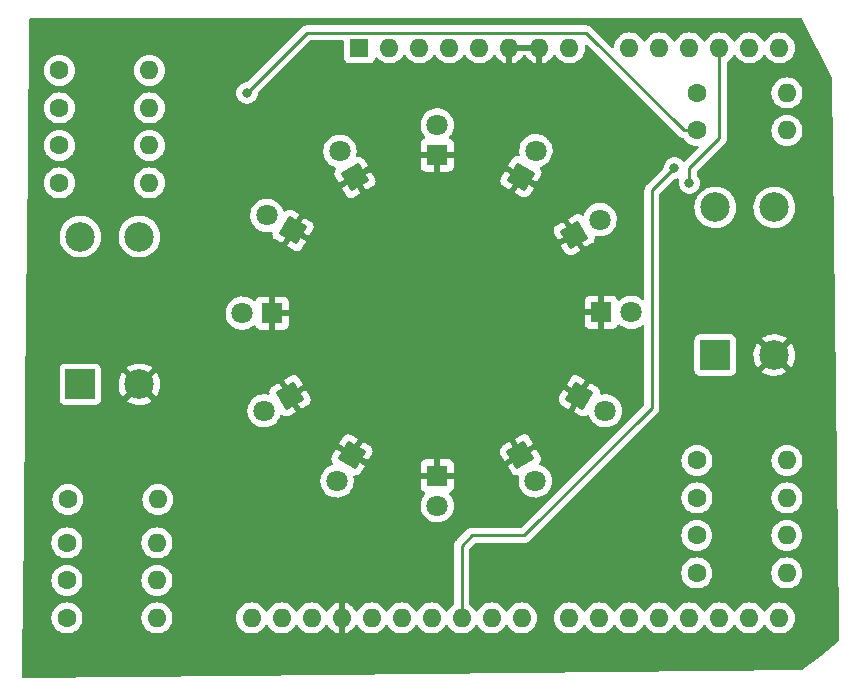
<source format=gbr>
%TF.GenerationSoftware,KiCad,Pcbnew,(6.0.7)*%
%TF.CreationDate,2022-08-22T17:27:46+09:00*%
%TF.ProjectId,LED_RL_SD,4c45445f-524c-45f5-9344-2e6b69636164,rev?*%
%TF.SameCoordinates,Original*%
%TF.FileFunction,Copper,L2,Bot*%
%TF.FilePolarity,Positive*%
%FSLAX46Y46*%
G04 Gerber Fmt 4.6, Leading zero omitted, Abs format (unit mm)*
G04 Created by KiCad (PCBNEW (6.0.7)) date 2022-08-22 17:27:46*
%MOMM*%
%LPD*%
G01*
G04 APERTURE LIST*
G04 Aperture macros list*
%AMRotRect*
0 Rectangle, with rotation*
0 The origin of the aperture is its center*
0 $1 length*
0 $2 width*
0 $3 Rotation angle, in degrees counterclockwise*
0 Add horizontal line*
21,1,$1,$2,0,0,$3*%
G04 Aperture macros list end*
%TA.AperFunction,ComponentPad*%
%ADD10R,2.500000X2.500000*%
%TD*%
%TA.AperFunction,ComponentPad*%
%ADD11C,2.500000*%
%TD*%
%TA.AperFunction,ComponentPad*%
%ADD12C,1.600000*%
%TD*%
%TA.AperFunction,ComponentPad*%
%ADD13O,1.600000X1.600000*%
%TD*%
%TA.AperFunction,ComponentPad*%
%ADD14R,1.800000X1.800000*%
%TD*%
%TA.AperFunction,ComponentPad*%
%ADD15C,1.800000*%
%TD*%
%TA.AperFunction,ComponentPad*%
%ADD16RotRect,1.800000X1.800000X120.000000*%
%TD*%
%TA.AperFunction,ComponentPad*%
%ADD17RotRect,1.800000X1.800000X150.000000*%
%TD*%
%TA.AperFunction,ComponentPad*%
%ADD18RotRect,1.800000X1.800000X210.000000*%
%TD*%
%TA.AperFunction,ComponentPad*%
%ADD19RotRect,1.800000X1.800000X240.000000*%
%TD*%
%TA.AperFunction,ComponentPad*%
%ADD20RotRect,1.800000X1.800000X300.000000*%
%TD*%
%TA.AperFunction,ComponentPad*%
%ADD21RotRect,1.800000X1.800000X330.000000*%
%TD*%
%TA.AperFunction,ComponentPad*%
%ADD22RotRect,1.800000X1.800000X30.000000*%
%TD*%
%TA.AperFunction,ComponentPad*%
%ADD23RotRect,1.800000X1.800000X60.000000*%
%TD*%
%TA.AperFunction,ComponentPad*%
%ADD24R,1.600000X1.600000*%
%TD*%
%TA.AperFunction,ViaPad*%
%ADD25C,0.800000*%
%TD*%
%TA.AperFunction,Conductor*%
%ADD26C,0.250000*%
%TD*%
G04 APERTURE END LIST*
D10*
%TO.P,S2,1*%
%TO.N,Net-(R2-Pad2)*%
X181250000Y-66000000D03*
D11*
%TO.P,S2,2*%
%TO.N,GND*%
X186250000Y-66000000D03*
%TO.P,S2,3*%
%TO.N,A3*%
X181250000Y-53500000D03*
%TO.P,S2,4*%
%TO.N,unconnected-(S2-Pad4)*%
X186250000Y-53500000D03*
%TD*%
D10*
%TO.P,S1,1*%
%TO.N,Net-(R1-Pad2)*%
X127500000Y-68480000D03*
D11*
%TO.P,S1,2*%
%TO.N,GND*%
X132500000Y-68480000D03*
%TO.P,S1,3*%
%TO.N,A2*%
X127500000Y-55980000D03*
%TO.P,S1,4*%
%TO.N,unconnected-(S1-Pad4)*%
X132500000Y-55980000D03*
%TD*%
D12*
%TO.P,R14,1*%
%TO.N,Net-(D12-Pad2)*%
X125730000Y-51435000D03*
D13*
%TO.P,R14,2*%
%TO.N,S12*%
X133350000Y-51435000D03*
%TD*%
D12*
%TO.P,R13,1*%
%TO.N,Net-(D11-Pad2)*%
X125730000Y-41910000D03*
D13*
%TO.P,R13,2*%
%TO.N,S11*%
X133350000Y-41910000D03*
%TD*%
D12*
%TO.P,R12,1*%
%TO.N,Net-(D10-Pad2)*%
X125730000Y-48260000D03*
D13*
%TO.P,R12,2*%
%TO.N,S10*%
X133350000Y-48260000D03*
%TD*%
D12*
%TO.P,R11,1*%
%TO.N,Net-(D9-Pad2)*%
X179705000Y-46990000D03*
D13*
%TO.P,R11,2*%
%TO.N,S09*%
X187325000Y-46990000D03*
%TD*%
D12*
%TO.P,R10,1*%
%TO.N,Net-(D8-Pad2)*%
X126365000Y-81915000D03*
D13*
%TO.P,R10,2*%
%TO.N,S08*%
X133985000Y-81915000D03*
%TD*%
D12*
%TO.P,R9,1*%
%TO.N,Net-(D7-Pad2)*%
X126365000Y-85090000D03*
D13*
%TO.P,R9,2*%
%TO.N,S07*%
X133985000Y-85090000D03*
%TD*%
D12*
%TO.P,R8,1*%
%TO.N,Net-(D6-Pad2)*%
X179690000Y-81280000D03*
D13*
%TO.P,R8,2*%
%TO.N,S06*%
X187310000Y-81280000D03*
%TD*%
D12*
%TO.P,R7,1*%
%TO.N,Net-(D5-Pad2)*%
X179705000Y-74930000D03*
D13*
%TO.P,R7,2*%
%TO.N,S05*%
X187325000Y-74930000D03*
%TD*%
%TO.P,R6,2*%
%TO.N,S04*%
X187325000Y-43815000D03*
D12*
%TO.P,R6,1*%
%TO.N,Net-(D4-Pad2)*%
X179705000Y-43815000D03*
%TD*%
%TO.P,R5,1*%
%TO.N,Net-(D3-Pad2)*%
X125730000Y-45085000D03*
D13*
%TO.P,R5,2*%
%TO.N,S03*%
X133350000Y-45085000D03*
%TD*%
D12*
%TO.P,R4,1*%
%TO.N,Net-(D2-Pad2)*%
X126365000Y-88265000D03*
D13*
%TO.P,R4,2*%
%TO.N,S02*%
X133985000Y-88265000D03*
%TD*%
D12*
%TO.P,R3,1*%
%TO.N,Net-(D1-Pad2)*%
X179690000Y-84455000D03*
D13*
%TO.P,R3,2*%
%TO.N,S01*%
X187310000Y-84455000D03*
%TD*%
%TO.P,R2,2*%
%TO.N,Net-(R2-Pad2)*%
X187325000Y-78105000D03*
D12*
%TO.P,R2,1*%
%TO.N,+5V*%
X179705000Y-78105000D03*
%TD*%
%TO.P,R1,1*%
%TO.N,+5V*%
X126440000Y-78235000D03*
D13*
%TO.P,R1,2*%
%TO.N,Net-(R1-Pad2)*%
X134060000Y-78235000D03*
%TD*%
D14*
%TO.P,D12,1,K*%
%TO.N,GND*%
X157710000Y-49061488D03*
D15*
%TO.P,D12,2,A*%
%TO.N,Net-(D12-Pad2)*%
X157710000Y-46521488D03*
%TD*%
D16*
%TO.P,D11,1,K*%
%TO.N,GND*%
X150750000Y-50956488D03*
D15*
%TO.P,D11,2,A*%
%TO.N,Net-(D11-Pad2)*%
X149480000Y-48756783D03*
%TD*%
D17*
%TO.P,D10,1,K*%
%TO.N,GND*%
X145500000Y-55456488D03*
D15*
%TO.P,D10,2,A*%
%TO.N,Net-(D10-Pad2)*%
X143300295Y-54186488D03*
%TD*%
D14*
%TO.P,D9,1,K*%
%TO.N,GND*%
X143750000Y-62456488D03*
D15*
%TO.P,D9,2,A*%
%TO.N,Net-(D9-Pad2)*%
X141210000Y-62456488D03*
%TD*%
D18*
%TO.P,D8,1,K*%
%TO.N,GND*%
X145250000Y-69456488D03*
D15*
%TO.P,D8,2,A*%
%TO.N,Net-(D8-Pad2)*%
X143050295Y-70726488D03*
%TD*%
D19*
%TO.P,D7,1,K*%
%TO.N,GND*%
X150500000Y-74456488D03*
D15*
%TO.P,D7,2,A*%
%TO.N,Net-(D7-Pad2)*%
X149230000Y-76656193D03*
%TD*%
D14*
%TO.P,D6,1,K*%
%TO.N,GND*%
X157710000Y-76206488D03*
D15*
%TO.P,D6,2,A*%
%TO.N,Net-(D6-Pad2)*%
X157710000Y-78746488D03*
%TD*%
D20*
%TO.P,D5,1,K*%
%TO.N,GND*%
X164750000Y-74456488D03*
D15*
%TO.P,D5,2,A*%
%TO.N,Net-(D5-Pad2)*%
X166020000Y-76656193D03*
%TD*%
D21*
%TO.P,D4,1,K*%
%TO.N,GND*%
X169750000Y-69456488D03*
D15*
%TO.P,D4,2,A*%
%TO.N,Net-(D4-Pad2)*%
X171949705Y-70726488D03*
%TD*%
D14*
%TO.P,D3,1,K*%
%TO.N,GND*%
X171600000Y-62396488D03*
D15*
%TO.P,D3,2,A*%
%TO.N,Net-(D3-Pad2)*%
X174140000Y-62396488D03*
%TD*%
D22*
%TO.P,D2,1,K*%
%TO.N,GND*%
X169300000Y-55806488D03*
D15*
%TO.P,D2,2,A*%
%TO.N,Net-(D2-Pad2)*%
X171499705Y-54536488D03*
%TD*%
%TO.P,D1,2,A*%
%TO.N,Net-(D1-Pad2)*%
X166070000Y-48706783D03*
D23*
%TO.P,D1,1,K*%
%TO.N,GND*%
X164800000Y-50906488D03*
%TD*%
D24*
%TO.P,A1,1,NC*%
%TO.N,unconnected-(A1-Pad1)*%
X151130000Y-40005000D03*
D13*
%TO.P,A1,2,IOREF*%
%TO.N,unconnected-(A1-Pad2)*%
X153670000Y-40005000D03*
%TO.P,A1,3,~{RESET}*%
%TO.N,unconnected-(A1-Pad3)*%
X156210000Y-40005000D03*
%TO.P,A1,4,3V3*%
%TO.N,unconnected-(A1-Pad4)*%
X158750000Y-40005000D03*
%TO.P,A1,5,+5V*%
%TO.N,unconnected-(A1-Pad5)*%
X161290000Y-40005000D03*
%TO.P,A1,6,GND*%
%TO.N,GND*%
X163830000Y-40005000D03*
%TO.P,A1,7,GND*%
X166370000Y-40005000D03*
%TO.P,A1,8,VIN*%
%TO.N,unconnected-(A1-Pad8)*%
X168910000Y-40005000D03*
%TO.P,A1,9,A0*%
%TO.N,unconnected-(A1-Pad9)*%
X173990000Y-40005000D03*
%TO.P,A1,10,A1*%
%TO.N,unconnected-(A1-Pad10)*%
X176530000Y-40005000D03*
%TO.P,A1,11,A2*%
%TO.N,A2*%
X179070000Y-40005000D03*
%TO.P,A1,12,A3*%
%TO.N,A3*%
X181610000Y-40005000D03*
%TO.P,A1,13,SDA/A4*%
%TO.N,unconnected-(A1-Pad13)*%
X184150000Y-40005000D03*
%TO.P,A1,14,SCL/A5*%
%TO.N,unconnected-(A1-Pad14)*%
X186690000Y-40005000D03*
%TO.P,A1,15,D0/RX*%
%TO.N,unconnected-(A1-Pad15)*%
X186690000Y-88265000D03*
%TO.P,A1,16,D1/TX*%
%TO.N,unconnected-(A1-Pad16)*%
X184150000Y-88265000D03*
%TO.P,A1,17,D2*%
%TO.N,S01*%
X181610000Y-88265000D03*
%TO.P,A1,18,D3*%
%TO.N,S02*%
X179070000Y-88265000D03*
%TO.P,A1,19,D4*%
%TO.N,S03*%
X176530000Y-88265000D03*
%TO.P,A1,20,D5*%
%TO.N,S04*%
X173990000Y-88265000D03*
%TO.P,A1,21,D6*%
%TO.N,S05*%
X171450000Y-88265000D03*
%TO.P,A1,22,D7*%
%TO.N,S06*%
X168910000Y-88265000D03*
%TO.P,A1,23,D8*%
%TO.N,S07*%
X164850000Y-88265000D03*
%TO.P,A1,24,D9*%
%TO.N,S08*%
X162310000Y-88265000D03*
%TO.P,A1,25,D10*%
%TO.N,S09*%
X159770000Y-88265000D03*
%TO.P,A1,26,D11*%
%TO.N,S10*%
X157230000Y-88265000D03*
%TO.P,A1,27,D12*%
%TO.N,S11*%
X154690000Y-88265000D03*
%TO.P,A1,28,D13*%
%TO.N,S12*%
X152150000Y-88265000D03*
%TO.P,A1,29,GND*%
%TO.N,GND*%
X149610000Y-88265000D03*
%TO.P,A1,30,AREF*%
%TO.N,unconnected-(A1-Pad30)*%
X147070000Y-88265000D03*
%TO.P,A1,31,SDA/A4*%
%TO.N,unconnected-(A1-Pad31)*%
X144530000Y-88265000D03*
%TO.P,A1,32,SCL/A5*%
%TO.N,unconnected-(A1-Pad32)*%
X141990000Y-88265000D03*
%TD*%
D25*
%TO.N,A3*%
X179070000Y-51435000D03*
%TO.N,S09*%
X177800000Y-50165000D03*
%TO.N,Net-(D9-Pad2)*%
X141605000Y-43815000D03*
%TD*%
D26*
%TO.N,A3*%
X179070000Y-50165000D02*
X181610000Y-47625000D01*
X181610000Y-47625000D02*
X181610000Y-40005000D01*
X179070000Y-51435000D02*
X179070000Y-50165000D01*
%TO.N,S09*%
X160655000Y-81280000D02*
X159770000Y-82165000D01*
X175895000Y-70485000D02*
X165100000Y-81280000D01*
X165100000Y-81280000D02*
X160655000Y-81280000D01*
X159770000Y-82165000D02*
X159770000Y-88265000D01*
X175895000Y-52070000D02*
X175895000Y-70485000D01*
X177800000Y-50165000D02*
X175895000Y-52070000D01*
%TO.N,Net-(D9-Pad2)*%
X147955000Y-38735000D02*
X146685000Y-38735000D01*
X146685000Y-38735000D02*
X141605000Y-43815000D01*
X178573630Y-46990000D02*
X170318630Y-38735000D01*
X170318630Y-38735000D02*
X147955000Y-38735000D01*
X179705000Y-46990000D02*
X178573630Y-46990000D01*
%TD*%
%TA.AperFunction,Conductor*%
%TO.N,GND*%
G36*
X188585248Y-37485002D02*
G01*
X188629825Y-37534651D01*
X191122094Y-42519188D01*
X191135385Y-42573856D01*
X191753417Y-88926257D01*
X191769179Y-90108410D01*
X191750087Y-90176792D01*
X191721904Y-90208477D01*
X190175442Y-91445646D01*
X188628983Y-92682813D01*
X188563294Y-92709749D01*
X188551482Y-92710418D01*
X140457520Y-93172860D01*
X122683664Y-93343763D01*
X122615356Y-93324417D01*
X122568349Y-93271211D01*
X122556462Y-93216337D01*
X122591002Y-90176792D01*
X122612727Y-88265000D01*
X125051502Y-88265000D01*
X125071457Y-88493087D01*
X125130716Y-88714243D01*
X125133039Y-88719224D01*
X125133039Y-88719225D01*
X125225151Y-88916762D01*
X125225154Y-88916767D01*
X125227477Y-88921749D01*
X125358802Y-89109300D01*
X125520700Y-89271198D01*
X125525208Y-89274355D01*
X125525211Y-89274357D01*
X125603389Y-89329098D01*
X125708251Y-89402523D01*
X125713233Y-89404846D01*
X125713238Y-89404849D01*
X125909765Y-89496490D01*
X125915757Y-89499284D01*
X125921065Y-89500706D01*
X125921067Y-89500707D01*
X126131598Y-89557119D01*
X126131600Y-89557119D01*
X126136913Y-89558543D01*
X126365000Y-89578498D01*
X126593087Y-89558543D01*
X126598400Y-89557119D01*
X126598402Y-89557119D01*
X126808933Y-89500707D01*
X126808935Y-89500706D01*
X126814243Y-89499284D01*
X126820235Y-89496490D01*
X127016762Y-89404849D01*
X127016767Y-89404846D01*
X127021749Y-89402523D01*
X127126611Y-89329098D01*
X127204789Y-89274357D01*
X127204792Y-89274355D01*
X127209300Y-89271198D01*
X127371198Y-89109300D01*
X127502523Y-88921749D01*
X127504846Y-88916767D01*
X127504849Y-88916762D01*
X127596961Y-88719225D01*
X127596961Y-88719224D01*
X127599284Y-88714243D01*
X127658543Y-88493087D01*
X127678498Y-88265000D01*
X132671502Y-88265000D01*
X132691457Y-88493087D01*
X132750716Y-88714243D01*
X132753039Y-88719224D01*
X132753039Y-88719225D01*
X132845151Y-88916762D01*
X132845154Y-88916767D01*
X132847477Y-88921749D01*
X132978802Y-89109300D01*
X133140700Y-89271198D01*
X133145208Y-89274355D01*
X133145211Y-89274357D01*
X133223389Y-89329098D01*
X133328251Y-89402523D01*
X133333233Y-89404846D01*
X133333238Y-89404849D01*
X133529765Y-89496490D01*
X133535757Y-89499284D01*
X133541065Y-89500706D01*
X133541067Y-89500707D01*
X133751598Y-89557119D01*
X133751600Y-89557119D01*
X133756913Y-89558543D01*
X133985000Y-89578498D01*
X134213087Y-89558543D01*
X134218400Y-89557119D01*
X134218402Y-89557119D01*
X134428933Y-89500707D01*
X134428935Y-89500706D01*
X134434243Y-89499284D01*
X134440235Y-89496490D01*
X134636762Y-89404849D01*
X134636767Y-89404846D01*
X134641749Y-89402523D01*
X134746611Y-89329098D01*
X134824789Y-89274357D01*
X134824792Y-89274355D01*
X134829300Y-89271198D01*
X134991198Y-89109300D01*
X135122523Y-88921749D01*
X135124846Y-88916767D01*
X135124849Y-88916762D01*
X135216961Y-88719225D01*
X135216961Y-88719224D01*
X135219284Y-88714243D01*
X135278543Y-88493087D01*
X135298498Y-88265000D01*
X140676502Y-88265000D01*
X140696457Y-88493087D01*
X140755716Y-88714243D01*
X140758039Y-88719224D01*
X140758039Y-88719225D01*
X140850151Y-88916762D01*
X140850154Y-88916767D01*
X140852477Y-88921749D01*
X140983802Y-89109300D01*
X141145700Y-89271198D01*
X141150208Y-89274355D01*
X141150211Y-89274357D01*
X141228389Y-89329098D01*
X141333251Y-89402523D01*
X141338233Y-89404846D01*
X141338238Y-89404849D01*
X141534765Y-89496490D01*
X141540757Y-89499284D01*
X141546065Y-89500706D01*
X141546067Y-89500707D01*
X141756598Y-89557119D01*
X141756600Y-89557119D01*
X141761913Y-89558543D01*
X141990000Y-89578498D01*
X142218087Y-89558543D01*
X142223400Y-89557119D01*
X142223402Y-89557119D01*
X142433933Y-89500707D01*
X142433935Y-89500706D01*
X142439243Y-89499284D01*
X142445235Y-89496490D01*
X142641762Y-89404849D01*
X142641767Y-89404846D01*
X142646749Y-89402523D01*
X142751611Y-89329098D01*
X142829789Y-89274357D01*
X142829792Y-89274355D01*
X142834300Y-89271198D01*
X142996198Y-89109300D01*
X143127523Y-88921749D01*
X143129846Y-88916767D01*
X143129849Y-88916762D01*
X143145805Y-88882543D01*
X143192722Y-88829258D01*
X143260999Y-88809797D01*
X143328959Y-88830339D01*
X143374195Y-88882543D01*
X143390151Y-88916762D01*
X143390154Y-88916767D01*
X143392477Y-88921749D01*
X143523802Y-89109300D01*
X143685700Y-89271198D01*
X143690208Y-89274355D01*
X143690211Y-89274357D01*
X143768389Y-89329098D01*
X143873251Y-89402523D01*
X143878233Y-89404846D01*
X143878238Y-89404849D01*
X144074765Y-89496490D01*
X144080757Y-89499284D01*
X144086065Y-89500706D01*
X144086067Y-89500707D01*
X144296598Y-89557119D01*
X144296600Y-89557119D01*
X144301913Y-89558543D01*
X144530000Y-89578498D01*
X144758087Y-89558543D01*
X144763400Y-89557119D01*
X144763402Y-89557119D01*
X144973933Y-89500707D01*
X144973935Y-89500706D01*
X144979243Y-89499284D01*
X144985235Y-89496490D01*
X145181762Y-89404849D01*
X145181767Y-89404846D01*
X145186749Y-89402523D01*
X145291611Y-89329098D01*
X145369789Y-89274357D01*
X145369792Y-89274355D01*
X145374300Y-89271198D01*
X145536198Y-89109300D01*
X145667523Y-88921749D01*
X145669846Y-88916767D01*
X145669849Y-88916762D01*
X145685805Y-88882543D01*
X145732722Y-88829258D01*
X145800999Y-88809797D01*
X145868959Y-88830339D01*
X145914195Y-88882543D01*
X145930151Y-88916762D01*
X145930154Y-88916767D01*
X145932477Y-88921749D01*
X146063802Y-89109300D01*
X146225700Y-89271198D01*
X146230208Y-89274355D01*
X146230211Y-89274357D01*
X146308389Y-89329098D01*
X146413251Y-89402523D01*
X146418233Y-89404846D01*
X146418238Y-89404849D01*
X146614765Y-89496490D01*
X146620757Y-89499284D01*
X146626065Y-89500706D01*
X146626067Y-89500707D01*
X146836598Y-89557119D01*
X146836600Y-89557119D01*
X146841913Y-89558543D01*
X147070000Y-89578498D01*
X147298087Y-89558543D01*
X147303400Y-89557119D01*
X147303402Y-89557119D01*
X147513933Y-89500707D01*
X147513935Y-89500706D01*
X147519243Y-89499284D01*
X147525235Y-89496490D01*
X147721762Y-89404849D01*
X147721767Y-89404846D01*
X147726749Y-89402523D01*
X147831611Y-89329098D01*
X147909789Y-89274357D01*
X147909792Y-89274355D01*
X147914300Y-89271198D01*
X148076198Y-89109300D01*
X148207523Y-88921749D01*
X148209846Y-88916767D01*
X148209849Y-88916762D01*
X148226081Y-88881951D01*
X148272998Y-88828666D01*
X148341275Y-88809205D01*
X148409235Y-88829747D01*
X148454471Y-88881951D01*
X148470586Y-88916511D01*
X148476069Y-88926007D01*
X148601028Y-89104467D01*
X148608084Y-89112875D01*
X148762125Y-89266916D01*
X148770533Y-89273972D01*
X148948993Y-89398931D01*
X148958489Y-89404414D01*
X149155947Y-89496490D01*
X149166239Y-89500236D01*
X149338503Y-89546394D01*
X149352599Y-89546058D01*
X149356000Y-89538116D01*
X149356000Y-86997033D01*
X149352027Y-86983502D01*
X149343478Y-86982273D01*
X149166239Y-87029764D01*
X149155947Y-87033510D01*
X148958489Y-87125586D01*
X148948993Y-87131069D01*
X148770533Y-87256028D01*
X148762125Y-87263084D01*
X148608084Y-87417125D01*
X148601028Y-87425533D01*
X148476069Y-87603993D01*
X148470586Y-87613489D01*
X148454471Y-87648049D01*
X148407554Y-87701334D01*
X148339277Y-87720795D01*
X148271317Y-87700253D01*
X148226081Y-87648049D01*
X148209849Y-87613238D01*
X148209846Y-87613233D01*
X148207523Y-87608251D01*
X148076198Y-87420700D01*
X147914300Y-87258802D01*
X147909792Y-87255645D01*
X147909789Y-87255643D01*
X147757228Y-87148819D01*
X147726749Y-87127477D01*
X147721767Y-87125154D01*
X147721762Y-87125151D01*
X147524225Y-87033039D01*
X147524224Y-87033039D01*
X147519243Y-87030716D01*
X147513935Y-87029294D01*
X147513933Y-87029293D01*
X147303402Y-86972881D01*
X147303400Y-86972881D01*
X147298087Y-86971457D01*
X147070000Y-86951502D01*
X146841913Y-86971457D01*
X146836600Y-86972881D01*
X146836598Y-86972881D01*
X146626067Y-87029293D01*
X146626065Y-87029294D01*
X146620757Y-87030716D01*
X146615776Y-87033039D01*
X146615775Y-87033039D01*
X146418238Y-87125151D01*
X146418233Y-87125154D01*
X146413251Y-87127477D01*
X146382772Y-87148819D01*
X146230211Y-87255643D01*
X146230208Y-87255645D01*
X146225700Y-87258802D01*
X146063802Y-87420700D01*
X145932477Y-87608251D01*
X145930154Y-87613233D01*
X145930151Y-87613238D01*
X145914195Y-87647457D01*
X145867278Y-87700742D01*
X145799001Y-87720203D01*
X145731041Y-87699661D01*
X145685805Y-87647457D01*
X145669849Y-87613238D01*
X145669846Y-87613233D01*
X145667523Y-87608251D01*
X145536198Y-87420700D01*
X145374300Y-87258802D01*
X145369792Y-87255645D01*
X145369789Y-87255643D01*
X145217228Y-87148819D01*
X145186749Y-87127477D01*
X145181767Y-87125154D01*
X145181762Y-87125151D01*
X144984225Y-87033039D01*
X144984224Y-87033039D01*
X144979243Y-87030716D01*
X144973935Y-87029294D01*
X144973933Y-87029293D01*
X144763402Y-86972881D01*
X144763400Y-86972881D01*
X144758087Y-86971457D01*
X144530000Y-86951502D01*
X144301913Y-86971457D01*
X144296600Y-86972881D01*
X144296598Y-86972881D01*
X144086067Y-87029293D01*
X144086065Y-87029294D01*
X144080757Y-87030716D01*
X144075776Y-87033039D01*
X144075775Y-87033039D01*
X143878238Y-87125151D01*
X143878233Y-87125154D01*
X143873251Y-87127477D01*
X143842772Y-87148819D01*
X143690211Y-87255643D01*
X143690208Y-87255645D01*
X143685700Y-87258802D01*
X143523802Y-87420700D01*
X143392477Y-87608251D01*
X143390154Y-87613233D01*
X143390151Y-87613238D01*
X143374195Y-87647457D01*
X143327278Y-87700742D01*
X143259001Y-87720203D01*
X143191041Y-87699661D01*
X143145805Y-87647457D01*
X143129849Y-87613238D01*
X143129846Y-87613233D01*
X143127523Y-87608251D01*
X142996198Y-87420700D01*
X142834300Y-87258802D01*
X142829792Y-87255645D01*
X142829789Y-87255643D01*
X142677228Y-87148819D01*
X142646749Y-87127477D01*
X142641767Y-87125154D01*
X142641762Y-87125151D01*
X142444225Y-87033039D01*
X142444224Y-87033039D01*
X142439243Y-87030716D01*
X142433935Y-87029294D01*
X142433933Y-87029293D01*
X142223402Y-86972881D01*
X142223400Y-86972881D01*
X142218087Y-86971457D01*
X141990000Y-86951502D01*
X141761913Y-86971457D01*
X141756600Y-86972881D01*
X141756598Y-86972881D01*
X141546067Y-87029293D01*
X141546065Y-87029294D01*
X141540757Y-87030716D01*
X141535776Y-87033039D01*
X141535775Y-87033039D01*
X141338238Y-87125151D01*
X141338233Y-87125154D01*
X141333251Y-87127477D01*
X141302772Y-87148819D01*
X141150211Y-87255643D01*
X141150208Y-87255645D01*
X141145700Y-87258802D01*
X140983802Y-87420700D01*
X140852477Y-87608251D01*
X140850154Y-87613233D01*
X140850151Y-87613238D01*
X140850034Y-87613489D01*
X140755716Y-87815757D01*
X140696457Y-88036913D01*
X140676502Y-88265000D01*
X135298498Y-88265000D01*
X135278543Y-88036913D01*
X135219284Y-87815757D01*
X135124966Y-87613489D01*
X135124849Y-87613238D01*
X135124846Y-87613233D01*
X135122523Y-87608251D01*
X134991198Y-87420700D01*
X134829300Y-87258802D01*
X134824792Y-87255645D01*
X134824789Y-87255643D01*
X134672228Y-87148819D01*
X134641749Y-87127477D01*
X134636767Y-87125154D01*
X134636762Y-87125151D01*
X134439225Y-87033039D01*
X134439224Y-87033039D01*
X134434243Y-87030716D01*
X134428935Y-87029294D01*
X134428933Y-87029293D01*
X134218402Y-86972881D01*
X134218400Y-86972881D01*
X134213087Y-86971457D01*
X133985000Y-86951502D01*
X133756913Y-86971457D01*
X133751600Y-86972881D01*
X133751598Y-86972881D01*
X133541067Y-87029293D01*
X133541065Y-87029294D01*
X133535757Y-87030716D01*
X133530776Y-87033039D01*
X133530775Y-87033039D01*
X133333238Y-87125151D01*
X133333233Y-87125154D01*
X133328251Y-87127477D01*
X133297772Y-87148819D01*
X133145211Y-87255643D01*
X133145208Y-87255645D01*
X133140700Y-87258802D01*
X132978802Y-87420700D01*
X132847477Y-87608251D01*
X132845154Y-87613233D01*
X132845151Y-87613238D01*
X132845034Y-87613489D01*
X132750716Y-87815757D01*
X132691457Y-88036913D01*
X132671502Y-88265000D01*
X127678498Y-88265000D01*
X127658543Y-88036913D01*
X127599284Y-87815757D01*
X127504966Y-87613489D01*
X127504849Y-87613238D01*
X127504846Y-87613233D01*
X127502523Y-87608251D01*
X127371198Y-87420700D01*
X127209300Y-87258802D01*
X127204792Y-87255645D01*
X127204789Y-87255643D01*
X127052228Y-87148819D01*
X127021749Y-87127477D01*
X127016767Y-87125154D01*
X127016762Y-87125151D01*
X126819225Y-87033039D01*
X126819224Y-87033039D01*
X126814243Y-87030716D01*
X126808935Y-87029294D01*
X126808933Y-87029293D01*
X126598402Y-86972881D01*
X126598400Y-86972881D01*
X126593087Y-86971457D01*
X126365000Y-86951502D01*
X126136913Y-86971457D01*
X126131600Y-86972881D01*
X126131598Y-86972881D01*
X125921067Y-87029293D01*
X125921065Y-87029294D01*
X125915757Y-87030716D01*
X125910776Y-87033039D01*
X125910775Y-87033039D01*
X125713238Y-87125151D01*
X125713233Y-87125154D01*
X125708251Y-87127477D01*
X125677772Y-87148819D01*
X125525211Y-87255643D01*
X125525208Y-87255645D01*
X125520700Y-87258802D01*
X125358802Y-87420700D01*
X125227477Y-87608251D01*
X125225154Y-87613233D01*
X125225151Y-87613238D01*
X125225034Y-87613489D01*
X125130716Y-87815757D01*
X125071457Y-88036913D01*
X125051502Y-88265000D01*
X122612727Y-88265000D01*
X122648806Y-85090000D01*
X125051502Y-85090000D01*
X125071457Y-85318087D01*
X125072881Y-85323400D01*
X125072881Y-85323402D01*
X125108760Y-85457301D01*
X125130716Y-85539243D01*
X125133039Y-85544224D01*
X125133039Y-85544225D01*
X125225151Y-85741762D01*
X125225154Y-85741767D01*
X125227477Y-85746749D01*
X125358802Y-85934300D01*
X125520700Y-86096198D01*
X125525208Y-86099355D01*
X125525211Y-86099357D01*
X125603389Y-86154098D01*
X125708251Y-86227523D01*
X125713233Y-86229846D01*
X125713238Y-86229849D01*
X125910775Y-86321961D01*
X125915757Y-86324284D01*
X125921065Y-86325706D01*
X125921067Y-86325707D01*
X126131598Y-86382119D01*
X126131600Y-86382119D01*
X126136913Y-86383543D01*
X126365000Y-86403498D01*
X126593087Y-86383543D01*
X126598400Y-86382119D01*
X126598402Y-86382119D01*
X126808933Y-86325707D01*
X126808935Y-86325706D01*
X126814243Y-86324284D01*
X126819225Y-86321961D01*
X127016762Y-86229849D01*
X127016767Y-86229846D01*
X127021749Y-86227523D01*
X127126611Y-86154098D01*
X127204789Y-86099357D01*
X127204792Y-86099355D01*
X127209300Y-86096198D01*
X127371198Y-85934300D01*
X127502523Y-85746749D01*
X127504846Y-85741767D01*
X127504849Y-85741762D01*
X127596961Y-85544225D01*
X127596961Y-85544224D01*
X127599284Y-85539243D01*
X127621241Y-85457301D01*
X127657119Y-85323402D01*
X127657119Y-85323400D01*
X127658543Y-85318087D01*
X127678498Y-85090000D01*
X132671502Y-85090000D01*
X132691457Y-85318087D01*
X132692881Y-85323400D01*
X132692881Y-85323402D01*
X132728760Y-85457301D01*
X132750716Y-85539243D01*
X132753039Y-85544224D01*
X132753039Y-85544225D01*
X132845151Y-85741762D01*
X132845154Y-85741767D01*
X132847477Y-85746749D01*
X132978802Y-85934300D01*
X133140700Y-86096198D01*
X133145208Y-86099355D01*
X133145211Y-86099357D01*
X133223389Y-86154098D01*
X133328251Y-86227523D01*
X133333233Y-86229846D01*
X133333238Y-86229849D01*
X133530775Y-86321961D01*
X133535757Y-86324284D01*
X133541065Y-86325706D01*
X133541067Y-86325707D01*
X133751598Y-86382119D01*
X133751600Y-86382119D01*
X133756913Y-86383543D01*
X133985000Y-86403498D01*
X134213087Y-86383543D01*
X134218400Y-86382119D01*
X134218402Y-86382119D01*
X134428933Y-86325707D01*
X134428935Y-86325706D01*
X134434243Y-86324284D01*
X134439225Y-86321961D01*
X134636762Y-86229849D01*
X134636767Y-86229846D01*
X134641749Y-86227523D01*
X134746611Y-86154098D01*
X134824789Y-86099357D01*
X134824792Y-86099355D01*
X134829300Y-86096198D01*
X134991198Y-85934300D01*
X135122523Y-85746749D01*
X135124846Y-85741767D01*
X135124849Y-85741762D01*
X135216961Y-85544225D01*
X135216961Y-85544224D01*
X135219284Y-85539243D01*
X135241241Y-85457301D01*
X135277119Y-85323402D01*
X135277119Y-85323400D01*
X135278543Y-85318087D01*
X135298498Y-85090000D01*
X135278543Y-84861913D01*
X135232051Y-84688402D01*
X135220707Y-84646067D01*
X135220706Y-84646065D01*
X135219284Y-84640757D01*
X135130112Y-84449525D01*
X135124849Y-84438238D01*
X135124846Y-84438233D01*
X135122523Y-84433251D01*
X134991198Y-84245700D01*
X134829300Y-84083802D01*
X134824792Y-84080645D01*
X134824789Y-84080643D01*
X134725424Y-84011067D01*
X134641749Y-83952477D01*
X134636767Y-83950154D01*
X134636762Y-83950151D01*
X134439225Y-83858039D01*
X134439224Y-83858039D01*
X134434243Y-83855716D01*
X134428935Y-83854294D01*
X134428933Y-83854293D01*
X134218402Y-83797881D01*
X134218400Y-83797881D01*
X134213087Y-83796457D01*
X133985000Y-83776502D01*
X133756913Y-83796457D01*
X133751600Y-83797881D01*
X133751598Y-83797881D01*
X133541067Y-83854293D01*
X133541065Y-83854294D01*
X133535757Y-83855716D01*
X133530776Y-83858039D01*
X133530775Y-83858039D01*
X133333238Y-83950151D01*
X133333233Y-83950154D01*
X133328251Y-83952477D01*
X133244576Y-84011067D01*
X133145211Y-84080643D01*
X133145208Y-84080645D01*
X133140700Y-84083802D01*
X132978802Y-84245700D01*
X132847477Y-84433251D01*
X132845154Y-84438233D01*
X132845151Y-84438238D01*
X132839888Y-84449525D01*
X132750716Y-84640757D01*
X132749294Y-84646065D01*
X132749293Y-84646067D01*
X132737949Y-84688402D01*
X132691457Y-84861913D01*
X132671502Y-85090000D01*
X127678498Y-85090000D01*
X127658543Y-84861913D01*
X127612051Y-84688402D01*
X127600707Y-84646067D01*
X127600706Y-84646065D01*
X127599284Y-84640757D01*
X127510112Y-84449525D01*
X127504849Y-84438238D01*
X127504846Y-84438233D01*
X127502523Y-84433251D01*
X127371198Y-84245700D01*
X127209300Y-84083802D01*
X127204792Y-84080645D01*
X127204789Y-84080643D01*
X127105424Y-84011067D01*
X127021749Y-83952477D01*
X127016767Y-83950154D01*
X127016762Y-83950151D01*
X126819225Y-83858039D01*
X126819224Y-83858039D01*
X126814243Y-83855716D01*
X126808935Y-83854294D01*
X126808933Y-83854293D01*
X126598402Y-83797881D01*
X126598400Y-83797881D01*
X126593087Y-83796457D01*
X126365000Y-83776502D01*
X126136913Y-83796457D01*
X126131600Y-83797881D01*
X126131598Y-83797881D01*
X125921067Y-83854293D01*
X125921065Y-83854294D01*
X125915757Y-83855716D01*
X125910776Y-83858039D01*
X125910775Y-83858039D01*
X125713238Y-83950151D01*
X125713233Y-83950154D01*
X125708251Y-83952477D01*
X125624576Y-84011067D01*
X125525211Y-84080643D01*
X125525208Y-84080645D01*
X125520700Y-84083802D01*
X125358802Y-84245700D01*
X125227477Y-84433251D01*
X125225154Y-84438233D01*
X125225151Y-84438238D01*
X125219888Y-84449525D01*
X125130716Y-84640757D01*
X125129294Y-84646065D01*
X125129293Y-84646067D01*
X125117949Y-84688402D01*
X125071457Y-84861913D01*
X125051502Y-85090000D01*
X122648806Y-85090000D01*
X122684886Y-81915000D01*
X125051502Y-81915000D01*
X125071457Y-82143087D01*
X125072881Y-82148400D01*
X125072881Y-82148402D01*
X125108760Y-82282301D01*
X125130716Y-82364243D01*
X125133039Y-82369224D01*
X125133039Y-82369225D01*
X125225151Y-82566762D01*
X125225154Y-82566767D01*
X125227477Y-82571749D01*
X125358802Y-82759300D01*
X125520700Y-82921198D01*
X125525208Y-82924355D01*
X125525211Y-82924357D01*
X125603389Y-82979098D01*
X125708251Y-83052523D01*
X125713233Y-83054846D01*
X125713238Y-83054849D01*
X125910775Y-83146961D01*
X125915757Y-83149284D01*
X125921065Y-83150706D01*
X125921067Y-83150707D01*
X126131598Y-83207119D01*
X126131600Y-83207119D01*
X126136913Y-83208543D01*
X126365000Y-83228498D01*
X126593087Y-83208543D01*
X126598400Y-83207119D01*
X126598402Y-83207119D01*
X126808933Y-83150707D01*
X126808935Y-83150706D01*
X126814243Y-83149284D01*
X126819225Y-83146961D01*
X127016762Y-83054849D01*
X127016767Y-83054846D01*
X127021749Y-83052523D01*
X127126611Y-82979098D01*
X127204789Y-82924357D01*
X127204792Y-82924355D01*
X127209300Y-82921198D01*
X127371198Y-82759300D01*
X127502523Y-82571749D01*
X127504846Y-82566767D01*
X127504849Y-82566762D01*
X127596961Y-82369225D01*
X127596961Y-82369224D01*
X127599284Y-82364243D01*
X127621241Y-82282301D01*
X127657119Y-82148402D01*
X127657119Y-82148400D01*
X127658543Y-82143087D01*
X127678498Y-81915000D01*
X132671502Y-81915000D01*
X132691457Y-82143087D01*
X132692881Y-82148400D01*
X132692881Y-82148402D01*
X132728760Y-82282301D01*
X132750716Y-82364243D01*
X132753039Y-82369224D01*
X132753039Y-82369225D01*
X132845151Y-82566762D01*
X132845154Y-82566767D01*
X132847477Y-82571749D01*
X132978802Y-82759300D01*
X133140700Y-82921198D01*
X133145208Y-82924355D01*
X133145211Y-82924357D01*
X133223389Y-82979098D01*
X133328251Y-83052523D01*
X133333233Y-83054846D01*
X133333238Y-83054849D01*
X133530775Y-83146961D01*
X133535757Y-83149284D01*
X133541065Y-83150706D01*
X133541067Y-83150707D01*
X133751598Y-83207119D01*
X133751600Y-83207119D01*
X133756913Y-83208543D01*
X133985000Y-83228498D01*
X134213087Y-83208543D01*
X134218400Y-83207119D01*
X134218402Y-83207119D01*
X134428933Y-83150707D01*
X134428935Y-83150706D01*
X134434243Y-83149284D01*
X134439225Y-83146961D01*
X134636762Y-83054849D01*
X134636767Y-83054846D01*
X134641749Y-83052523D01*
X134746611Y-82979098D01*
X134824789Y-82924357D01*
X134824792Y-82924355D01*
X134829300Y-82921198D01*
X134991198Y-82759300D01*
X135122523Y-82571749D01*
X135124846Y-82566767D01*
X135124849Y-82566762D01*
X135216961Y-82369225D01*
X135216961Y-82369224D01*
X135219284Y-82364243D01*
X135241241Y-82282301D01*
X135277119Y-82148402D01*
X135277119Y-82148400D01*
X135278543Y-82143087D01*
X135298498Y-81915000D01*
X135278543Y-81686913D01*
X135274815Y-81673000D01*
X135220707Y-81471067D01*
X135220706Y-81471065D01*
X135219284Y-81465757D01*
X135130112Y-81274525D01*
X135124849Y-81263238D01*
X135124846Y-81263233D01*
X135122523Y-81258251D01*
X134991198Y-81070700D01*
X134829300Y-80908802D01*
X134824792Y-80905645D01*
X134824789Y-80905643D01*
X134725424Y-80836067D01*
X134641749Y-80777477D01*
X134636767Y-80775154D01*
X134636762Y-80775151D01*
X134439225Y-80683039D01*
X134439224Y-80683039D01*
X134434243Y-80680716D01*
X134428935Y-80679294D01*
X134428933Y-80679293D01*
X134218402Y-80622881D01*
X134218400Y-80622881D01*
X134213087Y-80621457D01*
X133985000Y-80601502D01*
X133756913Y-80621457D01*
X133751600Y-80622881D01*
X133751598Y-80622881D01*
X133541067Y-80679293D01*
X133541065Y-80679294D01*
X133535757Y-80680716D01*
X133530776Y-80683039D01*
X133530775Y-80683039D01*
X133333238Y-80775151D01*
X133333233Y-80775154D01*
X133328251Y-80777477D01*
X133244576Y-80836067D01*
X133145211Y-80905643D01*
X133145208Y-80905645D01*
X133140700Y-80908802D01*
X132978802Y-81070700D01*
X132847477Y-81258251D01*
X132845154Y-81263233D01*
X132845151Y-81263238D01*
X132839888Y-81274525D01*
X132750716Y-81465757D01*
X132749294Y-81471065D01*
X132749293Y-81471067D01*
X132695185Y-81673000D01*
X132691457Y-81686913D01*
X132671502Y-81915000D01*
X127678498Y-81915000D01*
X127658543Y-81686913D01*
X127654815Y-81673000D01*
X127600707Y-81471067D01*
X127600706Y-81471065D01*
X127599284Y-81465757D01*
X127510112Y-81274525D01*
X127504849Y-81263238D01*
X127504846Y-81263233D01*
X127502523Y-81258251D01*
X127371198Y-81070700D01*
X127209300Y-80908802D01*
X127204792Y-80905645D01*
X127204789Y-80905643D01*
X127105424Y-80836067D01*
X127021749Y-80777477D01*
X127016767Y-80775154D01*
X127016762Y-80775151D01*
X126819225Y-80683039D01*
X126819224Y-80683039D01*
X126814243Y-80680716D01*
X126808935Y-80679294D01*
X126808933Y-80679293D01*
X126598402Y-80622881D01*
X126598400Y-80622881D01*
X126593087Y-80621457D01*
X126365000Y-80601502D01*
X126136913Y-80621457D01*
X126131600Y-80622881D01*
X126131598Y-80622881D01*
X125921067Y-80679293D01*
X125921065Y-80679294D01*
X125915757Y-80680716D01*
X125910776Y-80683039D01*
X125910775Y-80683039D01*
X125713238Y-80775151D01*
X125713233Y-80775154D01*
X125708251Y-80777477D01*
X125624576Y-80836067D01*
X125525211Y-80905643D01*
X125525208Y-80905645D01*
X125520700Y-80908802D01*
X125358802Y-81070700D01*
X125227477Y-81258251D01*
X125225154Y-81263233D01*
X125225151Y-81263238D01*
X125219888Y-81274525D01*
X125130716Y-81465757D01*
X125129294Y-81471065D01*
X125129293Y-81471067D01*
X125075185Y-81673000D01*
X125071457Y-81686913D01*
X125051502Y-81915000D01*
X122684886Y-81915000D01*
X122726704Y-78235000D01*
X125126502Y-78235000D01*
X125146457Y-78463087D01*
X125147881Y-78468400D01*
X125147881Y-78468402D01*
X125169460Y-78548933D01*
X125205716Y-78684243D01*
X125208039Y-78689224D01*
X125208039Y-78689225D01*
X125300151Y-78886762D01*
X125300154Y-78886767D01*
X125302477Y-78891749D01*
X125433802Y-79079300D01*
X125595700Y-79241198D01*
X125600208Y-79244355D01*
X125600211Y-79244357D01*
X125638847Y-79271410D01*
X125783251Y-79372523D01*
X125788233Y-79374846D01*
X125788238Y-79374849D01*
X125881845Y-79418498D01*
X125990757Y-79469284D01*
X125996065Y-79470706D01*
X125996067Y-79470707D01*
X126206598Y-79527119D01*
X126206600Y-79527119D01*
X126211913Y-79528543D01*
X126440000Y-79548498D01*
X126668087Y-79528543D01*
X126673400Y-79527119D01*
X126673402Y-79527119D01*
X126883933Y-79470707D01*
X126883935Y-79470706D01*
X126889243Y-79469284D01*
X126998155Y-79418498D01*
X127091762Y-79374849D01*
X127091767Y-79374846D01*
X127096749Y-79372523D01*
X127241153Y-79271410D01*
X127279789Y-79244357D01*
X127279792Y-79244355D01*
X127284300Y-79241198D01*
X127446198Y-79079300D01*
X127577523Y-78891749D01*
X127579846Y-78886767D01*
X127579849Y-78886762D01*
X127671961Y-78689225D01*
X127671961Y-78689224D01*
X127674284Y-78684243D01*
X127710541Y-78548933D01*
X127732119Y-78468402D01*
X127732119Y-78468400D01*
X127733543Y-78463087D01*
X127753498Y-78235000D01*
X132746502Y-78235000D01*
X132766457Y-78463087D01*
X132767881Y-78468400D01*
X132767881Y-78468402D01*
X132789460Y-78548933D01*
X132825716Y-78684243D01*
X132828039Y-78689224D01*
X132828039Y-78689225D01*
X132920151Y-78886762D01*
X132920154Y-78886767D01*
X132922477Y-78891749D01*
X133053802Y-79079300D01*
X133215700Y-79241198D01*
X133220208Y-79244355D01*
X133220211Y-79244357D01*
X133258847Y-79271410D01*
X133403251Y-79372523D01*
X133408233Y-79374846D01*
X133408238Y-79374849D01*
X133501845Y-79418498D01*
X133610757Y-79469284D01*
X133616065Y-79470706D01*
X133616067Y-79470707D01*
X133826598Y-79527119D01*
X133826600Y-79527119D01*
X133831913Y-79528543D01*
X134060000Y-79548498D01*
X134288087Y-79528543D01*
X134293400Y-79527119D01*
X134293402Y-79527119D01*
X134503933Y-79470707D01*
X134503935Y-79470706D01*
X134509243Y-79469284D01*
X134618155Y-79418498D01*
X134711762Y-79374849D01*
X134711767Y-79374846D01*
X134716749Y-79372523D01*
X134861153Y-79271410D01*
X134899789Y-79244357D01*
X134899792Y-79244355D01*
X134904300Y-79241198D01*
X135066198Y-79079300D01*
X135197523Y-78891749D01*
X135199846Y-78886767D01*
X135199849Y-78886762D01*
X135281361Y-78711957D01*
X156297095Y-78711957D01*
X156297392Y-78717110D01*
X156297392Y-78717113D01*
X156303067Y-78815529D01*
X156310427Y-78943185D01*
X156311564Y-78948231D01*
X156311565Y-78948237D01*
X156340085Y-79074789D01*
X156361346Y-79169130D01*
X156363288Y-79173912D01*
X156363289Y-79173916D01*
X156429495Y-79336961D01*
X156448484Y-79383725D01*
X156569501Y-79581207D01*
X156721147Y-79756272D01*
X156899349Y-79904218D01*
X157099322Y-80021072D01*
X157315694Y-80103697D01*
X157320760Y-80104728D01*
X157320761Y-80104728D01*
X157373846Y-80115528D01*
X157542656Y-80149873D01*
X157673324Y-80154664D01*
X157768949Y-80158171D01*
X157768953Y-80158171D01*
X157774113Y-80158360D01*
X157779233Y-80157704D01*
X157779235Y-80157704D01*
X157852270Y-80148348D01*
X158003847Y-80128930D01*
X158008795Y-80127445D01*
X158008802Y-80127444D01*
X158220747Y-80063857D01*
X158225690Y-80062374D01*
X158230324Y-80060104D01*
X158429049Y-79962750D01*
X158429052Y-79962748D01*
X158433684Y-79960479D01*
X158622243Y-79825982D01*
X158786303Y-79662493D01*
X158921458Y-79474405D01*
X158958715Y-79399022D01*
X159021784Y-79271410D01*
X159021785Y-79271408D01*
X159024078Y-79266768D01*
X159091408Y-79045159D01*
X159121640Y-78815529D01*
X159123327Y-78746488D01*
X159107085Y-78548933D01*
X159104773Y-78520806D01*
X159104772Y-78520800D01*
X159104349Y-78515655D01*
X159047925Y-78291021D01*
X159045866Y-78286285D01*
X158957630Y-78083356D01*
X158957628Y-78083353D01*
X158955570Y-78078619D01*
X158829764Y-77884153D01*
X158739486Y-77784938D01*
X158708434Y-77721093D01*
X158716829Y-77650594D01*
X158762005Y-77595826D01*
X158788449Y-77582157D01*
X158848054Y-77559812D01*
X158863649Y-77551274D01*
X158965724Y-77474773D01*
X158978285Y-77462212D01*
X159054786Y-77360137D01*
X159063324Y-77344542D01*
X159108478Y-77224094D01*
X159112105Y-77208839D01*
X159117631Y-77157974D01*
X159118000Y-77151160D01*
X159118000Y-76478603D01*
X159113525Y-76463364D01*
X159112135Y-76462159D01*
X159104452Y-76460488D01*
X156320116Y-76460488D01*
X156304877Y-76464963D01*
X156303672Y-76466353D01*
X156302001Y-76474036D01*
X156302001Y-77151157D01*
X156302371Y-77157978D01*
X156307895Y-77208840D01*
X156311521Y-77224092D01*
X156356676Y-77344542D01*
X156365214Y-77360137D01*
X156441715Y-77462212D01*
X156454276Y-77474773D01*
X156556351Y-77551274D01*
X156571946Y-77559812D01*
X156631540Y-77582153D01*
X156688304Y-77624795D01*
X156713004Y-77691356D01*
X156697796Y-77760705D01*
X156678404Y-77787186D01*
X156656012Y-77810618D01*
X156611639Y-77857052D01*
X156608725Y-77861324D01*
X156608724Y-77861325D01*
X156561347Y-77930777D01*
X156481119Y-78048387D01*
X156383602Y-78258469D01*
X156321707Y-78481657D01*
X156297095Y-78711957D01*
X135281361Y-78711957D01*
X135291961Y-78689225D01*
X135291961Y-78689224D01*
X135294284Y-78684243D01*
X135330541Y-78548933D01*
X135352119Y-78468402D01*
X135352119Y-78468400D01*
X135353543Y-78463087D01*
X135373498Y-78235000D01*
X135353543Y-78006913D01*
X135319624Y-77880326D01*
X135295707Y-77791067D01*
X135295706Y-77791065D01*
X135294284Y-77785757D01*
X135264131Y-77721093D01*
X135199849Y-77583238D01*
X135199846Y-77583233D01*
X135197523Y-77578251D01*
X135066198Y-77390700D01*
X134904300Y-77228802D01*
X134899792Y-77225645D01*
X134899789Y-77225643D01*
X134793412Y-77151157D01*
X134716749Y-77097477D01*
X134711767Y-77095154D01*
X134711762Y-77095151D01*
X134514225Y-77003039D01*
X134514224Y-77003039D01*
X134509243Y-77000716D01*
X134503935Y-76999294D01*
X134503933Y-76999293D01*
X134293402Y-76942881D01*
X134293400Y-76942881D01*
X134288087Y-76941457D01*
X134060000Y-76921502D01*
X133831913Y-76941457D01*
X133826600Y-76942881D01*
X133826598Y-76942881D01*
X133616067Y-76999293D01*
X133616065Y-76999294D01*
X133610757Y-77000716D01*
X133605776Y-77003039D01*
X133605775Y-77003039D01*
X133408238Y-77095151D01*
X133408233Y-77095154D01*
X133403251Y-77097477D01*
X133326588Y-77151157D01*
X133220211Y-77225643D01*
X133220208Y-77225645D01*
X133215700Y-77228802D01*
X133053802Y-77390700D01*
X132922477Y-77578251D01*
X132920154Y-77583233D01*
X132920151Y-77583238D01*
X132855869Y-77721093D01*
X132825716Y-77785757D01*
X132824294Y-77791065D01*
X132824293Y-77791067D01*
X132800376Y-77880326D01*
X132766457Y-78006913D01*
X132746502Y-78235000D01*
X127753498Y-78235000D01*
X127733543Y-78006913D01*
X127699624Y-77880326D01*
X127675707Y-77791067D01*
X127675706Y-77791065D01*
X127674284Y-77785757D01*
X127644131Y-77721093D01*
X127579849Y-77583238D01*
X127579846Y-77583233D01*
X127577523Y-77578251D01*
X127446198Y-77390700D01*
X127284300Y-77228802D01*
X127279792Y-77225645D01*
X127279789Y-77225643D01*
X127173412Y-77151157D01*
X127096749Y-77097477D01*
X127091767Y-77095154D01*
X127091762Y-77095151D01*
X126894225Y-77003039D01*
X126894224Y-77003039D01*
X126889243Y-77000716D01*
X126883935Y-76999294D01*
X126883933Y-76999293D01*
X126673402Y-76942881D01*
X126673400Y-76942881D01*
X126668087Y-76941457D01*
X126440000Y-76921502D01*
X126211913Y-76941457D01*
X126206600Y-76942881D01*
X126206598Y-76942881D01*
X125996067Y-76999293D01*
X125996065Y-76999294D01*
X125990757Y-77000716D01*
X125985776Y-77003039D01*
X125985775Y-77003039D01*
X125788238Y-77095151D01*
X125788233Y-77095154D01*
X125783251Y-77097477D01*
X125706588Y-77151157D01*
X125600211Y-77225643D01*
X125600208Y-77225645D01*
X125595700Y-77228802D01*
X125433802Y-77390700D01*
X125302477Y-77578251D01*
X125300154Y-77583233D01*
X125300151Y-77583238D01*
X125235869Y-77721093D01*
X125205716Y-77785757D01*
X125204294Y-77791065D01*
X125204293Y-77791067D01*
X125180376Y-77880326D01*
X125146457Y-78006913D01*
X125126502Y-78235000D01*
X122726704Y-78235000D01*
X122745038Y-76621662D01*
X147817095Y-76621662D01*
X147817392Y-76626815D01*
X147817392Y-76626818D01*
X147826915Y-76791981D01*
X147830427Y-76852890D01*
X147831564Y-76857936D01*
X147831565Y-76857942D01*
X147855726Y-76965151D01*
X147881346Y-77078835D01*
X147883288Y-77083617D01*
X147883289Y-77083621D01*
X147957025Y-77265211D01*
X147968484Y-77293430D01*
X148089501Y-77490912D01*
X148241147Y-77665977D01*
X148419349Y-77813923D01*
X148619322Y-77930777D01*
X148835694Y-78013402D01*
X148840760Y-78014433D01*
X148840761Y-78014433D01*
X148893846Y-78025233D01*
X149062656Y-78059578D01*
X149193324Y-78064369D01*
X149288949Y-78067876D01*
X149288953Y-78067876D01*
X149294113Y-78068065D01*
X149299233Y-78067409D01*
X149299235Y-78067409D01*
X149372270Y-78058053D01*
X149523847Y-78038635D01*
X149528795Y-78037150D01*
X149528802Y-78037149D01*
X149740747Y-77973562D01*
X149745690Y-77972079D01*
X149826236Y-77932620D01*
X149949049Y-77872455D01*
X149949052Y-77872453D01*
X149953684Y-77870184D01*
X150142243Y-77735687D01*
X150306303Y-77572198D01*
X150441458Y-77384110D01*
X150488641Y-77288643D01*
X150541784Y-77181115D01*
X150541785Y-77181113D01*
X150544078Y-77176473D01*
X150611408Y-76954864D01*
X150641640Y-76725234D01*
X150643327Y-76656193D01*
X150637032Y-76579627D01*
X150624773Y-76430511D01*
X150624772Y-76430505D01*
X150624349Y-76425360D01*
X150603434Y-76342094D01*
X150606238Y-76271153D01*
X150646951Y-76212990D01*
X150712646Y-76186071D01*
X150746325Y-76187109D01*
X150808921Y-76197528D01*
X150826693Y-76197931D01*
X150953346Y-76182717D01*
X150970508Y-76178118D01*
X151087794Y-76127970D01*
X151102987Y-76118732D01*
X151202311Y-76037003D01*
X151213085Y-76025599D01*
X151243298Y-75984318D01*
X151247029Y-75978594D01*
X151272560Y-75934373D01*
X156302000Y-75934373D01*
X156306475Y-75949612D01*
X156307865Y-75950817D01*
X156315548Y-75952488D01*
X157437885Y-75952488D01*
X157453124Y-75948013D01*
X157454329Y-75946623D01*
X157456000Y-75938940D01*
X157456000Y-75934373D01*
X157964000Y-75934373D01*
X157968475Y-75949612D01*
X157969865Y-75950817D01*
X157977548Y-75952488D01*
X159099884Y-75952488D01*
X159115123Y-75948013D01*
X159116328Y-75946623D01*
X159117999Y-75938940D01*
X159117999Y-75384702D01*
X163662016Y-75384702D01*
X163664409Y-75392190D01*
X164002974Y-75978599D01*
X164006697Y-75984310D01*
X164036919Y-76025605D01*
X164047685Y-76036999D01*
X164147013Y-76118732D01*
X164162206Y-76127970D01*
X164279492Y-76178118D01*
X164296654Y-76182717D01*
X164423307Y-76197931D01*
X164441080Y-76197528D01*
X164502381Y-76187325D01*
X164572861Y-76195871D01*
X164627532Y-76241166D01*
X164649036Y-76308828D01*
X164644484Y-76345288D01*
X164633087Y-76386382D01*
X164633085Y-76386394D01*
X164631707Y-76391362D01*
X164607095Y-76621662D01*
X164607392Y-76626815D01*
X164607392Y-76626818D01*
X164616915Y-76791981D01*
X164620427Y-76852890D01*
X164621564Y-76857936D01*
X164621565Y-76857942D01*
X164645726Y-76965151D01*
X164671346Y-77078835D01*
X164673288Y-77083617D01*
X164673289Y-77083621D01*
X164747025Y-77265211D01*
X164758484Y-77293430D01*
X164879501Y-77490912D01*
X165031147Y-77665977D01*
X165209349Y-77813923D01*
X165409322Y-77930777D01*
X165625694Y-78013402D01*
X165630760Y-78014433D01*
X165630761Y-78014433D01*
X165683846Y-78025233D01*
X165852656Y-78059578D01*
X165983324Y-78064369D01*
X166078949Y-78067876D01*
X166078953Y-78067876D01*
X166084113Y-78068065D01*
X166089233Y-78067409D01*
X166089235Y-78067409D01*
X166162270Y-78058053D01*
X166313847Y-78038635D01*
X166318795Y-78037150D01*
X166318802Y-78037149D01*
X166530747Y-77973562D01*
X166535690Y-77972079D01*
X166616236Y-77932620D01*
X166739049Y-77872455D01*
X166739052Y-77872453D01*
X166743684Y-77870184D01*
X166932243Y-77735687D01*
X167096303Y-77572198D01*
X167231458Y-77384110D01*
X167278641Y-77288643D01*
X167331784Y-77181115D01*
X167331785Y-77181113D01*
X167334078Y-77176473D01*
X167401408Y-76954864D01*
X167431640Y-76725234D01*
X167433327Y-76656193D01*
X167427032Y-76579627D01*
X167414773Y-76430511D01*
X167414772Y-76430505D01*
X167414349Y-76425360D01*
X167363299Y-76222119D01*
X167359184Y-76205737D01*
X167359183Y-76205733D01*
X167357925Y-76200726D01*
X167351553Y-76186071D01*
X167267630Y-75993061D01*
X167267628Y-75993058D01*
X167265570Y-75988324D01*
X167139764Y-75793858D01*
X166983887Y-75622551D01*
X166979836Y-75619352D01*
X166979832Y-75619348D01*
X166806177Y-75482204D01*
X166806172Y-75482201D01*
X166802123Y-75479003D01*
X166797607Y-75476510D01*
X166797604Y-75476508D01*
X166603879Y-75369566D01*
X166603875Y-75369564D01*
X166599355Y-75367069D01*
X166594486Y-75365345D01*
X166594482Y-75365343D01*
X166433442Y-75308316D01*
X166427934Y-75306365D01*
X166370399Y-75264772D01*
X166344483Y-75198674D01*
X166358417Y-75129058D01*
X166372699Y-75107533D01*
X166412247Y-75059471D01*
X166421482Y-75044282D01*
X166471630Y-74926996D01*
X166476229Y-74909834D01*
X166491443Y-74783181D01*
X166491040Y-74765409D01*
X166469920Y-74638518D01*
X166465436Y-74623502D01*
X166444784Y-74576677D01*
X166441701Y-74570601D01*
X166105421Y-73988147D01*
X166093926Y-73977187D01*
X166092118Y-73976838D01*
X166084631Y-73979231D01*
X164657030Y-74803458D01*
X163673324Y-75371400D01*
X163662364Y-75382895D01*
X163662016Y-75384702D01*
X159117999Y-75384702D01*
X159117999Y-75261819D01*
X159117629Y-75254998D01*
X159112105Y-75204136D01*
X159108479Y-75188884D01*
X159063324Y-75068434D01*
X159054786Y-75052839D01*
X158978285Y-74950764D01*
X158965724Y-74938203D01*
X158863649Y-74861702D01*
X158848054Y-74853164D01*
X158727606Y-74808010D01*
X158712351Y-74804383D01*
X158661486Y-74798857D01*
X158654672Y-74798488D01*
X157982115Y-74798488D01*
X157966876Y-74802963D01*
X157965671Y-74804353D01*
X157964000Y-74812036D01*
X157964000Y-75934373D01*
X157456000Y-75934373D01*
X157456000Y-74816604D01*
X157451525Y-74801365D01*
X157450135Y-74800160D01*
X157442452Y-74798489D01*
X156765331Y-74798489D01*
X156758510Y-74798859D01*
X156707648Y-74804383D01*
X156692396Y-74808009D01*
X156571946Y-74853164D01*
X156556351Y-74861702D01*
X156454276Y-74938203D01*
X156441715Y-74950764D01*
X156365214Y-75052839D01*
X156356676Y-75068434D01*
X156311522Y-75188882D01*
X156307895Y-75204137D01*
X156302369Y-75255002D01*
X156302000Y-75261816D01*
X156302000Y-75934373D01*
X151272560Y-75934373D01*
X151583306Y-75396147D01*
X151587051Y-75380712D01*
X151586448Y-75378972D01*
X151580632Y-75373685D01*
X150592970Y-74803458D01*
X149830530Y-74363263D01*
X150852283Y-74363263D01*
X150852886Y-74365003D01*
X150858702Y-74370290D01*
X151830674Y-74931459D01*
X151846109Y-74935204D01*
X151847849Y-74934601D01*
X151853136Y-74928785D01*
X152191700Y-74342376D01*
X152194786Y-74336293D01*
X152215433Y-74289481D01*
X152219921Y-74274453D01*
X152241040Y-74147567D01*
X152241443Y-74129795D01*
X163008557Y-74129795D01*
X163008960Y-74147567D01*
X163030080Y-74274458D01*
X163034564Y-74289474D01*
X163055216Y-74336299D01*
X163058299Y-74342375D01*
X163394579Y-74924829D01*
X163406074Y-74935789D01*
X163407882Y-74936138D01*
X163415369Y-74933745D01*
X164387341Y-74372575D01*
X164398301Y-74361080D01*
X164398650Y-74359272D01*
X164396257Y-74351785D01*
X163835088Y-73379812D01*
X163823593Y-73368852D01*
X163821786Y-73368504D01*
X163814298Y-73370897D01*
X163227889Y-73709462D01*
X163222178Y-73713185D01*
X163180883Y-73743407D01*
X163169489Y-73754173D01*
X163087756Y-73853501D01*
X163078518Y-73868694D01*
X163028370Y-73985980D01*
X163023771Y-74003142D01*
X163008557Y-74129795D01*
X152241443Y-74129795D01*
X152226229Y-74003142D01*
X152221630Y-73985980D01*
X152171482Y-73868694D01*
X152162244Y-73853501D01*
X152080515Y-73754177D01*
X152069111Y-73743403D01*
X152027830Y-73713190D01*
X152022106Y-73709459D01*
X151439659Y-73373182D01*
X151424224Y-73369437D01*
X151422484Y-73370040D01*
X151417198Y-73375854D01*
X150856028Y-74347828D01*
X150852283Y-74363263D01*
X149830530Y-74363263D01*
X149169326Y-73981517D01*
X149153891Y-73977772D01*
X149152151Y-73978375D01*
X149146864Y-73984191D01*
X148808300Y-74570600D01*
X148805214Y-74576683D01*
X148784567Y-74623495D01*
X148780079Y-74638523D01*
X148758960Y-74765409D01*
X148758557Y-74783181D01*
X148773771Y-74909834D01*
X148778370Y-74926996D01*
X148828518Y-75044282D01*
X148837756Y-75059475D01*
X148878089Y-75108491D01*
X148905928Y-75173802D01*
X148894037Y-75243795D01*
X148846193Y-75296249D01*
X148819939Y-75308316D01*
X148768215Y-75325222D01*
X148682314Y-75353299D01*
X148677726Y-75355687D01*
X148677722Y-75355689D01*
X148600003Y-75396147D01*
X148476872Y-75460245D01*
X148472739Y-75463348D01*
X148472736Y-75463350D01*
X148295790Y-75596205D01*
X148291655Y-75599310D01*
X148131639Y-75766757D01*
X148128725Y-75771029D01*
X148128724Y-75771030D01*
X148113152Y-75793858D01*
X148001119Y-75958092D01*
X147903602Y-76168174D01*
X147841707Y-76391362D01*
X147817095Y-76621662D01*
X122745038Y-76621662D01*
X122780145Y-73532264D01*
X149412949Y-73532264D01*
X149413552Y-73534004D01*
X149419368Y-73539291D01*
X150391340Y-74100460D01*
X150406775Y-74104205D01*
X150408515Y-74103602D01*
X150413802Y-74097786D01*
X150974971Y-73125814D01*
X150977748Y-73114370D01*
X164270350Y-73114370D01*
X164272743Y-73121857D01*
X164833913Y-74093829D01*
X164845408Y-74104789D01*
X164847216Y-74105138D01*
X164854703Y-74102745D01*
X165826676Y-73541576D01*
X165837636Y-73530081D01*
X165837984Y-73528274D01*
X165835591Y-73520786D01*
X165497026Y-72934377D01*
X165493303Y-72928666D01*
X165463081Y-72887371D01*
X165452315Y-72875977D01*
X165352987Y-72794244D01*
X165337794Y-72785006D01*
X165220508Y-72734858D01*
X165203346Y-72730259D01*
X165076693Y-72715045D01*
X165058921Y-72715448D01*
X164932030Y-72736568D01*
X164917014Y-72741052D01*
X164870189Y-72761704D01*
X164864113Y-72764787D01*
X164281659Y-73101067D01*
X164270699Y-73112562D01*
X164270350Y-73114370D01*
X150977748Y-73114370D01*
X150978716Y-73110379D01*
X150978113Y-73108639D01*
X150972297Y-73103352D01*
X150385888Y-72764788D01*
X150379805Y-72761702D01*
X150332993Y-72741055D01*
X150317965Y-72736567D01*
X150191079Y-72715448D01*
X150173307Y-72715045D01*
X150046654Y-72730259D01*
X150029492Y-72734858D01*
X149912206Y-72785006D01*
X149897013Y-72794244D01*
X149797689Y-72875973D01*
X149786915Y-72887377D01*
X149756702Y-72928658D01*
X149752971Y-72934382D01*
X149416694Y-73516829D01*
X149412949Y-73532264D01*
X122780145Y-73532264D01*
X122812421Y-70691957D01*
X141637390Y-70691957D01*
X141637687Y-70697110D01*
X141637687Y-70697113D01*
X141645121Y-70826045D01*
X141650722Y-70923185D01*
X141651859Y-70928231D01*
X141651860Y-70928237D01*
X141680059Y-71053363D01*
X141701641Y-71149130D01*
X141703583Y-71153912D01*
X141703584Y-71153916D01*
X141786835Y-71358938D01*
X141788779Y-71363725D01*
X141909796Y-71561207D01*
X142061442Y-71736272D01*
X142239644Y-71884218D01*
X142439617Y-72001072D01*
X142655989Y-72083697D01*
X142661055Y-72084728D01*
X142661056Y-72084728D01*
X142714141Y-72095528D01*
X142882951Y-72129873D01*
X143013619Y-72134664D01*
X143109244Y-72138171D01*
X143109248Y-72138171D01*
X143114408Y-72138360D01*
X143119528Y-72137704D01*
X143119530Y-72137704D01*
X143192565Y-72128348D01*
X143344142Y-72108930D01*
X143349090Y-72107445D01*
X143349097Y-72107444D01*
X143561042Y-72043857D01*
X143565985Y-72042374D01*
X143646531Y-72002915D01*
X143769344Y-71942750D01*
X143769347Y-71942748D01*
X143773979Y-71940479D01*
X143962538Y-71805982D01*
X144126598Y-71642493D01*
X144261753Y-71454405D01*
X144308936Y-71358938D01*
X144362079Y-71251410D01*
X144362080Y-71251408D01*
X144364373Y-71246768D01*
X144379211Y-71197931D01*
X144397153Y-71138879D01*
X144436094Y-71079515D01*
X144500948Y-71050628D01*
X144571124Y-71061389D01*
X144597771Y-71078213D01*
X144647013Y-71118732D01*
X144662206Y-71127970D01*
X144779492Y-71178118D01*
X144796654Y-71182717D01*
X144923307Y-71197931D01*
X144941079Y-71197528D01*
X145067970Y-71176408D01*
X145082986Y-71171924D01*
X145129811Y-71151272D01*
X145135887Y-71148189D01*
X145718341Y-70811909D01*
X145727220Y-70802597D01*
X169271284Y-70802597D01*
X169271887Y-70804337D01*
X169277703Y-70809624D01*
X169864112Y-71148188D01*
X169870195Y-71151274D01*
X169917007Y-71171921D01*
X169932035Y-71176409D01*
X170058921Y-71197528D01*
X170076693Y-71197931D01*
X170203346Y-71182717D01*
X170220508Y-71178118D01*
X170337794Y-71127970D01*
X170352983Y-71118735D01*
X170398595Y-71081202D01*
X170463906Y-71053363D01*
X170533900Y-71065253D01*
X170586354Y-71113097D01*
X170598891Y-71140821D01*
X170599915Y-71144088D01*
X170601051Y-71149130D01*
X170602993Y-71153912D01*
X170602994Y-71153916D01*
X170686245Y-71358938D01*
X170688189Y-71363725D01*
X170809206Y-71561207D01*
X170960852Y-71736272D01*
X171139054Y-71884218D01*
X171339027Y-72001072D01*
X171555399Y-72083697D01*
X171560465Y-72084728D01*
X171560466Y-72084728D01*
X171613551Y-72095528D01*
X171782361Y-72129873D01*
X171913029Y-72134664D01*
X172008654Y-72138171D01*
X172008658Y-72138171D01*
X172013818Y-72138360D01*
X172018938Y-72137704D01*
X172018940Y-72137704D01*
X172091975Y-72128348D01*
X172243552Y-72108930D01*
X172248500Y-72107445D01*
X172248507Y-72107444D01*
X172460452Y-72043857D01*
X172465395Y-72042374D01*
X172545941Y-72002915D01*
X172668754Y-71942750D01*
X172668757Y-71942748D01*
X172673389Y-71940479D01*
X172861948Y-71805982D01*
X173026008Y-71642493D01*
X173161163Y-71454405D01*
X173208346Y-71358938D01*
X173261489Y-71251410D01*
X173261490Y-71251408D01*
X173263783Y-71246768D01*
X173331113Y-71025159D01*
X173361345Y-70795529D01*
X173361453Y-70791119D01*
X173362950Y-70729853D01*
X173362950Y-70729849D01*
X173363032Y-70726488D01*
X173347991Y-70543539D01*
X173344478Y-70500806D01*
X173344477Y-70500800D01*
X173344054Y-70495655D01*
X173287630Y-70271021D01*
X173282621Y-70259500D01*
X173197335Y-70063356D01*
X173197333Y-70063353D01*
X173195275Y-70058619D01*
X173069469Y-69864153D01*
X172913592Y-69692846D01*
X172909541Y-69689647D01*
X172909537Y-69689643D01*
X172735882Y-69552499D01*
X172735877Y-69552496D01*
X172731828Y-69549298D01*
X172727312Y-69546805D01*
X172727309Y-69546803D01*
X172533584Y-69439861D01*
X172533580Y-69439859D01*
X172529060Y-69437364D01*
X172524191Y-69435640D01*
X172524187Y-69435638D01*
X172315608Y-69361776D01*
X172315604Y-69361775D01*
X172310733Y-69360050D01*
X172305640Y-69359143D01*
X172305637Y-69359142D01*
X172087800Y-69320339D01*
X172087794Y-69320338D01*
X172082711Y-69319433D01*
X172009801Y-69318542D01*
X171856286Y-69316667D01*
X171856284Y-69316667D01*
X171851116Y-69316604D01*
X171624659Y-69351257D01*
X171554298Y-69341789D01*
X171500224Y-69295784D01*
X171479606Y-69227847D01*
X171481311Y-69206021D01*
X171491040Y-69147568D01*
X171491443Y-69129795D01*
X171476229Y-69003142D01*
X171471630Y-68985980D01*
X171421482Y-68868694D01*
X171412244Y-68853501D01*
X171330515Y-68754177D01*
X171319111Y-68743403D01*
X171277830Y-68713190D01*
X171272106Y-68709459D01*
X170689659Y-68373182D01*
X170674224Y-68369437D01*
X170672484Y-68370040D01*
X170667198Y-68375854D01*
X170096970Y-69363518D01*
X169857591Y-69778134D01*
X169842970Y-69803458D01*
X169275029Y-70787162D01*
X169271284Y-70802597D01*
X145727220Y-70802597D01*
X145729301Y-70800414D01*
X145729650Y-70798606D01*
X145727257Y-70791119D01*
X145012834Y-69553704D01*
X145601350Y-69553704D01*
X145603743Y-69561191D01*
X146164912Y-70533164D01*
X146176407Y-70544124D01*
X146178214Y-70544472D01*
X146185702Y-70542079D01*
X146772111Y-70203514D01*
X146777822Y-70199791D01*
X146819117Y-70169569D01*
X146830511Y-70158803D01*
X146912244Y-70059475D01*
X146921482Y-70044282D01*
X146971630Y-69926996D01*
X146976229Y-69909834D01*
X146991443Y-69783181D01*
X168008557Y-69783181D01*
X168023771Y-69909834D01*
X168028370Y-69926996D01*
X168078518Y-70044282D01*
X168087756Y-70059475D01*
X168169485Y-70158799D01*
X168180889Y-70169573D01*
X168222170Y-70199786D01*
X168227894Y-70203517D01*
X168810341Y-70539794D01*
X168825776Y-70543539D01*
X168827516Y-70542936D01*
X168832803Y-70537120D01*
X169393972Y-69565148D01*
X169397717Y-69549713D01*
X169397114Y-69547973D01*
X169391298Y-69542686D01*
X168419326Y-68981517D01*
X168403891Y-68977772D01*
X168402151Y-68978375D01*
X168396864Y-68984191D01*
X168058300Y-69570600D01*
X168055214Y-69576683D01*
X168034567Y-69623495D01*
X168030079Y-69638523D01*
X168008960Y-69765409D01*
X168008557Y-69783181D01*
X146991443Y-69783181D01*
X146991040Y-69765409D01*
X146969920Y-69638518D01*
X146965436Y-69623502D01*
X146944784Y-69576677D01*
X146941701Y-69570601D01*
X146605421Y-68988147D01*
X146593926Y-68977187D01*
X146592118Y-68976838D01*
X146584631Y-68979231D01*
X145612659Y-69540401D01*
X145601699Y-69551896D01*
X145601350Y-69553704D01*
X145012834Y-69553704D01*
X144903030Y-69363518D01*
X144335088Y-68379812D01*
X144323593Y-68368852D01*
X144321786Y-68368504D01*
X144314298Y-68370897D01*
X143727889Y-68709462D01*
X143722178Y-68713185D01*
X143680883Y-68743407D01*
X143669489Y-68754173D01*
X143587756Y-68853501D01*
X143578518Y-68868694D01*
X143528370Y-68985980D01*
X143523771Y-69003142D01*
X143508557Y-69129795D01*
X143508960Y-69147565D01*
X143519092Y-69208436D01*
X143510546Y-69278917D01*
X143465252Y-69333588D01*
X143397591Y-69355093D01*
X143372706Y-69353171D01*
X143188390Y-69320339D01*
X143188384Y-69320338D01*
X143183301Y-69319433D01*
X143110391Y-69318542D01*
X142956876Y-69316667D01*
X142956874Y-69316667D01*
X142951706Y-69316604D01*
X142722759Y-69351638D01*
X142502609Y-69423594D01*
X142498021Y-69425982D01*
X142498017Y-69425984D01*
X142308887Y-69524439D01*
X142297167Y-69530540D01*
X142293034Y-69533643D01*
X142293031Y-69533645D01*
X142153347Y-69638523D01*
X142111950Y-69669605D01*
X141951934Y-69837052D01*
X141949020Y-69841324D01*
X141949019Y-69841325D01*
X141916407Y-69889133D01*
X141821414Y-70028387D01*
X141723897Y-70238469D01*
X141662002Y-70461657D01*
X141637390Y-70691957D01*
X122812421Y-70691957D01*
X122822805Y-69778134D01*
X125741500Y-69778134D01*
X125748255Y-69840316D01*
X125799385Y-69976705D01*
X125886739Y-70093261D01*
X126003295Y-70180615D01*
X126139684Y-70231745D01*
X126201866Y-70238500D01*
X128798134Y-70238500D01*
X128860316Y-70231745D01*
X128996705Y-70180615D01*
X129113261Y-70093261D01*
X129200615Y-69976705D01*
X129233444Y-69889133D01*
X131455612Y-69889133D01*
X131464325Y-69900653D01*
X131562018Y-69972284D01*
X131569928Y-69977227D01*
X131792890Y-70094533D01*
X131801453Y-70098256D01*
X132039304Y-70181318D01*
X132048313Y-70183732D01*
X132295842Y-70230727D01*
X132305098Y-70231781D01*
X132556857Y-70241673D01*
X132566171Y-70241347D01*
X132816615Y-70213920D01*
X132825792Y-70212219D01*
X133069431Y-70148074D01*
X133078251Y-70145037D01*
X133309736Y-70045583D01*
X133318008Y-70041276D01*
X133532249Y-69908700D01*
X133539188Y-69903658D01*
X133547518Y-69891019D01*
X133541456Y-69880666D01*
X132512812Y-68852022D01*
X132498868Y-68844408D01*
X132497035Y-68844539D01*
X132490420Y-68848790D01*
X131462270Y-69876940D01*
X131455612Y-69889133D01*
X129233444Y-69889133D01*
X129251745Y-69840316D01*
X129258500Y-69778134D01*
X129258500Y-68438523D01*
X130737898Y-68438523D01*
X130749987Y-68690175D01*
X130751124Y-68699435D01*
X130800274Y-68946535D01*
X130802768Y-68955528D01*
X130887900Y-69192639D01*
X130891700Y-69201174D01*
X131010946Y-69423101D01*
X131015957Y-69430968D01*
X131079446Y-69515990D01*
X131090704Y-69524439D01*
X131103123Y-69517667D01*
X132127978Y-68492812D01*
X132134356Y-68481132D01*
X132864408Y-68481132D01*
X132864539Y-68482965D01*
X132868790Y-68489580D01*
X133899913Y-69520703D01*
X133912293Y-69527463D01*
X133920634Y-69521219D01*
X134046765Y-69325127D01*
X134051212Y-69316936D01*
X134154691Y-69087222D01*
X134157882Y-69078455D01*
X134226269Y-68835976D01*
X134228129Y-68826834D01*
X134260116Y-68575396D01*
X134260597Y-68569108D01*
X134262847Y-68483160D01*
X134262696Y-68476851D01*
X134243912Y-68224074D01*
X134242536Y-68214868D01*
X134219795Y-68114370D01*
X144770350Y-68114370D01*
X144772743Y-68121857D01*
X145333913Y-69093829D01*
X145345408Y-69104789D01*
X145347216Y-69105138D01*
X145354703Y-69102745D01*
X146326676Y-68541576D01*
X146335555Y-68532264D01*
X168662949Y-68532264D01*
X168663552Y-68534004D01*
X168669368Y-68539291D01*
X169641340Y-69100460D01*
X169656775Y-69104205D01*
X169658515Y-69103602D01*
X169663802Y-69097786D01*
X170224971Y-68125814D01*
X170228716Y-68110379D01*
X170228113Y-68108639D01*
X170222297Y-68103352D01*
X169635888Y-67764788D01*
X169629805Y-67761702D01*
X169582993Y-67741055D01*
X169567965Y-67736567D01*
X169441079Y-67715448D01*
X169423307Y-67715045D01*
X169296654Y-67730259D01*
X169279492Y-67734858D01*
X169162206Y-67785006D01*
X169147013Y-67794244D01*
X169047689Y-67875973D01*
X169036915Y-67887377D01*
X169006702Y-67928658D01*
X169002971Y-67934382D01*
X168666694Y-68516829D01*
X168662949Y-68532264D01*
X146335555Y-68532264D01*
X146337636Y-68530081D01*
X146337984Y-68528274D01*
X146335591Y-68520786D01*
X145997026Y-67934377D01*
X145993303Y-67928666D01*
X145963081Y-67887371D01*
X145952315Y-67875977D01*
X145852987Y-67794244D01*
X145837794Y-67785006D01*
X145720508Y-67734858D01*
X145703346Y-67730259D01*
X145576693Y-67715045D01*
X145558921Y-67715448D01*
X145432030Y-67736568D01*
X145417014Y-67741052D01*
X145370189Y-67761704D01*
X145364113Y-67764787D01*
X144781659Y-68101067D01*
X144770699Y-68112562D01*
X144770350Y-68114370D01*
X134219795Y-68114370D01*
X134186929Y-67969126D01*
X134184205Y-67960215D01*
X134092888Y-67725392D01*
X134088877Y-67716983D01*
X133963854Y-67498240D01*
X133958643Y-67490514D01*
X133921391Y-67443261D01*
X133909466Y-67434790D01*
X133897934Y-67441276D01*
X132872022Y-68467188D01*
X132864408Y-68481132D01*
X132134356Y-68481132D01*
X132135592Y-68478868D01*
X132135461Y-68477035D01*
X132131210Y-68470420D01*
X131101321Y-67440531D01*
X131088013Y-67433264D01*
X131077974Y-67440386D01*
X131067761Y-67452666D01*
X131062346Y-67460258D01*
X130931646Y-67675646D01*
X130927408Y-67683963D01*
X130829981Y-67916299D01*
X130827020Y-67925149D01*
X130765006Y-68169331D01*
X130763384Y-68178528D01*
X130738143Y-68429198D01*
X130737898Y-68438523D01*
X129258500Y-68438523D01*
X129258500Y-67181866D01*
X129251745Y-67119684D01*
X129232671Y-67068803D01*
X131453216Y-67068803D01*
X131457789Y-67078579D01*
X132487188Y-68107978D01*
X132501132Y-68115592D01*
X132502965Y-68115461D01*
X132509580Y-68111210D01*
X133538419Y-67082371D01*
X133544803Y-67070681D01*
X133535391Y-67058570D01*
X133398593Y-66963670D01*
X133390565Y-66958942D01*
X133164593Y-66847505D01*
X133155960Y-66844017D01*
X132915998Y-66767205D01*
X132906938Y-66765029D01*
X132658260Y-66724529D01*
X132648973Y-66723717D01*
X132397053Y-66720419D01*
X132387742Y-66720989D01*
X132138097Y-66754964D01*
X132128978Y-66756902D01*
X131887098Y-66827404D01*
X131878367Y-66830667D01*
X131649558Y-66936151D01*
X131641406Y-66940670D01*
X131462353Y-67058062D01*
X131453216Y-67068803D01*
X129232671Y-67068803D01*
X129200615Y-66983295D01*
X129113261Y-66866739D01*
X128996705Y-66779385D01*
X128860316Y-66728255D01*
X128798134Y-66721500D01*
X126201866Y-66721500D01*
X126139684Y-66728255D01*
X126003295Y-66779385D01*
X125886739Y-66866739D01*
X125799385Y-66983295D01*
X125748255Y-67119684D01*
X125741500Y-67181866D01*
X125741500Y-69778134D01*
X122822805Y-69778134D01*
X122906398Y-62421957D01*
X139797095Y-62421957D01*
X139797392Y-62427110D01*
X139797392Y-62427113D01*
X139810129Y-62648017D01*
X139810427Y-62653185D01*
X139811564Y-62658231D01*
X139811565Y-62658237D01*
X139826394Y-62724036D01*
X139861346Y-62879130D01*
X139863288Y-62883912D01*
X139863289Y-62883916D01*
X139946540Y-63088938D01*
X139948484Y-63093725D01*
X140069501Y-63291207D01*
X140221147Y-63466272D01*
X140399349Y-63614218D01*
X140599322Y-63731072D01*
X140604147Y-63732914D01*
X140604148Y-63732915D01*
X140678665Y-63761371D01*
X140815694Y-63813697D01*
X140820760Y-63814728D01*
X140820761Y-63814728D01*
X140873846Y-63825528D01*
X141042656Y-63859873D01*
X141173324Y-63864664D01*
X141268949Y-63868171D01*
X141268953Y-63868171D01*
X141274113Y-63868360D01*
X141279233Y-63867704D01*
X141279235Y-63867704D01*
X141378668Y-63854966D01*
X141503847Y-63838930D01*
X141508795Y-63837445D01*
X141508802Y-63837444D01*
X141720747Y-63773857D01*
X141725690Y-63772374D01*
X141771745Y-63749812D01*
X141929049Y-63672750D01*
X141929052Y-63672748D01*
X141933684Y-63670479D01*
X142122243Y-63535982D01*
X142125898Y-63532340D01*
X142125906Y-63532333D01*
X142167697Y-63490687D01*
X142230068Y-63456770D01*
X142300875Y-63461958D01*
X142357637Y-63504604D01*
X142374619Y-63535706D01*
X142396677Y-63594544D01*
X142405214Y-63610137D01*
X142481715Y-63712212D01*
X142494276Y-63724773D01*
X142596351Y-63801274D01*
X142611946Y-63809812D01*
X142732394Y-63854966D01*
X142747649Y-63858593D01*
X142798514Y-63864119D01*
X142805328Y-63864488D01*
X143477885Y-63864488D01*
X143493124Y-63860013D01*
X143494329Y-63858623D01*
X143496000Y-63850940D01*
X143496000Y-63846372D01*
X144004000Y-63846372D01*
X144008475Y-63861611D01*
X144009865Y-63862816D01*
X144017548Y-63864487D01*
X144694669Y-63864487D01*
X144701490Y-63864117D01*
X144752352Y-63858593D01*
X144767604Y-63854967D01*
X144888054Y-63809812D01*
X144903649Y-63801274D01*
X145005724Y-63724773D01*
X145018285Y-63712212D01*
X145094786Y-63610137D01*
X145103324Y-63594542D01*
X145148478Y-63474094D01*
X145152105Y-63458839D01*
X145157631Y-63407974D01*
X145158000Y-63401160D01*
X145158000Y-63341157D01*
X170192001Y-63341157D01*
X170192371Y-63347978D01*
X170197895Y-63398840D01*
X170201521Y-63414092D01*
X170246676Y-63534542D01*
X170255214Y-63550137D01*
X170331715Y-63652212D01*
X170344276Y-63664773D01*
X170446351Y-63741274D01*
X170461946Y-63749812D01*
X170582394Y-63794966D01*
X170597649Y-63798593D01*
X170648514Y-63804119D01*
X170655328Y-63804488D01*
X171327885Y-63804488D01*
X171343124Y-63800013D01*
X171344329Y-63798623D01*
X171346000Y-63790940D01*
X171346000Y-62668603D01*
X171341525Y-62653364D01*
X171340135Y-62652159D01*
X171332452Y-62650488D01*
X170210116Y-62650488D01*
X170194877Y-62654963D01*
X170193672Y-62656353D01*
X170192001Y-62664036D01*
X170192001Y-63341157D01*
X145158000Y-63341157D01*
X145158000Y-62728603D01*
X145153525Y-62713364D01*
X145152135Y-62712159D01*
X145144452Y-62710488D01*
X144022115Y-62710488D01*
X144006876Y-62714963D01*
X144005671Y-62716353D01*
X144004000Y-62724036D01*
X144004000Y-63846372D01*
X143496000Y-63846372D01*
X143496000Y-62184373D01*
X144004000Y-62184373D01*
X144008475Y-62199612D01*
X144009865Y-62200817D01*
X144017548Y-62202488D01*
X145139884Y-62202488D01*
X145155123Y-62198013D01*
X145156328Y-62196623D01*
X145157999Y-62188940D01*
X145157999Y-62124373D01*
X170192000Y-62124373D01*
X170196475Y-62139612D01*
X170197865Y-62140817D01*
X170205548Y-62142488D01*
X171327885Y-62142488D01*
X171343124Y-62138013D01*
X171344329Y-62136623D01*
X171346000Y-62128940D01*
X171346000Y-61006604D01*
X171341525Y-60991365D01*
X171340135Y-60990160D01*
X171332452Y-60988489D01*
X170655331Y-60988489D01*
X170648510Y-60988859D01*
X170597648Y-60994383D01*
X170582396Y-60998009D01*
X170461946Y-61043164D01*
X170446351Y-61051702D01*
X170344276Y-61128203D01*
X170331715Y-61140764D01*
X170255214Y-61242839D01*
X170246676Y-61258434D01*
X170201522Y-61378882D01*
X170197895Y-61394137D01*
X170192369Y-61445002D01*
X170192000Y-61451816D01*
X170192000Y-62124373D01*
X145157999Y-62124373D01*
X145157999Y-61511819D01*
X145157629Y-61504998D01*
X145152105Y-61454136D01*
X145148479Y-61438884D01*
X145103324Y-61318434D01*
X145094786Y-61302839D01*
X145018285Y-61200764D01*
X145005724Y-61188203D01*
X144903649Y-61111702D01*
X144888054Y-61103164D01*
X144767606Y-61058010D01*
X144752351Y-61054383D01*
X144701486Y-61048857D01*
X144694672Y-61048488D01*
X144022115Y-61048488D01*
X144006876Y-61052963D01*
X144005671Y-61054353D01*
X144004000Y-61062036D01*
X144004000Y-62184373D01*
X143496000Y-62184373D01*
X143496000Y-61066604D01*
X143491525Y-61051365D01*
X143490135Y-61050160D01*
X143482452Y-61048489D01*
X142805331Y-61048489D01*
X142798510Y-61048859D01*
X142747648Y-61054383D01*
X142732396Y-61058009D01*
X142611946Y-61103164D01*
X142596351Y-61111702D01*
X142494276Y-61188203D01*
X142481715Y-61200764D01*
X142405214Y-61302839D01*
X142396675Y-61318436D01*
X142375934Y-61373763D01*
X142333293Y-61430528D01*
X142266731Y-61455228D01*
X142197383Y-61440021D01*
X142174388Y-61423397D01*
X142173887Y-61422846D01*
X142137535Y-61394137D01*
X141996177Y-61282499D01*
X141996172Y-61282496D01*
X141992123Y-61279298D01*
X141987607Y-61276805D01*
X141987604Y-61276803D01*
X141793879Y-61169861D01*
X141793875Y-61169859D01*
X141789355Y-61167364D01*
X141784486Y-61165640D01*
X141784482Y-61165638D01*
X141575903Y-61091776D01*
X141575899Y-61091775D01*
X141571028Y-61090050D01*
X141565935Y-61089143D01*
X141565932Y-61089142D01*
X141348095Y-61050339D01*
X141348089Y-61050338D01*
X141343006Y-61049433D01*
X141265644Y-61048488D01*
X141116581Y-61046667D01*
X141116579Y-61046667D01*
X141111411Y-61046604D01*
X140882464Y-61081638D01*
X140662314Y-61153594D01*
X140657726Y-61155982D01*
X140657722Y-61155984D01*
X140540890Y-61216803D01*
X140456872Y-61260540D01*
X140452739Y-61263643D01*
X140452736Y-61263645D01*
X140275790Y-61396500D01*
X140271655Y-61399605D01*
X140111639Y-61567052D01*
X139981119Y-61758387D01*
X139883602Y-61968469D01*
X139821707Y-62191657D01*
X139797095Y-62421957D01*
X122906398Y-62421957D01*
X122980126Y-55933839D01*
X125737173Y-55933839D01*
X125737397Y-55938505D01*
X125737397Y-55938511D01*
X125739542Y-55983160D01*
X125749713Y-56194908D01*
X125800704Y-56451256D01*
X125889026Y-56697252D01*
X125913172Y-56742190D01*
X125993710Y-56892079D01*
X126012737Y-56927491D01*
X126015532Y-56931234D01*
X126015534Y-56931237D01*
X126166330Y-57133177D01*
X126166335Y-57133183D01*
X126169122Y-57136915D01*
X126172431Y-57140195D01*
X126172436Y-57140201D01*
X126351426Y-57317635D01*
X126354743Y-57320923D01*
X126358505Y-57323681D01*
X126358508Y-57323684D01*
X126556329Y-57468732D01*
X126565524Y-57475474D01*
X126569667Y-57477654D01*
X126569669Y-57477655D01*
X126792684Y-57594989D01*
X126792689Y-57594991D01*
X126796834Y-57597172D01*
X127043590Y-57683344D01*
X127048183Y-57684216D01*
X127295785Y-57731224D01*
X127295788Y-57731224D01*
X127300374Y-57732095D01*
X127430958Y-57737226D01*
X127556875Y-57742174D01*
X127556881Y-57742174D01*
X127561543Y-57742357D01*
X127640977Y-57733657D01*
X127816707Y-57714412D01*
X127816712Y-57714411D01*
X127821360Y-57713902D01*
X127934116Y-57684216D01*
X128069594Y-57648548D01*
X128069596Y-57648547D01*
X128074117Y-57647357D01*
X128314262Y-57544182D01*
X128536519Y-57406646D01*
X128540082Y-57403629D01*
X128540087Y-57403626D01*
X128732439Y-57240787D01*
X128732440Y-57240786D01*
X128736005Y-57237768D01*
X128771295Y-57197528D01*
X128905257Y-57044774D01*
X128905261Y-57044769D01*
X128908339Y-57041259D01*
X128948647Y-56978594D01*
X129047205Y-56825367D01*
X129049733Y-56821437D01*
X129157083Y-56583129D01*
X129228030Y-56331572D01*
X129244832Y-56199496D01*
X129260616Y-56075421D01*
X129260616Y-56075417D01*
X129261014Y-56072291D01*
X129263431Y-55980000D01*
X129260449Y-55939873D01*
X129260001Y-55933839D01*
X130737173Y-55933839D01*
X130737397Y-55938505D01*
X130737397Y-55938511D01*
X130739542Y-55983160D01*
X130749713Y-56194908D01*
X130800704Y-56451256D01*
X130889026Y-56697252D01*
X130913172Y-56742190D01*
X130993710Y-56892079D01*
X131012737Y-56927491D01*
X131015532Y-56931234D01*
X131015534Y-56931237D01*
X131166330Y-57133177D01*
X131166335Y-57133183D01*
X131169122Y-57136915D01*
X131172431Y-57140195D01*
X131172436Y-57140201D01*
X131351426Y-57317635D01*
X131354743Y-57320923D01*
X131358505Y-57323681D01*
X131358508Y-57323684D01*
X131556329Y-57468732D01*
X131565524Y-57475474D01*
X131569667Y-57477654D01*
X131569669Y-57477655D01*
X131792684Y-57594989D01*
X131792689Y-57594991D01*
X131796834Y-57597172D01*
X132043590Y-57683344D01*
X132048183Y-57684216D01*
X132295785Y-57731224D01*
X132295788Y-57731224D01*
X132300374Y-57732095D01*
X132430958Y-57737226D01*
X132556875Y-57742174D01*
X132556881Y-57742174D01*
X132561543Y-57742357D01*
X132640977Y-57733657D01*
X132816707Y-57714412D01*
X132816712Y-57714411D01*
X132821360Y-57713902D01*
X132934116Y-57684216D01*
X133069594Y-57648548D01*
X133069596Y-57648547D01*
X133074117Y-57647357D01*
X133314262Y-57544182D01*
X133536519Y-57406646D01*
X133540082Y-57403629D01*
X133540087Y-57403626D01*
X133732439Y-57240787D01*
X133732440Y-57240786D01*
X133736005Y-57237768D01*
X133771295Y-57197528D01*
X133905257Y-57044774D01*
X133905261Y-57044769D01*
X133908339Y-57041259D01*
X133948647Y-56978594D01*
X134047205Y-56825367D01*
X134049733Y-56821437D01*
X134058220Y-56802597D01*
X145021284Y-56802597D01*
X145021887Y-56804337D01*
X145027703Y-56809624D01*
X145614112Y-57148188D01*
X145620195Y-57151274D01*
X145667007Y-57171921D01*
X145682035Y-57176409D01*
X145808921Y-57197528D01*
X145826693Y-57197931D01*
X145953346Y-57182717D01*
X145970508Y-57178118D01*
X146087794Y-57127970D01*
X146102987Y-57118732D01*
X146202311Y-57037003D01*
X146213085Y-57025599D01*
X146243298Y-56984318D01*
X146247029Y-56978594D01*
X146387841Y-56734702D01*
X168212016Y-56734702D01*
X168214409Y-56742190D01*
X168552974Y-57328599D01*
X168556697Y-57334310D01*
X168586919Y-57375605D01*
X168597685Y-57386999D01*
X168697013Y-57468732D01*
X168712206Y-57477970D01*
X168829492Y-57528118D01*
X168846654Y-57532717D01*
X168973307Y-57547931D01*
X168991079Y-57547528D01*
X169117970Y-57526408D01*
X169132986Y-57521924D01*
X169179811Y-57501272D01*
X169185887Y-57498189D01*
X169768341Y-57161909D01*
X169779301Y-57150414D01*
X169779650Y-57148606D01*
X169777257Y-57141119D01*
X169216087Y-56169147D01*
X169204592Y-56158187D01*
X169202784Y-56157838D01*
X169195297Y-56160231D01*
X168223324Y-56721400D01*
X168212364Y-56732895D01*
X168212016Y-56734702D01*
X146387841Y-56734702D01*
X146583306Y-56396147D01*
X146587051Y-56380712D01*
X146586448Y-56378972D01*
X146580632Y-56373685D01*
X145607339Y-55811753D01*
X145594526Y-55808320D01*
X145592741Y-55808844D01*
X145585438Y-55816504D01*
X145025029Y-56787162D01*
X145021284Y-56802597D01*
X134058220Y-56802597D01*
X134157083Y-56583129D01*
X134228030Y-56331572D01*
X134244832Y-56199496D01*
X134260616Y-56075421D01*
X134260616Y-56075417D01*
X134261014Y-56072291D01*
X134263431Y-55980000D01*
X134260449Y-55939873D01*
X134244407Y-55724000D01*
X134244406Y-55723996D01*
X134244061Y-55719348D01*
X134242191Y-55711080D01*
X134187408Y-55468980D01*
X134186377Y-55464423D01*
X134147715Y-55365003D01*
X134093340Y-55225176D01*
X134093339Y-55225173D01*
X134091647Y-55220823D01*
X133961951Y-54993902D01*
X133800138Y-54788643D01*
X133609763Y-54609557D01*
X133430445Y-54485159D01*
X133398851Y-54463241D01*
X133398848Y-54463239D01*
X133395009Y-54460576D01*
X133390816Y-54458508D01*
X133164781Y-54347040D01*
X133164778Y-54347039D01*
X133160593Y-54344975D01*
X133149541Y-54341437D01*
X132916123Y-54266720D01*
X132911665Y-54265293D01*
X132653693Y-54223279D01*
X132539942Y-54221790D01*
X132397022Y-54219919D01*
X132397019Y-54219919D01*
X132392345Y-54219858D01*
X132133362Y-54255104D01*
X131882433Y-54328243D01*
X131878180Y-54330203D01*
X131878179Y-54330204D01*
X131845288Y-54345367D01*
X131645072Y-54437668D01*
X131607102Y-54462562D01*
X131430404Y-54578410D01*
X131430399Y-54578414D01*
X131426491Y-54580976D01*
X131231494Y-54755018D01*
X131064363Y-54955970D01*
X131061934Y-54959973D01*
X130935368Y-55168548D01*
X130928771Y-55179419D01*
X130827697Y-55420455D01*
X130763359Y-55673783D01*
X130762891Y-55678434D01*
X130762890Y-55678438D01*
X130754133Y-55765407D01*
X130737173Y-55933839D01*
X129260001Y-55933839D01*
X129244407Y-55724000D01*
X129244406Y-55723996D01*
X129244061Y-55719348D01*
X129242191Y-55711080D01*
X129187408Y-55468980D01*
X129186377Y-55464423D01*
X129147715Y-55365003D01*
X129093340Y-55225176D01*
X129093339Y-55225173D01*
X129091647Y-55220823D01*
X128961951Y-54993902D01*
X128800138Y-54788643D01*
X128609763Y-54609557D01*
X128430445Y-54485159D01*
X128398851Y-54463241D01*
X128398848Y-54463239D01*
X128395009Y-54460576D01*
X128390816Y-54458508D01*
X128164781Y-54347040D01*
X128164778Y-54347039D01*
X128160593Y-54344975D01*
X128149541Y-54341437D01*
X127916123Y-54266720D01*
X127911665Y-54265293D01*
X127653693Y-54223279D01*
X127539942Y-54221790D01*
X127397022Y-54219919D01*
X127397019Y-54219919D01*
X127392345Y-54219858D01*
X127133362Y-54255104D01*
X126882433Y-54328243D01*
X126878180Y-54330203D01*
X126878179Y-54330204D01*
X126845288Y-54345367D01*
X126645072Y-54437668D01*
X126607102Y-54462562D01*
X126430404Y-54578410D01*
X126430399Y-54578414D01*
X126426491Y-54580976D01*
X126231494Y-54755018D01*
X126064363Y-54955970D01*
X126061934Y-54959973D01*
X125935368Y-55168548D01*
X125928771Y-55179419D01*
X125827697Y-55420455D01*
X125763359Y-55673783D01*
X125762891Y-55678434D01*
X125762890Y-55678438D01*
X125754133Y-55765407D01*
X125737173Y-55933839D01*
X122980126Y-55933839D01*
X123000375Y-54151957D01*
X141887390Y-54151957D01*
X141887687Y-54157110D01*
X141887687Y-54157113D01*
X141898638Y-54347040D01*
X141900722Y-54383185D01*
X141901859Y-54388231D01*
X141901860Y-54388237D01*
X141915214Y-54447491D01*
X141951641Y-54609130D01*
X141953583Y-54613912D01*
X141953584Y-54613916D01*
X142026023Y-54792311D01*
X142038779Y-54823725D01*
X142159796Y-55021207D01*
X142311442Y-55196272D01*
X142489644Y-55344218D01*
X142689617Y-55461072D01*
X142905989Y-55543697D01*
X142911055Y-55544728D01*
X142911056Y-55544728D01*
X142934305Y-55549458D01*
X143132951Y-55589873D01*
X143263619Y-55594664D01*
X143359244Y-55598171D01*
X143359248Y-55598171D01*
X143364408Y-55598360D01*
X143369528Y-55597704D01*
X143369530Y-55597704D01*
X143442565Y-55588348D01*
X143594142Y-55568930D01*
X143599095Y-55567444D01*
X143599100Y-55567443D01*
X143608342Y-55564670D01*
X143679337Y-55564252D01*
X143739288Y-55602284D01*
X143769161Y-55666690D01*
X143768841Y-55706041D01*
X143758960Y-55765407D01*
X143758557Y-55783181D01*
X143773771Y-55909834D01*
X143778370Y-55926996D01*
X143828518Y-56044282D01*
X143837756Y-56059475D01*
X143919485Y-56158799D01*
X143930889Y-56169573D01*
X143972170Y-56199786D01*
X143977894Y-56203517D01*
X144560341Y-56539794D01*
X144575776Y-56543539D01*
X144577516Y-56542936D01*
X144582803Y-56537120D01*
X145153030Y-55549458D01*
X145260530Y-55363263D01*
X145852283Y-55363263D01*
X145852886Y-55365003D01*
X145858702Y-55370290D01*
X146830674Y-55931459D01*
X146846109Y-55935204D01*
X146847849Y-55934601D01*
X146853136Y-55928785D01*
X147112361Y-55479795D01*
X167558557Y-55479795D01*
X167558960Y-55497567D01*
X167580080Y-55624458D01*
X167584564Y-55639474D01*
X167605216Y-55686299D01*
X167608299Y-55692375D01*
X167944579Y-56274829D01*
X167956074Y-56285789D01*
X167957882Y-56286138D01*
X167965369Y-56283745D01*
X168937341Y-55722575D01*
X168948301Y-55711080D01*
X168948650Y-55709272D01*
X168946257Y-55701785D01*
X168385088Y-54729812D01*
X168373593Y-54718852D01*
X168371786Y-54718504D01*
X168364298Y-54720897D01*
X167777889Y-55059462D01*
X167772178Y-55063185D01*
X167730883Y-55093407D01*
X167719489Y-55104173D01*
X167637756Y-55203501D01*
X167628518Y-55218694D01*
X167578370Y-55335980D01*
X167573771Y-55353142D01*
X167558557Y-55479795D01*
X147112361Y-55479795D01*
X147191700Y-55342376D01*
X147194786Y-55336293D01*
X147215433Y-55289481D01*
X147219921Y-55274453D01*
X147241040Y-55147567D01*
X147241443Y-55129795D01*
X147226229Y-55003142D01*
X147221630Y-54985980D01*
X147171482Y-54868694D01*
X147162244Y-54853501D01*
X147080515Y-54754177D01*
X147069111Y-54743403D01*
X147027830Y-54713190D01*
X147022106Y-54709459D01*
X146597601Y-54464370D01*
X168820350Y-54464370D01*
X168822743Y-54471857D01*
X169646970Y-55899458D01*
X170214912Y-56883164D01*
X170226407Y-56894124D01*
X170228214Y-56894472D01*
X170235702Y-56892079D01*
X170822111Y-56553514D01*
X170827822Y-56549791D01*
X170869117Y-56519569D01*
X170880511Y-56508803D01*
X170962244Y-56409475D01*
X170971482Y-56394282D01*
X171021630Y-56276996D01*
X171026229Y-56259834D01*
X171041443Y-56133181D01*
X171041040Y-56115409D01*
X171030660Y-56053047D01*
X171039206Y-55982567D01*
X171084500Y-55927895D01*
X171152162Y-55906391D01*
X171180070Y-55908889D01*
X171332361Y-55939873D01*
X171463029Y-55944664D01*
X171558654Y-55948171D01*
X171558658Y-55948171D01*
X171563818Y-55948360D01*
X171568938Y-55947704D01*
X171568940Y-55947704D01*
X171671222Y-55934601D01*
X171793552Y-55918930D01*
X171798500Y-55917445D01*
X171798507Y-55917444D01*
X172010452Y-55853857D01*
X172015395Y-55852374D01*
X172098313Y-55811753D01*
X172218754Y-55752750D01*
X172218757Y-55752748D01*
X172223389Y-55750479D01*
X172411948Y-55615982D01*
X172576008Y-55452493D01*
X172711163Y-55264405D01*
X172717678Y-55251224D01*
X172811489Y-55061410D01*
X172811490Y-55061408D01*
X172813783Y-55056768D01*
X172881113Y-54835159D01*
X172911345Y-54605529D01*
X172913032Y-54536488D01*
X172905118Y-54440231D01*
X172894478Y-54310806D01*
X172894477Y-54310800D01*
X172894054Y-54305655D01*
X172863595Y-54184393D01*
X172838889Y-54086032D01*
X172838888Y-54086028D01*
X172837630Y-54081021D01*
X172830859Y-54065448D01*
X172747335Y-53873356D01*
X172747333Y-53873353D01*
X172745275Y-53868619D01*
X172619469Y-53674153D01*
X172463592Y-53502846D01*
X172459541Y-53499647D01*
X172459537Y-53499643D01*
X172285882Y-53362499D01*
X172285877Y-53362496D01*
X172281828Y-53359298D01*
X172277312Y-53356805D01*
X172277309Y-53356803D01*
X172083584Y-53249861D01*
X172083580Y-53249859D01*
X172079060Y-53247364D01*
X172074191Y-53245640D01*
X172074187Y-53245638D01*
X171865608Y-53171776D01*
X171865604Y-53171775D01*
X171860733Y-53170050D01*
X171855640Y-53169143D01*
X171855637Y-53169142D01*
X171637800Y-53130339D01*
X171637794Y-53130338D01*
X171632711Y-53129433D01*
X171559801Y-53128542D01*
X171406286Y-53126667D01*
X171406284Y-53126667D01*
X171401116Y-53126604D01*
X171172169Y-53161638D01*
X170952019Y-53233594D01*
X170947431Y-53235982D01*
X170947427Y-53235984D01*
X170785408Y-53320326D01*
X170746577Y-53340540D01*
X170742444Y-53343643D01*
X170742441Y-53343645D01*
X170565495Y-53476500D01*
X170561360Y-53479605D01*
X170401344Y-53647052D01*
X170398430Y-53651324D01*
X170398429Y-53651325D01*
X170382857Y-53674153D01*
X170270824Y-53838387D01*
X170173307Y-54048469D01*
X170171928Y-54053440D01*
X170171927Y-54053444D01*
X170153257Y-54120768D01*
X170115778Y-54181066D01*
X170051649Y-54211530D01*
X169981231Y-54202487D01*
X169951779Y-54184393D01*
X169902983Y-54144241D01*
X169887794Y-54135006D01*
X169770508Y-54084858D01*
X169753346Y-54080259D01*
X169626693Y-54065045D01*
X169608921Y-54065448D01*
X169482030Y-54086568D01*
X169467014Y-54091052D01*
X169420189Y-54111704D01*
X169414113Y-54114787D01*
X168831659Y-54451067D01*
X168820699Y-54462562D01*
X168820350Y-54464370D01*
X146597601Y-54464370D01*
X146439659Y-54373182D01*
X146424224Y-54369437D01*
X146422484Y-54370040D01*
X146417197Y-54375856D01*
X145856028Y-55347828D01*
X145852283Y-55363263D01*
X145260530Y-55363263D01*
X145974971Y-54125814D01*
X145978716Y-54110379D01*
X145978113Y-54108639D01*
X145972297Y-54103352D01*
X145385888Y-53764788D01*
X145379805Y-53761702D01*
X145332993Y-53741055D01*
X145317965Y-53736567D01*
X145191079Y-53715448D01*
X145173307Y-53715045D01*
X145046654Y-53730259D01*
X145029492Y-53734858D01*
X144912206Y-53785006D01*
X144897017Y-53794241D01*
X144849465Y-53833370D01*
X144784154Y-53861209D01*
X144714160Y-53849318D01*
X144661706Y-53801474D01*
X144647201Y-53766772D01*
X144639481Y-53736038D01*
X144639478Y-53736029D01*
X144638220Y-53731021D01*
X144631449Y-53715448D01*
X144547925Y-53523356D01*
X144547923Y-53523353D01*
X144545865Y-53518619D01*
X144420059Y-53324153D01*
X144264182Y-53152846D01*
X144260131Y-53149647D01*
X144260127Y-53149643D01*
X144086472Y-53012499D01*
X144086467Y-53012496D01*
X144082418Y-53009298D01*
X144077902Y-53006805D01*
X144077899Y-53006803D01*
X143884174Y-52899861D01*
X143884170Y-52899859D01*
X143879650Y-52897364D01*
X143874781Y-52895640D01*
X143874777Y-52895638D01*
X143666198Y-52821776D01*
X143666194Y-52821775D01*
X143661323Y-52820050D01*
X143656230Y-52819143D01*
X143656227Y-52819142D01*
X143438390Y-52780339D01*
X143438384Y-52780338D01*
X143433301Y-52779433D01*
X143360391Y-52778542D01*
X143206876Y-52776667D01*
X143206874Y-52776667D01*
X143201706Y-52776604D01*
X142972759Y-52811638D01*
X142752609Y-52883594D01*
X142748021Y-52885982D01*
X142748017Y-52885984D01*
X142551756Y-52988151D01*
X142547167Y-52990540D01*
X142543034Y-52993643D01*
X142543031Y-52993645D01*
X142517920Y-53012499D01*
X142361950Y-53129605D01*
X142304954Y-53189248D01*
X142264112Y-53231987D01*
X142201934Y-53297052D01*
X142199020Y-53301324D01*
X142199019Y-53301325D01*
X142183447Y-53324153D01*
X142071414Y-53488387D01*
X141973897Y-53698469D01*
X141912002Y-53921657D01*
X141887390Y-54151957D01*
X123000375Y-54151957D01*
X123031249Y-51435000D01*
X124416502Y-51435000D01*
X124436457Y-51663087D01*
X124437881Y-51668400D01*
X124437881Y-51668402D01*
X124473216Y-51800271D01*
X124495716Y-51884243D01*
X124498039Y-51889224D01*
X124498039Y-51889225D01*
X124590151Y-52086762D01*
X124590154Y-52086767D01*
X124592477Y-52091749D01*
X124665902Y-52196611D01*
X124718623Y-52271903D01*
X124723802Y-52279300D01*
X124885700Y-52441198D01*
X124890208Y-52444355D01*
X124890211Y-52444357D01*
X124935359Y-52475970D01*
X125073251Y-52572523D01*
X125078233Y-52574846D01*
X125078238Y-52574849D01*
X125275775Y-52666961D01*
X125280757Y-52669284D01*
X125286065Y-52670706D01*
X125286067Y-52670707D01*
X125496598Y-52727119D01*
X125496600Y-52727119D01*
X125501913Y-52728543D01*
X125730000Y-52748498D01*
X125958087Y-52728543D01*
X125963400Y-52727119D01*
X125963402Y-52727119D01*
X126173933Y-52670707D01*
X126173935Y-52670706D01*
X126179243Y-52669284D01*
X126184225Y-52666961D01*
X126381762Y-52574849D01*
X126381767Y-52574846D01*
X126386749Y-52572523D01*
X126524641Y-52475970D01*
X126569789Y-52444357D01*
X126569792Y-52444355D01*
X126574300Y-52441198D01*
X126736198Y-52279300D01*
X126741378Y-52271903D01*
X126794098Y-52196611D01*
X126867523Y-52091749D01*
X126869846Y-52086767D01*
X126869849Y-52086762D01*
X126961961Y-51889225D01*
X126961961Y-51889224D01*
X126964284Y-51884243D01*
X126986785Y-51800271D01*
X127022119Y-51668402D01*
X127022119Y-51668400D01*
X127023543Y-51663087D01*
X127043498Y-51435000D01*
X132036502Y-51435000D01*
X132056457Y-51663087D01*
X132057881Y-51668400D01*
X132057881Y-51668402D01*
X132093216Y-51800271D01*
X132115716Y-51884243D01*
X132118039Y-51889224D01*
X132118039Y-51889225D01*
X132210151Y-52086762D01*
X132210154Y-52086767D01*
X132212477Y-52091749D01*
X132285902Y-52196611D01*
X132338623Y-52271903D01*
X132343802Y-52279300D01*
X132505700Y-52441198D01*
X132510208Y-52444355D01*
X132510211Y-52444357D01*
X132555359Y-52475970D01*
X132693251Y-52572523D01*
X132698233Y-52574846D01*
X132698238Y-52574849D01*
X132895775Y-52666961D01*
X132900757Y-52669284D01*
X132906065Y-52670706D01*
X132906067Y-52670707D01*
X133116598Y-52727119D01*
X133116600Y-52727119D01*
X133121913Y-52728543D01*
X133350000Y-52748498D01*
X133578087Y-52728543D01*
X133583400Y-52727119D01*
X133583402Y-52727119D01*
X133793933Y-52670707D01*
X133793935Y-52670706D01*
X133799243Y-52669284D01*
X133804225Y-52666961D01*
X134001762Y-52574849D01*
X134001767Y-52574846D01*
X134006749Y-52572523D01*
X134144641Y-52475970D01*
X134189789Y-52444357D01*
X134189792Y-52444355D01*
X134194300Y-52441198D01*
X134356198Y-52279300D01*
X134361378Y-52271903D01*
X134414098Y-52196611D01*
X134487523Y-52091749D01*
X134489846Y-52086767D01*
X134489849Y-52086762D01*
X134581961Y-51889225D01*
X134581961Y-51889224D01*
X134584070Y-51884702D01*
X149662016Y-51884702D01*
X149664409Y-51892190D01*
X150002974Y-52478599D01*
X150006697Y-52484310D01*
X150036919Y-52525605D01*
X150047685Y-52536999D01*
X150147013Y-52618732D01*
X150162206Y-52627970D01*
X150279492Y-52678118D01*
X150296654Y-52682717D01*
X150423307Y-52697931D01*
X150441079Y-52697528D01*
X150567970Y-52676408D01*
X150582986Y-52671924D01*
X150629811Y-52651272D01*
X150635887Y-52648189D01*
X151218341Y-52311909D01*
X151229301Y-52300414D01*
X151229650Y-52298606D01*
X151227257Y-52291119D01*
X151205016Y-52252597D01*
X164321284Y-52252597D01*
X164321887Y-52254337D01*
X164327703Y-52259624D01*
X164914112Y-52598188D01*
X164920195Y-52601274D01*
X164967007Y-52621921D01*
X164982035Y-52626409D01*
X165108921Y-52647528D01*
X165126693Y-52647931D01*
X165253346Y-52632717D01*
X165270508Y-52628118D01*
X165387794Y-52577970D01*
X165402987Y-52568732D01*
X165502311Y-52487003D01*
X165513085Y-52475599D01*
X165543298Y-52434318D01*
X165547029Y-52428594D01*
X165883306Y-51846147D01*
X165887051Y-51830712D01*
X165886448Y-51828972D01*
X165880632Y-51823685D01*
X164908659Y-51262516D01*
X164893224Y-51258771D01*
X164891484Y-51259374D01*
X164886197Y-51265190D01*
X164325029Y-52237162D01*
X164321284Y-52252597D01*
X151205016Y-52252597D01*
X150666087Y-51319147D01*
X150654592Y-51308187D01*
X150652784Y-51307838D01*
X150645297Y-51310231D01*
X149673324Y-51871400D01*
X149662364Y-51882895D01*
X149662016Y-51884702D01*
X134584070Y-51884702D01*
X134584284Y-51884243D01*
X134606785Y-51800271D01*
X134642119Y-51668402D01*
X134642119Y-51668400D01*
X134643543Y-51663087D01*
X134663498Y-51435000D01*
X134643543Y-51206913D01*
X134630129Y-51156850D01*
X134585707Y-50991067D01*
X134585706Y-50991065D01*
X134584284Y-50985757D01*
X134570463Y-50956118D01*
X134489849Y-50783238D01*
X134489846Y-50783233D01*
X134487523Y-50778251D01*
X134369375Y-50609518D01*
X134359357Y-50595211D01*
X134359355Y-50595208D01*
X134356198Y-50590700D01*
X134194300Y-50428802D01*
X134189792Y-50425645D01*
X134189789Y-50425643D01*
X134052872Y-50329773D01*
X134006749Y-50297477D01*
X134001767Y-50295154D01*
X134001762Y-50295151D01*
X133804225Y-50203039D01*
X133804224Y-50203039D01*
X133799243Y-50200716D01*
X133793935Y-50199294D01*
X133793933Y-50199293D01*
X133583402Y-50142881D01*
X133583400Y-50142881D01*
X133578087Y-50141457D01*
X133350000Y-50121502D01*
X133121913Y-50141457D01*
X133116600Y-50142881D01*
X133116598Y-50142881D01*
X132906067Y-50199293D01*
X132906065Y-50199294D01*
X132900757Y-50200716D01*
X132895776Y-50203039D01*
X132895775Y-50203039D01*
X132698238Y-50295151D01*
X132698233Y-50295154D01*
X132693251Y-50297477D01*
X132647128Y-50329773D01*
X132510211Y-50425643D01*
X132510208Y-50425645D01*
X132505700Y-50428802D01*
X132343802Y-50590700D01*
X132340645Y-50595208D01*
X132340643Y-50595211D01*
X132330625Y-50609518D01*
X132212477Y-50778251D01*
X132210154Y-50783233D01*
X132210151Y-50783238D01*
X132129537Y-50956118D01*
X132115716Y-50985757D01*
X132114294Y-50991065D01*
X132114293Y-50991067D01*
X132069871Y-51156850D01*
X132056457Y-51206913D01*
X132036502Y-51435000D01*
X127043498Y-51435000D01*
X127023543Y-51206913D01*
X127010129Y-51156850D01*
X126965707Y-50991067D01*
X126965706Y-50991065D01*
X126964284Y-50985757D01*
X126950463Y-50956118D01*
X126869849Y-50783238D01*
X126869846Y-50783233D01*
X126867523Y-50778251D01*
X126749375Y-50609518D01*
X126739357Y-50595211D01*
X126739355Y-50595208D01*
X126736198Y-50590700D01*
X126574300Y-50428802D01*
X126569792Y-50425645D01*
X126569789Y-50425643D01*
X126432872Y-50329773D01*
X126386749Y-50297477D01*
X126381767Y-50295154D01*
X126381762Y-50295151D01*
X126184225Y-50203039D01*
X126184224Y-50203039D01*
X126179243Y-50200716D01*
X126173935Y-50199294D01*
X126173933Y-50199293D01*
X125963402Y-50142881D01*
X125963400Y-50142881D01*
X125958087Y-50141457D01*
X125730000Y-50121502D01*
X125501913Y-50141457D01*
X125496600Y-50142881D01*
X125496598Y-50142881D01*
X125286067Y-50199293D01*
X125286065Y-50199294D01*
X125280757Y-50200716D01*
X125275776Y-50203039D01*
X125275775Y-50203039D01*
X125078238Y-50295151D01*
X125078233Y-50295154D01*
X125073251Y-50297477D01*
X125027128Y-50329773D01*
X124890211Y-50425643D01*
X124890208Y-50425645D01*
X124885700Y-50428802D01*
X124723802Y-50590700D01*
X124720645Y-50595208D01*
X124720643Y-50595211D01*
X124710625Y-50609518D01*
X124592477Y-50778251D01*
X124590154Y-50783233D01*
X124590151Y-50783238D01*
X124509537Y-50956118D01*
X124495716Y-50985757D01*
X124494294Y-50991065D01*
X124494293Y-50991067D01*
X124449871Y-51156850D01*
X124436457Y-51206913D01*
X124416502Y-51435000D01*
X123031249Y-51435000D01*
X123067329Y-48260000D01*
X124416502Y-48260000D01*
X124436457Y-48488087D01*
X124437881Y-48493400D01*
X124437881Y-48493402D01*
X124447983Y-48531101D01*
X124495716Y-48709243D01*
X124498039Y-48714224D01*
X124498039Y-48714225D01*
X124590151Y-48911762D01*
X124590154Y-48911767D01*
X124592477Y-48916749D01*
X124621734Y-48958532D01*
X124693064Y-49060401D01*
X124723802Y-49104300D01*
X124885700Y-49266198D01*
X124890208Y-49269355D01*
X124890211Y-49269357D01*
X124932390Y-49298891D01*
X125073251Y-49397523D01*
X125078233Y-49399846D01*
X125078238Y-49399849D01*
X125254952Y-49482251D01*
X125280757Y-49494284D01*
X125286065Y-49495706D01*
X125286067Y-49495707D01*
X125496598Y-49552119D01*
X125496600Y-49552119D01*
X125501913Y-49553543D01*
X125730000Y-49573498D01*
X125958087Y-49553543D01*
X125963400Y-49552119D01*
X125963402Y-49552119D01*
X126173933Y-49495707D01*
X126173935Y-49495706D01*
X126179243Y-49494284D01*
X126205048Y-49482251D01*
X126381762Y-49399849D01*
X126381767Y-49399846D01*
X126386749Y-49397523D01*
X126527610Y-49298891D01*
X126569789Y-49269357D01*
X126569792Y-49269355D01*
X126574300Y-49266198D01*
X126736198Y-49104300D01*
X126766937Y-49060401D01*
X126838266Y-48958532D01*
X126867523Y-48916749D01*
X126869846Y-48911767D01*
X126869849Y-48911762D01*
X126961961Y-48714225D01*
X126961961Y-48714224D01*
X126964284Y-48709243D01*
X127012018Y-48531101D01*
X127022119Y-48493402D01*
X127022119Y-48493400D01*
X127023543Y-48488087D01*
X127043498Y-48260000D01*
X132036502Y-48260000D01*
X132056457Y-48488087D01*
X132057881Y-48493400D01*
X132057881Y-48493402D01*
X132067983Y-48531101D01*
X132115716Y-48709243D01*
X132118039Y-48714224D01*
X132118039Y-48714225D01*
X132210151Y-48911762D01*
X132210154Y-48911767D01*
X132212477Y-48916749D01*
X132241734Y-48958532D01*
X132313064Y-49060401D01*
X132343802Y-49104300D01*
X132505700Y-49266198D01*
X132510208Y-49269355D01*
X132510211Y-49269357D01*
X132552390Y-49298891D01*
X132693251Y-49397523D01*
X132698233Y-49399846D01*
X132698238Y-49399849D01*
X132874952Y-49482251D01*
X132900757Y-49494284D01*
X132906065Y-49495706D01*
X132906067Y-49495707D01*
X133116598Y-49552119D01*
X133116600Y-49552119D01*
X133121913Y-49553543D01*
X133350000Y-49573498D01*
X133578087Y-49553543D01*
X133583400Y-49552119D01*
X133583402Y-49552119D01*
X133793933Y-49495707D01*
X133793935Y-49495706D01*
X133799243Y-49494284D01*
X133825048Y-49482251D01*
X134001762Y-49399849D01*
X134001767Y-49399846D01*
X134006749Y-49397523D01*
X134147610Y-49298891D01*
X134189789Y-49269357D01*
X134189792Y-49269355D01*
X134194300Y-49266198D01*
X134356198Y-49104300D01*
X134386937Y-49060401D01*
X134458266Y-48958532D01*
X134487523Y-48916749D01*
X134489846Y-48911767D01*
X134489849Y-48911762D01*
X134578218Y-48722252D01*
X148067095Y-48722252D01*
X148067392Y-48727405D01*
X148067392Y-48727408D01*
X148073067Y-48825824D01*
X148080427Y-48953480D01*
X148081564Y-48958526D01*
X148081565Y-48958532D01*
X148090984Y-49000327D01*
X148131346Y-49179425D01*
X148133288Y-49184207D01*
X148133289Y-49184211D01*
X148210307Y-49373882D01*
X148218484Y-49394020D01*
X148339501Y-49591502D01*
X148491147Y-49766567D01*
X148669349Y-49914513D01*
X148869322Y-50031367D01*
X148874147Y-50033209D01*
X148874148Y-50033210D01*
X149073566Y-50109361D01*
X149130069Y-50152349D01*
X149154362Y-50219060D01*
X149138732Y-50288315D01*
X149125912Y-50307132D01*
X149087753Y-50353505D01*
X149078518Y-50368694D01*
X149028370Y-50485980D01*
X149023771Y-50503142D01*
X149008557Y-50629795D01*
X149008960Y-50647567D01*
X149030080Y-50774458D01*
X149034564Y-50789474D01*
X149055216Y-50836299D01*
X149058299Y-50842375D01*
X149394579Y-51424829D01*
X149406074Y-51435789D01*
X149407882Y-51436138D01*
X149415369Y-51433745D01*
X150073618Y-51053704D01*
X151101350Y-51053704D01*
X151103743Y-51061191D01*
X151664912Y-52033164D01*
X151676407Y-52044124D01*
X151678214Y-52044472D01*
X151685702Y-52042079D01*
X152272111Y-51703514D01*
X152277822Y-51699791D01*
X152319117Y-51669569D01*
X152330511Y-51658803D01*
X152412244Y-51559475D01*
X152421482Y-51544282D01*
X152471630Y-51426996D01*
X152476229Y-51409834D01*
X152491443Y-51283181D01*
X152491040Y-51265409D01*
X152485676Y-51233181D01*
X163058557Y-51233181D01*
X163073771Y-51359834D01*
X163078370Y-51376996D01*
X163128518Y-51494282D01*
X163137756Y-51509475D01*
X163219485Y-51608799D01*
X163230889Y-51619573D01*
X163272170Y-51649786D01*
X163277894Y-51653517D01*
X163860341Y-51989794D01*
X163875776Y-51993539D01*
X163877516Y-51992936D01*
X163882803Y-51987120D01*
X164443972Y-51015148D01*
X164447717Y-50999713D01*
X164447114Y-50997973D01*
X164441298Y-50992686D01*
X163469326Y-50431517D01*
X163453891Y-50427772D01*
X163452151Y-50428375D01*
X163446864Y-50434191D01*
X163108300Y-51020600D01*
X163105214Y-51026683D01*
X163084567Y-51073495D01*
X163080079Y-51088523D01*
X163058960Y-51215409D01*
X163058557Y-51233181D01*
X152485676Y-51233181D01*
X152469920Y-51138518D01*
X152465436Y-51123502D01*
X152444784Y-51076677D01*
X152441701Y-51070601D01*
X152105421Y-50488147D01*
X152093926Y-50477187D01*
X152092118Y-50476838D01*
X152084631Y-50479231D01*
X151112659Y-51040401D01*
X151101699Y-51051896D01*
X151101350Y-51053704D01*
X150073618Y-51053704D01*
X150842970Y-50609518D01*
X151826676Y-50041576D01*
X151837636Y-50030081D01*
X151837984Y-50028274D01*
X151835591Y-50020786D01*
X151827145Y-50006157D01*
X156302001Y-50006157D01*
X156302371Y-50012978D01*
X156307895Y-50063840D01*
X156311521Y-50079092D01*
X156356676Y-50199542D01*
X156365214Y-50215137D01*
X156441715Y-50317212D01*
X156454276Y-50329773D01*
X156556351Y-50406274D01*
X156571946Y-50414812D01*
X156692394Y-50459966D01*
X156707649Y-50463593D01*
X156758514Y-50469119D01*
X156765328Y-50469488D01*
X157437885Y-50469488D01*
X157453124Y-50465013D01*
X157454329Y-50463623D01*
X157456000Y-50455940D01*
X157456000Y-50451372D01*
X157964000Y-50451372D01*
X157968475Y-50466611D01*
X157969865Y-50467816D01*
X157977548Y-50469487D01*
X158654669Y-50469487D01*
X158661490Y-50469117D01*
X158712352Y-50463593D01*
X158727604Y-50459967D01*
X158848054Y-50414812D01*
X158863649Y-50406274D01*
X158965724Y-50329773D01*
X158978285Y-50317212D01*
X159054786Y-50215137D01*
X159063324Y-50199542D01*
X159108478Y-50079094D01*
X159112105Y-50063839D01*
X159117631Y-50012974D01*
X159118000Y-50006160D01*
X159118000Y-49982264D01*
X163712949Y-49982264D01*
X163713552Y-49984004D01*
X163719368Y-49989291D01*
X164707030Y-50559518D01*
X166130674Y-51381459D01*
X166146109Y-51385204D01*
X166147849Y-51384601D01*
X166153136Y-51378785D01*
X166491700Y-50792376D01*
X166494786Y-50786293D01*
X166515433Y-50739481D01*
X166519921Y-50724453D01*
X166541040Y-50597567D01*
X166541443Y-50579795D01*
X166526229Y-50453142D01*
X166521630Y-50435980D01*
X166471482Y-50318694D01*
X166462247Y-50303505D01*
X166421738Y-50254275D01*
X166393900Y-50188963D01*
X166405791Y-50118970D01*
X166453636Y-50066516D01*
X166482825Y-50053530D01*
X166585690Y-50022669D01*
X166605480Y-50012974D01*
X166789049Y-49923045D01*
X166789052Y-49923043D01*
X166793684Y-49920774D01*
X166982243Y-49786277D01*
X167146303Y-49622788D01*
X167281458Y-49434700D01*
X167298683Y-49399849D01*
X167381784Y-49231705D01*
X167381785Y-49231703D01*
X167384078Y-49227063D01*
X167451408Y-49005454D01*
X167481640Y-48775824D01*
X167482949Y-48722252D01*
X167483245Y-48710148D01*
X167483245Y-48710144D01*
X167483327Y-48706783D01*
X167477032Y-48630217D01*
X167464773Y-48481101D01*
X167464772Y-48481095D01*
X167464349Y-48475950D01*
X167420912Y-48303019D01*
X167409184Y-48256327D01*
X167409183Y-48256323D01*
X167407925Y-48251316D01*
X167396171Y-48224284D01*
X167317630Y-48043651D01*
X167317628Y-48043648D01*
X167315570Y-48038914D01*
X167189764Y-47844448D01*
X167177376Y-47830833D01*
X167112450Y-47759481D01*
X167033887Y-47673141D01*
X167029836Y-47669942D01*
X167029832Y-47669938D01*
X166856177Y-47532794D01*
X166856172Y-47532791D01*
X166852123Y-47529593D01*
X166847607Y-47527100D01*
X166847604Y-47527098D01*
X166653879Y-47420156D01*
X166653875Y-47420154D01*
X166649355Y-47417659D01*
X166644486Y-47415935D01*
X166644482Y-47415933D01*
X166435903Y-47342071D01*
X166435899Y-47342070D01*
X166431028Y-47340345D01*
X166425935Y-47339438D01*
X166425932Y-47339437D01*
X166208095Y-47300634D01*
X166208089Y-47300633D01*
X166203006Y-47299728D01*
X166130096Y-47298837D01*
X165976581Y-47296962D01*
X165976579Y-47296962D01*
X165971411Y-47296899D01*
X165742464Y-47331933D01*
X165522314Y-47403889D01*
X165517726Y-47406277D01*
X165517722Y-47406279D01*
X165321461Y-47508446D01*
X165316872Y-47510835D01*
X165312739Y-47513938D01*
X165312736Y-47513940D01*
X165135790Y-47646795D01*
X165131655Y-47649900D01*
X165128083Y-47653638D01*
X164977937Y-47810757D01*
X164971639Y-47817347D01*
X164968725Y-47821619D01*
X164968724Y-47821620D01*
X164937531Y-47867347D01*
X164841119Y-48008682D01*
X164743602Y-48218764D01*
X164681707Y-48441952D01*
X164657095Y-48672252D01*
X164657392Y-48677405D01*
X164657392Y-48677408D01*
X164666141Y-48829142D01*
X164670427Y-48903480D01*
X164671566Y-48908533D01*
X164671566Y-48908535D01*
X164697570Y-49023925D01*
X164693034Y-49094776D01*
X164650912Y-49151927D01*
X164584578Y-49177233D01*
X164553967Y-49175915D01*
X164491080Y-49165448D01*
X164473307Y-49165045D01*
X164346654Y-49180259D01*
X164329492Y-49184858D01*
X164212206Y-49235006D01*
X164197013Y-49244244D01*
X164097689Y-49325973D01*
X164086915Y-49337377D01*
X164056702Y-49378658D01*
X164052971Y-49384382D01*
X163716694Y-49966829D01*
X163712949Y-49982264D01*
X159118000Y-49982264D01*
X159118000Y-49333603D01*
X159113525Y-49318364D01*
X159112135Y-49317159D01*
X159104452Y-49315488D01*
X157982115Y-49315488D01*
X157966876Y-49319963D01*
X157965671Y-49321353D01*
X157964000Y-49329036D01*
X157964000Y-50451372D01*
X157456000Y-50451372D01*
X157456000Y-49333603D01*
X157451525Y-49318364D01*
X157450135Y-49317159D01*
X157442452Y-49315488D01*
X156320116Y-49315488D01*
X156304877Y-49319963D01*
X156303672Y-49321353D01*
X156302001Y-49329036D01*
X156302001Y-50006157D01*
X151827145Y-50006157D01*
X151497026Y-49434377D01*
X151493303Y-49428666D01*
X151463081Y-49387371D01*
X151452315Y-49375977D01*
X151352987Y-49294244D01*
X151337794Y-49285006D01*
X151220508Y-49234858D01*
X151203346Y-49230259D01*
X151076693Y-49215045D01*
X151058921Y-49215448D01*
X150999953Y-49225263D01*
X150929473Y-49216717D01*
X150874801Y-49171423D01*
X150853297Y-49103761D01*
X150858706Y-49064348D01*
X150859905Y-49060401D01*
X150861408Y-49055454D01*
X150891640Y-48825824D01*
X150892158Y-48804612D01*
X150893245Y-48760148D01*
X150893245Y-48760144D01*
X150893327Y-48756783D01*
X150885955Y-48667119D01*
X150874773Y-48531101D01*
X150874772Y-48531095D01*
X150874349Y-48525950D01*
X150817925Y-48301316D01*
X150815866Y-48296580D01*
X150727630Y-48093651D01*
X150727628Y-48093648D01*
X150725570Y-48088914D01*
X150599764Y-47894448D01*
X150568474Y-47860060D01*
X150507638Y-47793203D01*
X150443887Y-47723141D01*
X150439836Y-47719942D01*
X150439832Y-47719938D01*
X150266177Y-47582794D01*
X150266172Y-47582791D01*
X150262123Y-47579593D01*
X150257607Y-47577100D01*
X150257604Y-47577098D01*
X150063879Y-47470156D01*
X150063875Y-47470154D01*
X150059355Y-47467659D01*
X150054486Y-47465935D01*
X150054482Y-47465933D01*
X149845903Y-47392071D01*
X149845899Y-47392070D01*
X149841028Y-47390345D01*
X149835935Y-47389438D01*
X149835932Y-47389437D01*
X149618095Y-47350634D01*
X149618089Y-47350633D01*
X149613006Y-47349728D01*
X149540096Y-47348837D01*
X149386581Y-47346962D01*
X149386579Y-47346962D01*
X149381411Y-47346899D01*
X149152464Y-47381933D01*
X148932314Y-47453889D01*
X148927726Y-47456277D01*
X148927722Y-47456279D01*
X148731461Y-47558446D01*
X148726872Y-47560835D01*
X148722739Y-47563938D01*
X148722736Y-47563940D01*
X148559927Y-47686181D01*
X148541655Y-47699900D01*
X148538083Y-47703638D01*
X148388603Y-47860060D01*
X148381639Y-47867347D01*
X148378725Y-47871619D01*
X148378724Y-47871620D01*
X148343379Y-47923434D01*
X148251119Y-48058682D01*
X148153602Y-48268764D01*
X148091707Y-48491952D01*
X148067095Y-48722252D01*
X134578218Y-48722252D01*
X134581961Y-48714225D01*
X134581961Y-48714224D01*
X134584284Y-48709243D01*
X134632018Y-48531101D01*
X134642119Y-48493402D01*
X134642119Y-48493400D01*
X134643543Y-48488087D01*
X134663498Y-48260000D01*
X134643543Y-48031913D01*
X134642119Y-48026598D01*
X134585707Y-47816067D01*
X134585706Y-47816065D01*
X134584284Y-47810757D01*
X134581956Y-47805764D01*
X134489849Y-47608238D01*
X134489846Y-47608233D01*
X134487523Y-47603251D01*
X134393245Y-47468608D01*
X134359357Y-47420211D01*
X134359355Y-47420208D01*
X134356198Y-47415700D01*
X134194300Y-47253802D01*
X134189792Y-47250645D01*
X134189789Y-47250643D01*
X134058516Y-47158725D01*
X134006749Y-47122477D01*
X134001767Y-47120154D01*
X134001762Y-47120151D01*
X133804225Y-47028039D01*
X133804224Y-47028039D01*
X133799243Y-47025716D01*
X133793935Y-47024294D01*
X133793933Y-47024293D01*
X133583402Y-46967881D01*
X133583400Y-46967881D01*
X133578087Y-46966457D01*
X133350000Y-46946502D01*
X133121913Y-46966457D01*
X133116600Y-46967881D01*
X133116598Y-46967881D01*
X132906067Y-47024293D01*
X132906065Y-47024294D01*
X132900757Y-47025716D01*
X132895776Y-47028039D01*
X132895775Y-47028039D01*
X132698238Y-47120151D01*
X132698233Y-47120154D01*
X132693251Y-47122477D01*
X132641484Y-47158725D01*
X132510211Y-47250643D01*
X132510208Y-47250645D01*
X132505700Y-47253802D01*
X132343802Y-47415700D01*
X132340645Y-47420208D01*
X132340643Y-47420211D01*
X132306755Y-47468608D01*
X132212477Y-47603251D01*
X132210154Y-47608233D01*
X132210151Y-47608238D01*
X132118044Y-47805764D01*
X132115716Y-47810757D01*
X132114294Y-47816065D01*
X132114293Y-47816067D01*
X132057881Y-48026598D01*
X132056457Y-48031913D01*
X132036502Y-48260000D01*
X127043498Y-48260000D01*
X127023543Y-48031913D01*
X127022119Y-48026598D01*
X126965707Y-47816067D01*
X126965706Y-47816065D01*
X126964284Y-47810757D01*
X126961956Y-47805764D01*
X126869849Y-47608238D01*
X126869846Y-47608233D01*
X126867523Y-47603251D01*
X126773245Y-47468608D01*
X126739357Y-47420211D01*
X126739355Y-47420208D01*
X126736198Y-47415700D01*
X126574300Y-47253802D01*
X126569792Y-47250645D01*
X126569789Y-47250643D01*
X126438516Y-47158725D01*
X126386749Y-47122477D01*
X126381767Y-47120154D01*
X126381762Y-47120151D01*
X126184225Y-47028039D01*
X126184224Y-47028039D01*
X126179243Y-47025716D01*
X126173935Y-47024294D01*
X126173933Y-47024293D01*
X125963402Y-46967881D01*
X125963400Y-46967881D01*
X125958087Y-46966457D01*
X125730000Y-46946502D01*
X125501913Y-46966457D01*
X125496600Y-46967881D01*
X125496598Y-46967881D01*
X125286067Y-47024293D01*
X125286065Y-47024294D01*
X125280757Y-47025716D01*
X125275776Y-47028039D01*
X125275775Y-47028039D01*
X125078238Y-47120151D01*
X125078233Y-47120154D01*
X125073251Y-47122477D01*
X125021484Y-47158725D01*
X124890211Y-47250643D01*
X124890208Y-47250645D01*
X124885700Y-47253802D01*
X124723802Y-47415700D01*
X124720645Y-47420208D01*
X124720643Y-47420211D01*
X124686755Y-47468608D01*
X124592477Y-47603251D01*
X124590154Y-47608233D01*
X124590151Y-47608238D01*
X124498044Y-47805764D01*
X124495716Y-47810757D01*
X124494294Y-47816065D01*
X124494293Y-47816067D01*
X124437881Y-48026598D01*
X124436457Y-48031913D01*
X124416502Y-48260000D01*
X123067329Y-48260000D01*
X123087477Y-46486957D01*
X156297095Y-46486957D01*
X156297392Y-46492110D01*
X156297392Y-46492113D01*
X156303067Y-46590529D01*
X156310427Y-46718185D01*
X156311564Y-46723231D01*
X156311565Y-46723237D01*
X156343741Y-46866011D01*
X156361346Y-46944130D01*
X156363288Y-46948912D01*
X156363289Y-46948916D01*
X156433765Y-47122477D01*
X156448484Y-47158725D01*
X156569501Y-47356207D01*
X156591108Y-47381151D01*
X156681653Y-47485679D01*
X156711135Y-47550264D01*
X156701020Y-47620537D01*
X156654519Y-47674185D01*
X156630646Y-47686158D01*
X156571944Y-47708165D01*
X156556351Y-47716702D01*
X156454276Y-47793203D01*
X156441715Y-47805764D01*
X156365214Y-47907839D01*
X156356676Y-47923434D01*
X156311522Y-48043882D01*
X156307895Y-48059137D01*
X156302369Y-48110002D01*
X156302000Y-48116816D01*
X156302000Y-48789373D01*
X156306475Y-48804612D01*
X156307865Y-48805817D01*
X156315548Y-48807488D01*
X159099884Y-48807488D01*
X159115123Y-48803013D01*
X159116328Y-48801623D01*
X159117999Y-48793940D01*
X159117999Y-48116819D01*
X159117629Y-48109998D01*
X159112105Y-48059136D01*
X159108479Y-48043884D01*
X159063324Y-47923434D01*
X159054786Y-47907839D01*
X158978285Y-47805764D01*
X158965724Y-47793203D01*
X158863649Y-47716702D01*
X158848052Y-47708163D01*
X158789415Y-47686181D01*
X158732650Y-47643540D01*
X158707950Y-47576978D01*
X158723157Y-47507629D01*
X158744703Y-47478949D01*
X158779547Y-47444225D01*
X158786303Y-47437493D01*
X158801796Y-47415933D01*
X158847875Y-47351806D01*
X158921458Y-47249405D01*
X158934310Y-47223402D01*
X159021784Y-47046410D01*
X159021785Y-47046408D01*
X159024078Y-47041768D01*
X159091408Y-46820159D01*
X159121640Y-46590529D01*
X159121722Y-46587179D01*
X159123245Y-46524853D01*
X159123245Y-46524849D01*
X159123327Y-46521488D01*
X159117032Y-46444922D01*
X159104773Y-46295806D01*
X159104772Y-46295800D01*
X159104349Y-46290655D01*
X159062074Y-46122350D01*
X159049184Y-46071032D01*
X159049183Y-46071028D01*
X159047925Y-46066021D01*
X159045866Y-46061285D01*
X158957630Y-45858356D01*
X158957628Y-45858353D01*
X158955570Y-45853619D01*
X158829764Y-45659153D01*
X158673887Y-45487846D01*
X158669836Y-45484647D01*
X158669832Y-45484643D01*
X158496177Y-45347499D01*
X158496172Y-45347496D01*
X158492123Y-45344298D01*
X158487607Y-45341805D01*
X158487604Y-45341803D01*
X158293879Y-45234861D01*
X158293875Y-45234859D01*
X158289355Y-45232364D01*
X158284486Y-45230640D01*
X158284482Y-45230638D01*
X158075903Y-45156776D01*
X158075899Y-45156775D01*
X158071028Y-45155050D01*
X158065935Y-45154143D01*
X158065932Y-45154142D01*
X157848095Y-45115339D01*
X157848089Y-45115338D01*
X157843006Y-45114433D01*
X157770096Y-45113542D01*
X157616581Y-45111667D01*
X157616579Y-45111667D01*
X157611411Y-45111604D01*
X157382464Y-45146638D01*
X157162314Y-45218594D01*
X157157726Y-45220982D01*
X157157722Y-45220984D01*
X157131065Y-45234861D01*
X156956872Y-45325540D01*
X156952739Y-45328643D01*
X156952736Y-45328645D01*
X156927625Y-45347499D01*
X156771655Y-45464605D01*
X156768083Y-45468343D01*
X156700347Y-45539225D01*
X156611639Y-45632052D01*
X156608725Y-45636324D01*
X156608724Y-45636325D01*
X156593152Y-45659153D01*
X156481119Y-45823387D01*
X156383602Y-46033469D01*
X156321707Y-46256657D01*
X156297095Y-46486957D01*
X123087477Y-46486957D01*
X123103408Y-45085000D01*
X124416502Y-45085000D01*
X124436457Y-45313087D01*
X124437881Y-45318400D01*
X124437881Y-45318402D01*
X124482426Y-45484643D01*
X124495716Y-45534243D01*
X124498039Y-45539224D01*
X124498039Y-45539225D01*
X124590151Y-45736762D01*
X124590154Y-45736767D01*
X124592477Y-45741749D01*
X124723802Y-45929300D01*
X124885700Y-46091198D01*
X124890208Y-46094355D01*
X124890211Y-46094357D01*
X124933930Y-46124969D01*
X125073251Y-46222523D01*
X125078233Y-46224846D01*
X125078238Y-46224849D01*
X125275775Y-46316961D01*
X125280757Y-46319284D01*
X125286065Y-46320706D01*
X125286067Y-46320707D01*
X125496598Y-46377119D01*
X125496600Y-46377119D01*
X125501913Y-46378543D01*
X125730000Y-46398498D01*
X125958087Y-46378543D01*
X125963400Y-46377119D01*
X125963402Y-46377119D01*
X126173933Y-46320707D01*
X126173935Y-46320706D01*
X126179243Y-46319284D01*
X126184225Y-46316961D01*
X126381762Y-46224849D01*
X126381767Y-46224846D01*
X126386749Y-46222523D01*
X126526070Y-46124969D01*
X126569789Y-46094357D01*
X126569792Y-46094355D01*
X126574300Y-46091198D01*
X126736198Y-45929300D01*
X126867523Y-45741749D01*
X126869846Y-45736767D01*
X126869849Y-45736762D01*
X126961961Y-45539225D01*
X126961961Y-45539224D01*
X126964284Y-45534243D01*
X126977575Y-45484643D01*
X127022119Y-45318402D01*
X127022119Y-45318400D01*
X127023543Y-45313087D01*
X127043498Y-45085000D01*
X132036502Y-45085000D01*
X132056457Y-45313087D01*
X132057881Y-45318400D01*
X132057881Y-45318402D01*
X132102426Y-45484643D01*
X132115716Y-45534243D01*
X132118039Y-45539224D01*
X132118039Y-45539225D01*
X132210151Y-45736762D01*
X132210154Y-45736767D01*
X132212477Y-45741749D01*
X132343802Y-45929300D01*
X132505700Y-46091198D01*
X132510208Y-46094355D01*
X132510211Y-46094357D01*
X132553930Y-46124969D01*
X132693251Y-46222523D01*
X132698233Y-46224846D01*
X132698238Y-46224849D01*
X132895775Y-46316961D01*
X132900757Y-46319284D01*
X132906065Y-46320706D01*
X132906067Y-46320707D01*
X133116598Y-46377119D01*
X133116600Y-46377119D01*
X133121913Y-46378543D01*
X133350000Y-46398498D01*
X133578087Y-46378543D01*
X133583400Y-46377119D01*
X133583402Y-46377119D01*
X133793933Y-46320707D01*
X133793935Y-46320706D01*
X133799243Y-46319284D01*
X133804225Y-46316961D01*
X134001762Y-46224849D01*
X134001767Y-46224846D01*
X134006749Y-46222523D01*
X134146070Y-46124969D01*
X134189789Y-46094357D01*
X134189792Y-46094355D01*
X134194300Y-46091198D01*
X134356198Y-45929300D01*
X134487523Y-45741749D01*
X134489846Y-45736767D01*
X134489849Y-45736762D01*
X134581961Y-45539225D01*
X134581961Y-45539224D01*
X134584284Y-45534243D01*
X134597575Y-45484643D01*
X134642119Y-45318402D01*
X134642119Y-45318400D01*
X134643543Y-45313087D01*
X134663498Y-45085000D01*
X134643543Y-44856913D01*
X134591637Y-44663197D01*
X134585707Y-44641067D01*
X134585706Y-44641065D01*
X134584284Y-44635757D01*
X134570463Y-44606118D01*
X134489849Y-44433238D01*
X134489846Y-44433233D01*
X134487523Y-44428251D01*
X134414098Y-44323389D01*
X134359357Y-44245211D01*
X134359355Y-44245208D01*
X134356198Y-44240700D01*
X134194300Y-44078802D01*
X134189792Y-44075645D01*
X134189789Y-44075643D01*
X134079424Y-43998365D01*
X134006749Y-43947477D01*
X134001767Y-43945154D01*
X134001762Y-43945151D01*
X133804225Y-43853039D01*
X133804224Y-43853039D01*
X133799243Y-43850716D01*
X133793935Y-43849294D01*
X133793933Y-43849293D01*
X133665951Y-43815000D01*
X140691496Y-43815000D01*
X140692186Y-43821565D01*
X140705752Y-43950634D01*
X140711458Y-44004928D01*
X140770473Y-44186556D01*
X140865960Y-44351944D01*
X140993747Y-44493866D01*
X141148248Y-44606118D01*
X141154276Y-44608802D01*
X141154278Y-44608803D01*
X141226745Y-44641067D01*
X141322712Y-44683794D01*
X141416113Y-44703647D01*
X141503056Y-44722128D01*
X141503061Y-44722128D01*
X141509513Y-44723500D01*
X141700487Y-44723500D01*
X141706939Y-44722128D01*
X141706944Y-44722128D01*
X141793887Y-44703647D01*
X141887288Y-44683794D01*
X141983255Y-44641067D01*
X142055722Y-44608803D01*
X142055724Y-44608802D01*
X142061752Y-44606118D01*
X142216253Y-44493866D01*
X142344040Y-44351944D01*
X142439527Y-44186556D01*
X142498542Y-44004928D01*
X142504249Y-43950634D01*
X142515907Y-43839707D01*
X142542920Y-43774050D01*
X142552122Y-43763782D01*
X146910500Y-39405405D01*
X146972812Y-39371379D01*
X146999595Y-39368500D01*
X149695500Y-39368500D01*
X149763621Y-39388502D01*
X149810114Y-39442158D01*
X149821500Y-39494500D01*
X149821500Y-40853134D01*
X149828255Y-40915316D01*
X149879385Y-41051705D01*
X149966739Y-41168261D01*
X150083295Y-41255615D01*
X150219684Y-41306745D01*
X150281866Y-41313500D01*
X151978134Y-41313500D01*
X152040316Y-41306745D01*
X152176705Y-41255615D01*
X152293261Y-41168261D01*
X152380615Y-41051705D01*
X152431745Y-40915316D01*
X152432917Y-40904526D01*
X152433803Y-40902394D01*
X152434425Y-40899778D01*
X152434848Y-40899879D01*
X152460155Y-40838965D01*
X152518517Y-40798537D01*
X152589471Y-40796078D01*
X152650490Y-40832371D01*
X152657489Y-40841031D01*
X152660643Y-40844789D01*
X152663802Y-40849300D01*
X152825700Y-41011198D01*
X152830208Y-41014355D01*
X152830211Y-41014357D01*
X152865531Y-41039088D01*
X153013251Y-41142523D01*
X153018233Y-41144846D01*
X153018238Y-41144849D01*
X153188825Y-41224394D01*
X153220757Y-41239284D01*
X153226065Y-41240706D01*
X153226067Y-41240707D01*
X153436598Y-41297119D01*
X153436600Y-41297119D01*
X153441913Y-41298543D01*
X153670000Y-41318498D01*
X153898087Y-41298543D01*
X153903400Y-41297119D01*
X153903402Y-41297119D01*
X154113933Y-41240707D01*
X154113935Y-41240706D01*
X154119243Y-41239284D01*
X154151175Y-41224394D01*
X154321762Y-41144849D01*
X154321767Y-41144846D01*
X154326749Y-41142523D01*
X154474469Y-41039088D01*
X154509789Y-41014357D01*
X154509792Y-41014355D01*
X154514300Y-41011198D01*
X154676198Y-40849300D01*
X154807523Y-40661749D01*
X154809846Y-40656767D01*
X154809849Y-40656762D01*
X154825805Y-40622543D01*
X154872722Y-40569258D01*
X154940999Y-40549797D01*
X155008959Y-40570339D01*
X155054195Y-40622543D01*
X155070151Y-40656762D01*
X155070154Y-40656767D01*
X155072477Y-40661749D01*
X155203802Y-40849300D01*
X155365700Y-41011198D01*
X155370208Y-41014355D01*
X155370211Y-41014357D01*
X155405531Y-41039088D01*
X155553251Y-41142523D01*
X155558233Y-41144846D01*
X155558238Y-41144849D01*
X155728825Y-41224394D01*
X155760757Y-41239284D01*
X155766065Y-41240706D01*
X155766067Y-41240707D01*
X155976598Y-41297119D01*
X155976600Y-41297119D01*
X155981913Y-41298543D01*
X156210000Y-41318498D01*
X156438087Y-41298543D01*
X156443400Y-41297119D01*
X156443402Y-41297119D01*
X156653933Y-41240707D01*
X156653935Y-41240706D01*
X156659243Y-41239284D01*
X156691175Y-41224394D01*
X156861762Y-41144849D01*
X156861767Y-41144846D01*
X156866749Y-41142523D01*
X157014469Y-41039088D01*
X157049789Y-41014357D01*
X157049792Y-41014355D01*
X157054300Y-41011198D01*
X157216198Y-40849300D01*
X157347523Y-40661749D01*
X157349846Y-40656767D01*
X157349849Y-40656762D01*
X157365805Y-40622543D01*
X157412722Y-40569258D01*
X157480999Y-40549797D01*
X157548959Y-40570339D01*
X157594195Y-40622543D01*
X157610151Y-40656762D01*
X157610154Y-40656767D01*
X157612477Y-40661749D01*
X157743802Y-40849300D01*
X157905700Y-41011198D01*
X157910208Y-41014355D01*
X157910211Y-41014357D01*
X157945531Y-41039088D01*
X158093251Y-41142523D01*
X158098233Y-41144846D01*
X158098238Y-41144849D01*
X158268825Y-41224394D01*
X158300757Y-41239284D01*
X158306065Y-41240706D01*
X158306067Y-41240707D01*
X158516598Y-41297119D01*
X158516600Y-41297119D01*
X158521913Y-41298543D01*
X158750000Y-41318498D01*
X158978087Y-41298543D01*
X158983400Y-41297119D01*
X158983402Y-41297119D01*
X159193933Y-41240707D01*
X159193935Y-41240706D01*
X159199243Y-41239284D01*
X159231175Y-41224394D01*
X159401762Y-41144849D01*
X159401767Y-41144846D01*
X159406749Y-41142523D01*
X159554469Y-41039088D01*
X159589789Y-41014357D01*
X159589792Y-41014355D01*
X159594300Y-41011198D01*
X159756198Y-40849300D01*
X159887523Y-40661749D01*
X159889846Y-40656767D01*
X159889849Y-40656762D01*
X159905805Y-40622543D01*
X159952722Y-40569258D01*
X160020999Y-40549797D01*
X160088959Y-40570339D01*
X160134195Y-40622543D01*
X160150151Y-40656762D01*
X160150154Y-40656767D01*
X160152477Y-40661749D01*
X160283802Y-40849300D01*
X160445700Y-41011198D01*
X160450208Y-41014355D01*
X160450211Y-41014357D01*
X160485531Y-41039088D01*
X160633251Y-41142523D01*
X160638233Y-41144846D01*
X160638238Y-41144849D01*
X160808825Y-41224394D01*
X160840757Y-41239284D01*
X160846065Y-41240706D01*
X160846067Y-41240707D01*
X161056598Y-41297119D01*
X161056600Y-41297119D01*
X161061913Y-41298543D01*
X161290000Y-41318498D01*
X161518087Y-41298543D01*
X161523400Y-41297119D01*
X161523402Y-41297119D01*
X161733933Y-41240707D01*
X161733935Y-41240706D01*
X161739243Y-41239284D01*
X161771175Y-41224394D01*
X161941762Y-41144849D01*
X161941767Y-41144846D01*
X161946749Y-41142523D01*
X162094469Y-41039088D01*
X162129789Y-41014357D01*
X162129792Y-41014355D01*
X162134300Y-41011198D01*
X162296198Y-40849300D01*
X162427523Y-40661749D01*
X162429846Y-40656767D01*
X162429849Y-40656762D01*
X162446081Y-40621951D01*
X162492998Y-40568666D01*
X162561275Y-40549205D01*
X162629235Y-40569747D01*
X162674471Y-40621951D01*
X162690586Y-40656511D01*
X162696069Y-40666007D01*
X162821028Y-40844467D01*
X162828084Y-40852875D01*
X162982125Y-41006916D01*
X162990533Y-41013972D01*
X163168993Y-41138931D01*
X163178489Y-41144414D01*
X163375947Y-41236490D01*
X163386239Y-41240236D01*
X163558503Y-41286394D01*
X163572599Y-41286058D01*
X163576000Y-41278116D01*
X163576000Y-41272967D01*
X164084000Y-41272967D01*
X164087973Y-41286498D01*
X164096522Y-41287727D01*
X164273761Y-41240236D01*
X164284053Y-41236490D01*
X164481511Y-41144414D01*
X164491007Y-41138931D01*
X164669467Y-41013972D01*
X164677875Y-41006916D01*
X164831916Y-40852875D01*
X164838972Y-40844467D01*
X164963931Y-40666007D01*
X164969414Y-40656511D01*
X164985805Y-40621359D01*
X165032722Y-40568074D01*
X165100999Y-40548613D01*
X165168959Y-40569155D01*
X165214195Y-40621359D01*
X165230586Y-40656511D01*
X165236069Y-40666007D01*
X165361028Y-40844467D01*
X165368084Y-40852875D01*
X165522125Y-41006916D01*
X165530533Y-41013972D01*
X165708993Y-41138931D01*
X165718489Y-41144414D01*
X165915947Y-41236490D01*
X165926239Y-41240236D01*
X166098503Y-41286394D01*
X166112599Y-41286058D01*
X166116000Y-41278116D01*
X166116000Y-40277115D01*
X166111525Y-40261876D01*
X166110135Y-40260671D01*
X166102452Y-40259000D01*
X164102115Y-40259000D01*
X164086876Y-40263475D01*
X164085671Y-40264865D01*
X164084000Y-40272548D01*
X164084000Y-41272967D01*
X163576000Y-41272967D01*
X163576000Y-39877000D01*
X163596002Y-39808879D01*
X163649658Y-39762386D01*
X163702000Y-39751000D01*
X166498000Y-39751000D01*
X166566121Y-39771002D01*
X166612614Y-39824658D01*
X166624000Y-39877000D01*
X166624000Y-41272967D01*
X166627973Y-41286498D01*
X166636522Y-41287727D01*
X166813761Y-41240236D01*
X166824053Y-41236490D01*
X167021511Y-41144414D01*
X167031007Y-41138931D01*
X167209467Y-41013972D01*
X167217875Y-41006916D01*
X167371916Y-40852875D01*
X167378972Y-40844467D01*
X167503931Y-40666007D01*
X167509414Y-40656511D01*
X167525529Y-40621951D01*
X167572446Y-40568666D01*
X167640723Y-40549205D01*
X167708683Y-40569747D01*
X167753919Y-40621951D01*
X167770151Y-40656762D01*
X167770154Y-40656767D01*
X167772477Y-40661749D01*
X167903802Y-40849300D01*
X168065700Y-41011198D01*
X168070208Y-41014355D01*
X168070211Y-41014357D01*
X168105531Y-41039088D01*
X168253251Y-41142523D01*
X168258233Y-41144846D01*
X168258238Y-41144849D01*
X168428825Y-41224394D01*
X168460757Y-41239284D01*
X168466065Y-41240706D01*
X168466067Y-41240707D01*
X168676598Y-41297119D01*
X168676600Y-41297119D01*
X168681913Y-41298543D01*
X168910000Y-41318498D01*
X169138087Y-41298543D01*
X169143400Y-41297119D01*
X169143402Y-41297119D01*
X169353933Y-41240707D01*
X169353935Y-41240706D01*
X169359243Y-41239284D01*
X169391175Y-41224394D01*
X169561762Y-41144849D01*
X169561767Y-41144846D01*
X169566749Y-41142523D01*
X169714469Y-41039088D01*
X169749789Y-41014357D01*
X169749792Y-41014355D01*
X169754300Y-41011198D01*
X169916198Y-40849300D01*
X170047523Y-40661749D01*
X170049846Y-40656767D01*
X170049849Y-40656762D01*
X170141961Y-40459225D01*
X170141961Y-40459224D01*
X170144284Y-40454243D01*
X170192970Y-40272548D01*
X170202119Y-40238402D01*
X170202119Y-40238400D01*
X170203543Y-40233087D01*
X170223498Y-40005000D01*
X170215392Y-39912344D01*
X170208682Y-39835648D01*
X170222671Y-39766044D01*
X170272071Y-39715051D01*
X170341197Y-39698861D01*
X170408102Y-39722614D01*
X170423298Y-39735572D01*
X174269323Y-43581598D01*
X178069978Y-47382253D01*
X178077518Y-47390539D01*
X178081630Y-47397018D01*
X178087407Y-47402443D01*
X178131281Y-47443643D01*
X178134123Y-47446398D01*
X178153860Y-47466135D01*
X178157057Y-47468615D01*
X178166077Y-47476318D01*
X178198309Y-47506586D01*
X178205255Y-47510405D01*
X178205258Y-47510407D01*
X178216064Y-47516348D01*
X178232583Y-47527199D01*
X178248589Y-47539614D01*
X178255858Y-47542759D01*
X178255862Y-47542762D01*
X178289167Y-47557174D01*
X178299817Y-47562391D01*
X178338570Y-47583695D01*
X178346245Y-47585666D01*
X178346246Y-47585666D01*
X178358192Y-47588733D01*
X178376897Y-47595137D01*
X178395485Y-47603181D01*
X178403308Y-47604420D01*
X178403318Y-47604423D01*
X178439154Y-47610099D01*
X178450774Y-47612505D01*
X178482059Y-47620537D01*
X178493600Y-47623500D01*
X178500884Y-47623500D01*
X178565697Y-47651765D01*
X178588042Y-47676119D01*
X178623644Y-47726964D01*
X178684315Y-47813610D01*
X178698802Y-47834300D01*
X178860700Y-47996198D01*
X178865208Y-47999355D01*
X178865211Y-47999357D01*
X178925513Y-48041581D01*
X179048251Y-48127523D01*
X179053233Y-48129846D01*
X179053238Y-48129849D01*
X179233883Y-48214084D01*
X179255757Y-48224284D01*
X179261065Y-48225706D01*
X179261067Y-48225707D01*
X179471598Y-48282119D01*
X179471600Y-48282119D01*
X179476913Y-48283543D01*
X179705000Y-48303498D01*
X179710475Y-48303019D01*
X179710485Y-48303019D01*
X179722428Y-48301974D01*
X179792033Y-48315962D01*
X179843026Y-48365361D01*
X179859217Y-48434486D01*
X179835465Y-48501392D01*
X179822506Y-48516589D01*
X178714419Y-49624676D01*
X178652107Y-49658702D01*
X178581292Y-49653637D01*
X178531688Y-49619891D01*
X178530518Y-49618591D01*
X178411253Y-49486134D01*
X178284946Y-49394366D01*
X178262094Y-49377763D01*
X178262093Y-49377762D01*
X178256752Y-49373882D01*
X178250724Y-49371198D01*
X178250722Y-49371197D01*
X178088319Y-49298891D01*
X178088318Y-49298891D01*
X178082288Y-49296206D01*
X177988887Y-49276353D01*
X177901944Y-49257872D01*
X177901939Y-49257872D01*
X177895487Y-49256500D01*
X177704513Y-49256500D01*
X177698061Y-49257872D01*
X177698056Y-49257872D01*
X177611113Y-49276353D01*
X177517712Y-49296206D01*
X177511682Y-49298891D01*
X177511681Y-49298891D01*
X177349278Y-49371197D01*
X177349276Y-49371198D01*
X177343248Y-49373882D01*
X177337907Y-49377762D01*
X177337906Y-49377763D01*
X177315054Y-49394366D01*
X177188747Y-49486134D01*
X177060960Y-49628056D01*
X176965473Y-49793444D01*
X176906458Y-49975072D01*
X176905768Y-49981633D01*
X176905768Y-49981635D01*
X176899468Y-50041576D01*
X176891018Y-50121981D01*
X176889093Y-50140293D01*
X176862080Y-50205950D01*
X176852878Y-50216218D01*
X175502747Y-51566348D01*
X175494461Y-51573888D01*
X175487982Y-51578000D01*
X175482557Y-51583777D01*
X175441357Y-51627651D01*
X175438602Y-51630493D01*
X175418865Y-51650230D01*
X175416385Y-51653427D01*
X175408682Y-51662447D01*
X175378414Y-51694679D01*
X175374595Y-51701625D01*
X175374593Y-51701628D01*
X175368652Y-51712434D01*
X175357801Y-51728953D01*
X175345386Y-51744959D01*
X175342241Y-51752228D01*
X175342238Y-51752232D01*
X175327826Y-51785537D01*
X175322609Y-51796187D01*
X175301305Y-51834940D01*
X175299334Y-51842615D01*
X175299334Y-51842616D01*
X175296267Y-51854562D01*
X175289863Y-51873266D01*
X175281819Y-51891855D01*
X175280580Y-51899678D01*
X175280577Y-51899688D01*
X175274901Y-51935524D01*
X175272495Y-51947144D01*
X175261500Y-51989970D01*
X175261500Y-52010224D01*
X175259949Y-52029934D01*
X175256780Y-52049943D01*
X175257526Y-52057835D01*
X175260941Y-52093961D01*
X175261500Y-52105819D01*
X175261500Y-61227257D01*
X175241498Y-61295378D01*
X175187842Y-61341871D01*
X175117568Y-61351975D01*
X175057408Y-61326139D01*
X174926177Y-61222499D01*
X174926172Y-61222496D01*
X174922123Y-61219298D01*
X174917607Y-61216805D01*
X174917604Y-61216803D01*
X174723879Y-61109861D01*
X174723875Y-61109859D01*
X174719355Y-61107364D01*
X174714486Y-61105640D01*
X174714482Y-61105638D01*
X174505903Y-61031776D01*
X174505899Y-61031775D01*
X174501028Y-61030050D01*
X174495935Y-61029143D01*
X174495932Y-61029142D01*
X174278095Y-60990339D01*
X174278089Y-60990338D01*
X174273006Y-60989433D01*
X174195644Y-60988488D01*
X174046581Y-60986667D01*
X174046579Y-60986667D01*
X174041411Y-60986604D01*
X173812464Y-61021638D01*
X173592314Y-61093594D01*
X173587726Y-61095982D01*
X173587722Y-61095984D01*
X173445806Y-61169861D01*
X173386872Y-61200540D01*
X173382739Y-61203643D01*
X173382736Y-61203645D01*
X173229852Y-61318434D01*
X173201655Y-61339605D01*
X173198083Y-61343343D01*
X173183787Y-61358303D01*
X173122263Y-61393733D01*
X173051351Y-61390276D01*
X172993564Y-61349031D01*
X172974711Y-61315482D01*
X172953324Y-61258434D01*
X172944786Y-61242839D01*
X172868285Y-61140764D01*
X172855724Y-61128203D01*
X172753649Y-61051702D01*
X172738054Y-61043164D01*
X172617606Y-60998010D01*
X172602351Y-60994383D01*
X172551486Y-60988857D01*
X172544672Y-60988488D01*
X171872115Y-60988488D01*
X171856876Y-60992963D01*
X171855671Y-60994353D01*
X171854000Y-61002036D01*
X171854000Y-63786372D01*
X171858475Y-63801611D01*
X171859865Y-63802816D01*
X171867548Y-63804487D01*
X172544669Y-63804487D01*
X172551490Y-63804117D01*
X172602352Y-63798593D01*
X172617604Y-63794967D01*
X172738054Y-63749812D01*
X172753649Y-63741274D01*
X172855724Y-63664773D01*
X172868285Y-63652212D01*
X172944786Y-63550137D01*
X172953324Y-63534542D01*
X172974773Y-63477328D01*
X173017415Y-63420563D01*
X173083977Y-63395864D01*
X173153325Y-63411072D01*
X173173240Y-63424614D01*
X173269589Y-63504604D01*
X173329349Y-63554218D01*
X173529322Y-63671072D01*
X173745694Y-63753697D01*
X173750760Y-63754728D01*
X173750761Y-63754728D01*
X173803846Y-63765528D01*
X173972656Y-63799873D01*
X174103324Y-63804664D01*
X174198949Y-63808171D01*
X174198953Y-63808171D01*
X174204113Y-63808360D01*
X174209233Y-63807704D01*
X174209235Y-63807704D01*
X174308668Y-63794966D01*
X174433847Y-63778930D01*
X174438795Y-63777445D01*
X174438802Y-63777444D01*
X174650747Y-63713857D01*
X174655690Y-63712374D01*
X174736573Y-63672750D01*
X174859049Y-63612750D01*
X174859052Y-63612748D01*
X174863684Y-63610479D01*
X175012116Y-63504604D01*
X175048033Y-63478985D01*
X175052243Y-63475982D01*
X175054646Y-63473588D01*
X175119112Y-63445105D01*
X175189256Y-63456077D01*
X175242332Y-63503230D01*
X175261500Y-63570035D01*
X175261500Y-70170405D01*
X175241498Y-70238526D01*
X175224595Y-70259500D01*
X164874500Y-80609595D01*
X164812188Y-80643621D01*
X164785405Y-80646500D01*
X160733767Y-80646500D01*
X160722584Y-80645973D01*
X160715091Y-80644298D01*
X160707165Y-80644547D01*
X160707164Y-80644547D01*
X160647014Y-80646438D01*
X160643055Y-80646500D01*
X160615144Y-80646500D01*
X160611210Y-80646997D01*
X160611209Y-80646997D01*
X160611144Y-80647005D01*
X160599307Y-80647938D01*
X160567049Y-80648952D01*
X160563030Y-80649078D01*
X160555111Y-80649327D01*
X160535657Y-80654979D01*
X160516300Y-80658987D01*
X160504070Y-80660532D01*
X160504069Y-80660532D01*
X160496203Y-80661526D01*
X160488832Y-80664445D01*
X160488830Y-80664445D01*
X160455088Y-80677804D01*
X160443858Y-80681649D01*
X160409017Y-80691771D01*
X160409016Y-80691771D01*
X160401407Y-80693982D01*
X160394588Y-80698015D01*
X160394583Y-80698017D01*
X160383972Y-80704293D01*
X160366224Y-80712988D01*
X160347383Y-80720448D01*
X160340967Y-80725110D01*
X160340966Y-80725110D01*
X160311613Y-80746436D01*
X160301693Y-80752952D01*
X160270465Y-80771420D01*
X160270462Y-80771422D01*
X160263638Y-80775458D01*
X160249317Y-80789779D01*
X160234284Y-80802619D01*
X160217893Y-80814528D01*
X160212842Y-80820633D01*
X160212837Y-80820638D01*
X160189701Y-80848604D01*
X160181713Y-80857382D01*
X159377747Y-81661348D01*
X159369461Y-81668888D01*
X159362982Y-81673000D01*
X159357557Y-81678777D01*
X159316357Y-81722651D01*
X159313602Y-81725493D01*
X159293865Y-81745230D01*
X159291385Y-81748427D01*
X159283682Y-81757447D01*
X159253414Y-81789679D01*
X159249595Y-81796625D01*
X159249593Y-81796628D01*
X159243652Y-81807434D01*
X159232801Y-81823953D01*
X159220386Y-81839959D01*
X159217241Y-81847228D01*
X159217238Y-81847232D01*
X159202826Y-81880537D01*
X159197609Y-81891187D01*
X159176305Y-81929940D01*
X159174334Y-81937615D01*
X159174334Y-81937616D01*
X159171267Y-81949562D01*
X159164863Y-81968266D01*
X159156819Y-81986855D01*
X159155580Y-81994678D01*
X159155577Y-81994688D01*
X159149901Y-82030524D01*
X159147495Y-82042144D01*
X159136500Y-82084970D01*
X159136500Y-82105224D01*
X159134949Y-82124934D01*
X159131780Y-82144943D01*
X159132526Y-82152835D01*
X159135941Y-82188961D01*
X159136500Y-82200819D01*
X159136500Y-87045606D01*
X159116498Y-87113727D01*
X159082771Y-87148819D01*
X158930211Y-87255643D01*
X158930208Y-87255645D01*
X158925700Y-87258802D01*
X158763802Y-87420700D01*
X158632477Y-87608251D01*
X158630154Y-87613233D01*
X158630151Y-87613238D01*
X158614195Y-87647457D01*
X158567278Y-87700742D01*
X158499001Y-87720203D01*
X158431041Y-87699661D01*
X158385805Y-87647457D01*
X158369849Y-87613238D01*
X158369846Y-87613233D01*
X158367523Y-87608251D01*
X158236198Y-87420700D01*
X158074300Y-87258802D01*
X158069792Y-87255645D01*
X158069789Y-87255643D01*
X157917228Y-87148819D01*
X157886749Y-87127477D01*
X157881767Y-87125154D01*
X157881762Y-87125151D01*
X157684225Y-87033039D01*
X157684224Y-87033039D01*
X157679243Y-87030716D01*
X157673935Y-87029294D01*
X157673933Y-87029293D01*
X157463402Y-86972881D01*
X157463400Y-86972881D01*
X157458087Y-86971457D01*
X157230000Y-86951502D01*
X157001913Y-86971457D01*
X156996600Y-86972881D01*
X156996598Y-86972881D01*
X156786067Y-87029293D01*
X156786065Y-87029294D01*
X156780757Y-87030716D01*
X156775776Y-87033039D01*
X156775775Y-87033039D01*
X156578238Y-87125151D01*
X156578233Y-87125154D01*
X156573251Y-87127477D01*
X156542772Y-87148819D01*
X156390211Y-87255643D01*
X156390208Y-87255645D01*
X156385700Y-87258802D01*
X156223802Y-87420700D01*
X156092477Y-87608251D01*
X156090154Y-87613233D01*
X156090151Y-87613238D01*
X156074195Y-87647457D01*
X156027278Y-87700742D01*
X155959001Y-87720203D01*
X155891041Y-87699661D01*
X155845805Y-87647457D01*
X155829849Y-87613238D01*
X155829846Y-87613233D01*
X155827523Y-87608251D01*
X155696198Y-87420700D01*
X155534300Y-87258802D01*
X155529792Y-87255645D01*
X155529789Y-87255643D01*
X155377228Y-87148819D01*
X155346749Y-87127477D01*
X155341767Y-87125154D01*
X155341762Y-87125151D01*
X155144225Y-87033039D01*
X155144224Y-87033039D01*
X155139243Y-87030716D01*
X155133935Y-87029294D01*
X155133933Y-87029293D01*
X154923402Y-86972881D01*
X154923400Y-86972881D01*
X154918087Y-86971457D01*
X154690000Y-86951502D01*
X154461913Y-86971457D01*
X154456600Y-86972881D01*
X154456598Y-86972881D01*
X154246067Y-87029293D01*
X154246065Y-87029294D01*
X154240757Y-87030716D01*
X154235776Y-87033039D01*
X154235775Y-87033039D01*
X154038238Y-87125151D01*
X154038233Y-87125154D01*
X154033251Y-87127477D01*
X154002772Y-87148819D01*
X153850211Y-87255643D01*
X153850208Y-87255645D01*
X153845700Y-87258802D01*
X153683802Y-87420700D01*
X153552477Y-87608251D01*
X153550154Y-87613233D01*
X153550151Y-87613238D01*
X153534195Y-87647457D01*
X153487278Y-87700742D01*
X153419001Y-87720203D01*
X153351041Y-87699661D01*
X153305805Y-87647457D01*
X153289849Y-87613238D01*
X153289846Y-87613233D01*
X153287523Y-87608251D01*
X153156198Y-87420700D01*
X152994300Y-87258802D01*
X152989792Y-87255645D01*
X152989789Y-87255643D01*
X152837228Y-87148819D01*
X152806749Y-87127477D01*
X152801767Y-87125154D01*
X152801762Y-87125151D01*
X152604225Y-87033039D01*
X152604224Y-87033039D01*
X152599243Y-87030716D01*
X152593935Y-87029294D01*
X152593933Y-87029293D01*
X152383402Y-86972881D01*
X152383400Y-86972881D01*
X152378087Y-86971457D01*
X152150000Y-86951502D01*
X151921913Y-86971457D01*
X151916600Y-86972881D01*
X151916598Y-86972881D01*
X151706067Y-87029293D01*
X151706065Y-87029294D01*
X151700757Y-87030716D01*
X151695776Y-87033039D01*
X151695775Y-87033039D01*
X151498238Y-87125151D01*
X151498233Y-87125154D01*
X151493251Y-87127477D01*
X151462772Y-87148819D01*
X151310211Y-87255643D01*
X151310208Y-87255645D01*
X151305700Y-87258802D01*
X151143802Y-87420700D01*
X151012477Y-87608251D01*
X151010154Y-87613233D01*
X151010151Y-87613238D01*
X150993919Y-87648049D01*
X150947002Y-87701334D01*
X150878725Y-87720795D01*
X150810765Y-87700253D01*
X150765529Y-87648049D01*
X150749414Y-87613489D01*
X150743931Y-87603993D01*
X150618972Y-87425533D01*
X150611916Y-87417125D01*
X150457875Y-87263084D01*
X150449467Y-87256028D01*
X150271007Y-87131069D01*
X150261511Y-87125586D01*
X150064053Y-87033510D01*
X150053761Y-87029764D01*
X149881497Y-86983606D01*
X149867401Y-86983942D01*
X149864000Y-86991884D01*
X149864000Y-89532967D01*
X149867973Y-89546498D01*
X149876522Y-89547727D01*
X150053761Y-89500236D01*
X150064053Y-89496490D01*
X150261511Y-89404414D01*
X150271007Y-89398931D01*
X150449467Y-89273972D01*
X150457875Y-89266916D01*
X150611916Y-89112875D01*
X150618972Y-89104467D01*
X150743931Y-88926007D01*
X150749414Y-88916511D01*
X150765529Y-88881951D01*
X150812446Y-88828666D01*
X150880723Y-88809205D01*
X150948683Y-88829747D01*
X150993919Y-88881951D01*
X151010151Y-88916762D01*
X151010154Y-88916767D01*
X151012477Y-88921749D01*
X151143802Y-89109300D01*
X151305700Y-89271198D01*
X151310208Y-89274355D01*
X151310211Y-89274357D01*
X151388389Y-89329098D01*
X151493251Y-89402523D01*
X151498233Y-89404846D01*
X151498238Y-89404849D01*
X151694765Y-89496490D01*
X151700757Y-89499284D01*
X151706065Y-89500706D01*
X151706067Y-89500707D01*
X151916598Y-89557119D01*
X151916600Y-89557119D01*
X151921913Y-89558543D01*
X152150000Y-89578498D01*
X152378087Y-89558543D01*
X152383400Y-89557119D01*
X152383402Y-89557119D01*
X152593933Y-89500707D01*
X152593935Y-89500706D01*
X152599243Y-89499284D01*
X152605235Y-89496490D01*
X152801762Y-89404849D01*
X152801767Y-89404846D01*
X152806749Y-89402523D01*
X152911611Y-89329098D01*
X152989789Y-89274357D01*
X152989792Y-89274355D01*
X152994300Y-89271198D01*
X153156198Y-89109300D01*
X153287523Y-88921749D01*
X153289846Y-88916767D01*
X153289849Y-88916762D01*
X153305805Y-88882543D01*
X153352722Y-88829258D01*
X153420999Y-88809797D01*
X153488959Y-88830339D01*
X153534195Y-88882543D01*
X153550151Y-88916762D01*
X153550154Y-88916767D01*
X153552477Y-88921749D01*
X153683802Y-89109300D01*
X153845700Y-89271198D01*
X153850208Y-89274355D01*
X153850211Y-89274357D01*
X153928389Y-89329098D01*
X154033251Y-89402523D01*
X154038233Y-89404846D01*
X154038238Y-89404849D01*
X154234765Y-89496490D01*
X154240757Y-89499284D01*
X154246065Y-89500706D01*
X154246067Y-89500707D01*
X154456598Y-89557119D01*
X154456600Y-89557119D01*
X154461913Y-89558543D01*
X154690000Y-89578498D01*
X154918087Y-89558543D01*
X154923400Y-89557119D01*
X154923402Y-89557119D01*
X155133933Y-89500707D01*
X155133935Y-89500706D01*
X155139243Y-89499284D01*
X155145235Y-89496490D01*
X155341762Y-89404849D01*
X155341767Y-89404846D01*
X155346749Y-89402523D01*
X155451611Y-89329098D01*
X155529789Y-89274357D01*
X155529792Y-89274355D01*
X155534300Y-89271198D01*
X155696198Y-89109300D01*
X155827523Y-88921749D01*
X155829846Y-88916767D01*
X155829849Y-88916762D01*
X155845805Y-88882543D01*
X155892722Y-88829258D01*
X155960999Y-88809797D01*
X156028959Y-88830339D01*
X156074195Y-88882543D01*
X156090151Y-88916762D01*
X156090154Y-88916767D01*
X156092477Y-88921749D01*
X156223802Y-89109300D01*
X156385700Y-89271198D01*
X156390208Y-89274355D01*
X156390211Y-89274357D01*
X156468389Y-89329098D01*
X156573251Y-89402523D01*
X156578233Y-89404846D01*
X156578238Y-89404849D01*
X156774765Y-89496490D01*
X156780757Y-89499284D01*
X156786065Y-89500706D01*
X156786067Y-89500707D01*
X156996598Y-89557119D01*
X156996600Y-89557119D01*
X157001913Y-89558543D01*
X157230000Y-89578498D01*
X157458087Y-89558543D01*
X157463400Y-89557119D01*
X157463402Y-89557119D01*
X157673933Y-89500707D01*
X157673935Y-89500706D01*
X157679243Y-89499284D01*
X157685235Y-89496490D01*
X157881762Y-89404849D01*
X157881767Y-89404846D01*
X157886749Y-89402523D01*
X157991611Y-89329098D01*
X158069789Y-89274357D01*
X158069792Y-89274355D01*
X158074300Y-89271198D01*
X158236198Y-89109300D01*
X158367523Y-88921749D01*
X158369846Y-88916767D01*
X158369849Y-88916762D01*
X158385805Y-88882543D01*
X158432722Y-88829258D01*
X158500999Y-88809797D01*
X158568959Y-88830339D01*
X158614195Y-88882543D01*
X158630151Y-88916762D01*
X158630154Y-88916767D01*
X158632477Y-88921749D01*
X158763802Y-89109300D01*
X158925700Y-89271198D01*
X158930208Y-89274355D01*
X158930211Y-89274357D01*
X159008389Y-89329098D01*
X159113251Y-89402523D01*
X159118233Y-89404846D01*
X159118238Y-89404849D01*
X159314765Y-89496490D01*
X159320757Y-89499284D01*
X159326065Y-89500706D01*
X159326067Y-89500707D01*
X159536598Y-89557119D01*
X159536600Y-89557119D01*
X159541913Y-89558543D01*
X159770000Y-89578498D01*
X159998087Y-89558543D01*
X160003400Y-89557119D01*
X160003402Y-89557119D01*
X160213933Y-89500707D01*
X160213935Y-89500706D01*
X160219243Y-89499284D01*
X160225235Y-89496490D01*
X160421762Y-89404849D01*
X160421767Y-89404846D01*
X160426749Y-89402523D01*
X160531611Y-89329098D01*
X160609789Y-89274357D01*
X160609792Y-89274355D01*
X160614300Y-89271198D01*
X160776198Y-89109300D01*
X160907523Y-88921749D01*
X160909846Y-88916767D01*
X160909849Y-88916762D01*
X160925805Y-88882543D01*
X160972722Y-88829258D01*
X161040999Y-88809797D01*
X161108959Y-88830339D01*
X161154195Y-88882543D01*
X161170151Y-88916762D01*
X161170154Y-88916767D01*
X161172477Y-88921749D01*
X161303802Y-89109300D01*
X161465700Y-89271198D01*
X161470208Y-89274355D01*
X161470211Y-89274357D01*
X161548389Y-89329098D01*
X161653251Y-89402523D01*
X161658233Y-89404846D01*
X161658238Y-89404849D01*
X161854765Y-89496490D01*
X161860757Y-89499284D01*
X161866065Y-89500706D01*
X161866067Y-89500707D01*
X162076598Y-89557119D01*
X162076600Y-89557119D01*
X162081913Y-89558543D01*
X162310000Y-89578498D01*
X162538087Y-89558543D01*
X162543400Y-89557119D01*
X162543402Y-89557119D01*
X162753933Y-89500707D01*
X162753935Y-89500706D01*
X162759243Y-89499284D01*
X162765235Y-89496490D01*
X162961762Y-89404849D01*
X162961767Y-89404846D01*
X162966749Y-89402523D01*
X163071611Y-89329098D01*
X163149789Y-89274357D01*
X163149792Y-89274355D01*
X163154300Y-89271198D01*
X163316198Y-89109300D01*
X163447523Y-88921749D01*
X163449846Y-88916767D01*
X163449849Y-88916762D01*
X163465805Y-88882543D01*
X163512722Y-88829258D01*
X163580999Y-88809797D01*
X163648959Y-88830339D01*
X163694195Y-88882543D01*
X163710151Y-88916762D01*
X163710154Y-88916767D01*
X163712477Y-88921749D01*
X163843802Y-89109300D01*
X164005700Y-89271198D01*
X164010208Y-89274355D01*
X164010211Y-89274357D01*
X164088389Y-89329098D01*
X164193251Y-89402523D01*
X164198233Y-89404846D01*
X164198238Y-89404849D01*
X164394765Y-89496490D01*
X164400757Y-89499284D01*
X164406065Y-89500706D01*
X164406067Y-89500707D01*
X164616598Y-89557119D01*
X164616600Y-89557119D01*
X164621913Y-89558543D01*
X164850000Y-89578498D01*
X165078087Y-89558543D01*
X165083400Y-89557119D01*
X165083402Y-89557119D01*
X165293933Y-89500707D01*
X165293935Y-89500706D01*
X165299243Y-89499284D01*
X165305235Y-89496490D01*
X165501762Y-89404849D01*
X165501767Y-89404846D01*
X165506749Y-89402523D01*
X165611611Y-89329098D01*
X165689789Y-89274357D01*
X165689792Y-89274355D01*
X165694300Y-89271198D01*
X165856198Y-89109300D01*
X165987523Y-88921749D01*
X165989846Y-88916767D01*
X165989849Y-88916762D01*
X166081961Y-88719225D01*
X166081961Y-88719224D01*
X166084284Y-88714243D01*
X166143543Y-88493087D01*
X166163498Y-88265000D01*
X167596502Y-88265000D01*
X167616457Y-88493087D01*
X167675716Y-88714243D01*
X167678039Y-88719224D01*
X167678039Y-88719225D01*
X167770151Y-88916762D01*
X167770154Y-88916767D01*
X167772477Y-88921749D01*
X167903802Y-89109300D01*
X168065700Y-89271198D01*
X168070208Y-89274355D01*
X168070211Y-89274357D01*
X168148389Y-89329098D01*
X168253251Y-89402523D01*
X168258233Y-89404846D01*
X168258238Y-89404849D01*
X168454765Y-89496490D01*
X168460757Y-89499284D01*
X168466065Y-89500706D01*
X168466067Y-89500707D01*
X168676598Y-89557119D01*
X168676600Y-89557119D01*
X168681913Y-89558543D01*
X168910000Y-89578498D01*
X169138087Y-89558543D01*
X169143400Y-89557119D01*
X169143402Y-89557119D01*
X169353933Y-89500707D01*
X169353935Y-89500706D01*
X169359243Y-89499284D01*
X169365235Y-89496490D01*
X169561762Y-89404849D01*
X169561767Y-89404846D01*
X169566749Y-89402523D01*
X169671611Y-89329098D01*
X169749789Y-89274357D01*
X169749792Y-89274355D01*
X169754300Y-89271198D01*
X169916198Y-89109300D01*
X170047523Y-88921749D01*
X170049846Y-88916767D01*
X170049849Y-88916762D01*
X170065805Y-88882543D01*
X170112722Y-88829258D01*
X170180999Y-88809797D01*
X170248959Y-88830339D01*
X170294195Y-88882543D01*
X170310151Y-88916762D01*
X170310154Y-88916767D01*
X170312477Y-88921749D01*
X170443802Y-89109300D01*
X170605700Y-89271198D01*
X170610208Y-89274355D01*
X170610211Y-89274357D01*
X170688389Y-89329098D01*
X170793251Y-89402523D01*
X170798233Y-89404846D01*
X170798238Y-89404849D01*
X170994765Y-89496490D01*
X171000757Y-89499284D01*
X171006065Y-89500706D01*
X171006067Y-89500707D01*
X171216598Y-89557119D01*
X171216600Y-89557119D01*
X171221913Y-89558543D01*
X171450000Y-89578498D01*
X171678087Y-89558543D01*
X171683400Y-89557119D01*
X171683402Y-89557119D01*
X171893933Y-89500707D01*
X171893935Y-89500706D01*
X171899243Y-89499284D01*
X171905235Y-89496490D01*
X172101762Y-89404849D01*
X172101767Y-89404846D01*
X172106749Y-89402523D01*
X172211611Y-89329098D01*
X172289789Y-89274357D01*
X172289792Y-89274355D01*
X172294300Y-89271198D01*
X172456198Y-89109300D01*
X172587523Y-88921749D01*
X172589846Y-88916767D01*
X172589849Y-88916762D01*
X172605805Y-88882543D01*
X172652722Y-88829258D01*
X172720999Y-88809797D01*
X172788959Y-88830339D01*
X172834195Y-88882543D01*
X172850151Y-88916762D01*
X172850154Y-88916767D01*
X172852477Y-88921749D01*
X172983802Y-89109300D01*
X173145700Y-89271198D01*
X173150208Y-89274355D01*
X173150211Y-89274357D01*
X173228389Y-89329098D01*
X173333251Y-89402523D01*
X173338233Y-89404846D01*
X173338238Y-89404849D01*
X173534765Y-89496490D01*
X173540757Y-89499284D01*
X173546065Y-89500706D01*
X173546067Y-89500707D01*
X173756598Y-89557119D01*
X173756600Y-89557119D01*
X173761913Y-89558543D01*
X173990000Y-89578498D01*
X174218087Y-89558543D01*
X174223400Y-89557119D01*
X174223402Y-89557119D01*
X174433933Y-89500707D01*
X174433935Y-89500706D01*
X174439243Y-89499284D01*
X174445235Y-89496490D01*
X174641762Y-89404849D01*
X174641767Y-89404846D01*
X174646749Y-89402523D01*
X174751611Y-89329098D01*
X174829789Y-89274357D01*
X174829792Y-89274355D01*
X174834300Y-89271198D01*
X174996198Y-89109300D01*
X175127523Y-88921749D01*
X175129846Y-88916767D01*
X175129849Y-88916762D01*
X175145805Y-88882543D01*
X175192722Y-88829258D01*
X175260999Y-88809797D01*
X175328959Y-88830339D01*
X175374195Y-88882543D01*
X175390151Y-88916762D01*
X175390154Y-88916767D01*
X175392477Y-88921749D01*
X175523802Y-89109300D01*
X175685700Y-89271198D01*
X175690208Y-89274355D01*
X175690211Y-89274357D01*
X175768389Y-89329098D01*
X175873251Y-89402523D01*
X175878233Y-89404846D01*
X175878238Y-89404849D01*
X176074765Y-89496490D01*
X176080757Y-89499284D01*
X176086065Y-89500706D01*
X176086067Y-89500707D01*
X176296598Y-89557119D01*
X176296600Y-89557119D01*
X176301913Y-89558543D01*
X176530000Y-89578498D01*
X176758087Y-89558543D01*
X176763400Y-89557119D01*
X176763402Y-89557119D01*
X176973933Y-89500707D01*
X176973935Y-89500706D01*
X176979243Y-89499284D01*
X176985235Y-89496490D01*
X177181762Y-89404849D01*
X177181767Y-89404846D01*
X177186749Y-89402523D01*
X177291611Y-89329098D01*
X177369789Y-89274357D01*
X177369792Y-89274355D01*
X177374300Y-89271198D01*
X177536198Y-89109300D01*
X177667523Y-88921749D01*
X177669846Y-88916767D01*
X177669849Y-88916762D01*
X177685805Y-88882543D01*
X177732722Y-88829258D01*
X177800999Y-88809797D01*
X177868959Y-88830339D01*
X177914195Y-88882543D01*
X177930151Y-88916762D01*
X177930154Y-88916767D01*
X177932477Y-88921749D01*
X178063802Y-89109300D01*
X178225700Y-89271198D01*
X178230208Y-89274355D01*
X178230211Y-89274357D01*
X178308389Y-89329098D01*
X178413251Y-89402523D01*
X178418233Y-89404846D01*
X178418238Y-89404849D01*
X178614765Y-89496490D01*
X178620757Y-89499284D01*
X178626065Y-89500706D01*
X178626067Y-89500707D01*
X178836598Y-89557119D01*
X178836600Y-89557119D01*
X178841913Y-89558543D01*
X179070000Y-89578498D01*
X179298087Y-89558543D01*
X179303400Y-89557119D01*
X179303402Y-89557119D01*
X179513933Y-89500707D01*
X179513935Y-89500706D01*
X179519243Y-89499284D01*
X179525235Y-89496490D01*
X179721762Y-89404849D01*
X179721767Y-89404846D01*
X179726749Y-89402523D01*
X179831611Y-89329098D01*
X179909789Y-89274357D01*
X179909792Y-89274355D01*
X179914300Y-89271198D01*
X180076198Y-89109300D01*
X180207523Y-88921749D01*
X180209846Y-88916767D01*
X180209849Y-88916762D01*
X180225805Y-88882543D01*
X180272722Y-88829258D01*
X180340999Y-88809797D01*
X180408959Y-88830339D01*
X180454195Y-88882543D01*
X180470151Y-88916762D01*
X180470154Y-88916767D01*
X180472477Y-88921749D01*
X180603802Y-89109300D01*
X180765700Y-89271198D01*
X180770208Y-89274355D01*
X180770211Y-89274357D01*
X180848389Y-89329098D01*
X180953251Y-89402523D01*
X180958233Y-89404846D01*
X180958238Y-89404849D01*
X181154765Y-89496490D01*
X181160757Y-89499284D01*
X181166065Y-89500706D01*
X181166067Y-89500707D01*
X181376598Y-89557119D01*
X181376600Y-89557119D01*
X181381913Y-89558543D01*
X181610000Y-89578498D01*
X181838087Y-89558543D01*
X181843400Y-89557119D01*
X181843402Y-89557119D01*
X182053933Y-89500707D01*
X182053935Y-89500706D01*
X182059243Y-89499284D01*
X182065235Y-89496490D01*
X182261762Y-89404849D01*
X182261767Y-89404846D01*
X182266749Y-89402523D01*
X182371611Y-89329098D01*
X182449789Y-89274357D01*
X182449792Y-89274355D01*
X182454300Y-89271198D01*
X182616198Y-89109300D01*
X182747523Y-88921749D01*
X182749846Y-88916767D01*
X182749849Y-88916762D01*
X182765805Y-88882543D01*
X182812722Y-88829258D01*
X182880999Y-88809797D01*
X182948959Y-88830339D01*
X182994195Y-88882543D01*
X183010151Y-88916762D01*
X183010154Y-88916767D01*
X183012477Y-88921749D01*
X183143802Y-89109300D01*
X183305700Y-89271198D01*
X183310208Y-89274355D01*
X183310211Y-89274357D01*
X183388389Y-89329098D01*
X183493251Y-89402523D01*
X183498233Y-89404846D01*
X183498238Y-89404849D01*
X183694765Y-89496490D01*
X183700757Y-89499284D01*
X183706065Y-89500706D01*
X183706067Y-89500707D01*
X183916598Y-89557119D01*
X183916600Y-89557119D01*
X183921913Y-89558543D01*
X184150000Y-89578498D01*
X184378087Y-89558543D01*
X184383400Y-89557119D01*
X184383402Y-89557119D01*
X184593933Y-89500707D01*
X184593935Y-89500706D01*
X184599243Y-89499284D01*
X184605235Y-89496490D01*
X184801762Y-89404849D01*
X184801767Y-89404846D01*
X184806749Y-89402523D01*
X184911611Y-89329098D01*
X184989789Y-89274357D01*
X184989792Y-89274355D01*
X184994300Y-89271198D01*
X185156198Y-89109300D01*
X185287523Y-88921749D01*
X185289846Y-88916767D01*
X185289849Y-88916762D01*
X185305805Y-88882543D01*
X185352722Y-88829258D01*
X185420999Y-88809797D01*
X185488959Y-88830339D01*
X185534195Y-88882543D01*
X185550151Y-88916762D01*
X185550154Y-88916767D01*
X185552477Y-88921749D01*
X185683802Y-89109300D01*
X185845700Y-89271198D01*
X185850208Y-89274355D01*
X185850211Y-89274357D01*
X185928389Y-89329098D01*
X186033251Y-89402523D01*
X186038233Y-89404846D01*
X186038238Y-89404849D01*
X186234765Y-89496490D01*
X186240757Y-89499284D01*
X186246065Y-89500706D01*
X186246067Y-89500707D01*
X186456598Y-89557119D01*
X186456600Y-89557119D01*
X186461913Y-89558543D01*
X186690000Y-89578498D01*
X186918087Y-89558543D01*
X186923400Y-89557119D01*
X186923402Y-89557119D01*
X187133933Y-89500707D01*
X187133935Y-89500706D01*
X187139243Y-89499284D01*
X187145235Y-89496490D01*
X187341762Y-89404849D01*
X187341767Y-89404846D01*
X187346749Y-89402523D01*
X187451611Y-89329098D01*
X187529789Y-89274357D01*
X187529792Y-89274355D01*
X187534300Y-89271198D01*
X187696198Y-89109300D01*
X187827523Y-88921749D01*
X187829846Y-88916767D01*
X187829849Y-88916762D01*
X187921961Y-88719225D01*
X187921961Y-88719224D01*
X187924284Y-88714243D01*
X187983543Y-88493087D01*
X188003498Y-88265000D01*
X187983543Y-88036913D01*
X187924284Y-87815757D01*
X187829966Y-87613489D01*
X187829849Y-87613238D01*
X187829846Y-87613233D01*
X187827523Y-87608251D01*
X187696198Y-87420700D01*
X187534300Y-87258802D01*
X187529792Y-87255645D01*
X187529789Y-87255643D01*
X187377228Y-87148819D01*
X187346749Y-87127477D01*
X187341767Y-87125154D01*
X187341762Y-87125151D01*
X187144225Y-87033039D01*
X187144224Y-87033039D01*
X187139243Y-87030716D01*
X187133935Y-87029294D01*
X187133933Y-87029293D01*
X186923402Y-86972881D01*
X186923400Y-86972881D01*
X186918087Y-86971457D01*
X186690000Y-86951502D01*
X186461913Y-86971457D01*
X186456600Y-86972881D01*
X186456598Y-86972881D01*
X186246067Y-87029293D01*
X186246065Y-87029294D01*
X186240757Y-87030716D01*
X186235776Y-87033039D01*
X186235775Y-87033039D01*
X186038238Y-87125151D01*
X186038233Y-87125154D01*
X186033251Y-87127477D01*
X186002772Y-87148819D01*
X185850211Y-87255643D01*
X185850208Y-87255645D01*
X185845700Y-87258802D01*
X185683802Y-87420700D01*
X185552477Y-87608251D01*
X185550154Y-87613233D01*
X185550151Y-87613238D01*
X185534195Y-87647457D01*
X185487278Y-87700742D01*
X185419001Y-87720203D01*
X185351041Y-87699661D01*
X185305805Y-87647457D01*
X185289849Y-87613238D01*
X185289846Y-87613233D01*
X185287523Y-87608251D01*
X185156198Y-87420700D01*
X184994300Y-87258802D01*
X184989792Y-87255645D01*
X184989789Y-87255643D01*
X184837228Y-87148819D01*
X184806749Y-87127477D01*
X184801767Y-87125154D01*
X184801762Y-87125151D01*
X184604225Y-87033039D01*
X184604224Y-87033039D01*
X184599243Y-87030716D01*
X184593935Y-87029294D01*
X184593933Y-87029293D01*
X184383402Y-86972881D01*
X184383400Y-86972881D01*
X184378087Y-86971457D01*
X184150000Y-86951502D01*
X183921913Y-86971457D01*
X183916600Y-86972881D01*
X183916598Y-86972881D01*
X183706067Y-87029293D01*
X183706065Y-87029294D01*
X183700757Y-87030716D01*
X183695776Y-87033039D01*
X183695775Y-87033039D01*
X183498238Y-87125151D01*
X183498233Y-87125154D01*
X183493251Y-87127477D01*
X183462772Y-87148819D01*
X183310211Y-87255643D01*
X183310208Y-87255645D01*
X183305700Y-87258802D01*
X183143802Y-87420700D01*
X183012477Y-87608251D01*
X183010154Y-87613233D01*
X183010151Y-87613238D01*
X182994195Y-87647457D01*
X182947278Y-87700742D01*
X182879001Y-87720203D01*
X182811041Y-87699661D01*
X182765805Y-87647457D01*
X182749849Y-87613238D01*
X182749846Y-87613233D01*
X182747523Y-87608251D01*
X182616198Y-87420700D01*
X182454300Y-87258802D01*
X182449792Y-87255645D01*
X182449789Y-87255643D01*
X182297228Y-87148819D01*
X182266749Y-87127477D01*
X182261767Y-87125154D01*
X182261762Y-87125151D01*
X182064225Y-87033039D01*
X182064224Y-87033039D01*
X182059243Y-87030716D01*
X182053935Y-87029294D01*
X182053933Y-87029293D01*
X181843402Y-86972881D01*
X181843400Y-86972881D01*
X181838087Y-86971457D01*
X181610000Y-86951502D01*
X181381913Y-86971457D01*
X181376600Y-86972881D01*
X181376598Y-86972881D01*
X181166067Y-87029293D01*
X181166065Y-87029294D01*
X181160757Y-87030716D01*
X181155776Y-87033039D01*
X181155775Y-87033039D01*
X180958238Y-87125151D01*
X180958233Y-87125154D01*
X180953251Y-87127477D01*
X180922772Y-87148819D01*
X180770211Y-87255643D01*
X180770208Y-87255645D01*
X180765700Y-87258802D01*
X180603802Y-87420700D01*
X180472477Y-87608251D01*
X180470154Y-87613233D01*
X180470151Y-87613238D01*
X180454195Y-87647457D01*
X180407278Y-87700742D01*
X180339001Y-87720203D01*
X180271041Y-87699661D01*
X180225805Y-87647457D01*
X180209849Y-87613238D01*
X180209846Y-87613233D01*
X180207523Y-87608251D01*
X180076198Y-87420700D01*
X179914300Y-87258802D01*
X179909792Y-87255645D01*
X179909789Y-87255643D01*
X179757228Y-87148819D01*
X179726749Y-87127477D01*
X179721767Y-87125154D01*
X179721762Y-87125151D01*
X179524225Y-87033039D01*
X179524224Y-87033039D01*
X179519243Y-87030716D01*
X179513935Y-87029294D01*
X179513933Y-87029293D01*
X179303402Y-86972881D01*
X179303400Y-86972881D01*
X179298087Y-86971457D01*
X179070000Y-86951502D01*
X178841913Y-86971457D01*
X178836600Y-86972881D01*
X178836598Y-86972881D01*
X178626067Y-87029293D01*
X178626065Y-87029294D01*
X178620757Y-87030716D01*
X178615776Y-87033039D01*
X178615775Y-87033039D01*
X178418238Y-87125151D01*
X178418233Y-87125154D01*
X178413251Y-87127477D01*
X178382772Y-87148819D01*
X178230211Y-87255643D01*
X178230208Y-87255645D01*
X178225700Y-87258802D01*
X178063802Y-87420700D01*
X177932477Y-87608251D01*
X177930154Y-87613233D01*
X177930151Y-87613238D01*
X177914195Y-87647457D01*
X177867278Y-87700742D01*
X177799001Y-87720203D01*
X177731041Y-87699661D01*
X177685805Y-87647457D01*
X177669849Y-87613238D01*
X177669846Y-87613233D01*
X177667523Y-87608251D01*
X177536198Y-87420700D01*
X177374300Y-87258802D01*
X177369792Y-87255645D01*
X177369789Y-87255643D01*
X177217228Y-87148819D01*
X177186749Y-87127477D01*
X177181767Y-87125154D01*
X177181762Y-87125151D01*
X176984225Y-87033039D01*
X176984224Y-87033039D01*
X176979243Y-87030716D01*
X176973935Y-87029294D01*
X176973933Y-87029293D01*
X176763402Y-86972881D01*
X176763400Y-86972881D01*
X176758087Y-86971457D01*
X176530000Y-86951502D01*
X176301913Y-86971457D01*
X176296600Y-86972881D01*
X176296598Y-86972881D01*
X176086067Y-87029293D01*
X176086065Y-87029294D01*
X176080757Y-87030716D01*
X176075776Y-87033039D01*
X176075775Y-87033039D01*
X175878238Y-87125151D01*
X175878233Y-87125154D01*
X175873251Y-87127477D01*
X175842772Y-87148819D01*
X175690211Y-87255643D01*
X175690208Y-87255645D01*
X175685700Y-87258802D01*
X175523802Y-87420700D01*
X175392477Y-87608251D01*
X175390154Y-87613233D01*
X175390151Y-87613238D01*
X175374195Y-87647457D01*
X175327278Y-87700742D01*
X175259001Y-87720203D01*
X175191041Y-87699661D01*
X175145805Y-87647457D01*
X175129849Y-87613238D01*
X175129846Y-87613233D01*
X175127523Y-87608251D01*
X174996198Y-87420700D01*
X174834300Y-87258802D01*
X174829792Y-87255645D01*
X174829789Y-87255643D01*
X174677228Y-87148819D01*
X174646749Y-87127477D01*
X174641767Y-87125154D01*
X174641762Y-87125151D01*
X174444225Y-87033039D01*
X174444224Y-87033039D01*
X174439243Y-87030716D01*
X174433935Y-87029294D01*
X174433933Y-87029293D01*
X174223402Y-86972881D01*
X174223400Y-86972881D01*
X174218087Y-86971457D01*
X173990000Y-86951502D01*
X173761913Y-86971457D01*
X173756600Y-86972881D01*
X173756598Y-86972881D01*
X173546067Y-87029293D01*
X173546065Y-87029294D01*
X173540757Y-87030716D01*
X173535776Y-87033039D01*
X173535775Y-87033039D01*
X173338238Y-87125151D01*
X173338233Y-87125154D01*
X173333251Y-87127477D01*
X173302772Y-87148819D01*
X173150211Y-87255643D01*
X173150208Y-87255645D01*
X173145700Y-87258802D01*
X172983802Y-87420700D01*
X172852477Y-87608251D01*
X172850154Y-87613233D01*
X172850151Y-87613238D01*
X172834195Y-87647457D01*
X172787278Y-87700742D01*
X172719001Y-87720203D01*
X172651041Y-87699661D01*
X172605805Y-87647457D01*
X172589849Y-87613238D01*
X172589846Y-87613233D01*
X172587523Y-87608251D01*
X172456198Y-87420700D01*
X172294300Y-87258802D01*
X172289792Y-87255645D01*
X172289789Y-87255643D01*
X172137228Y-87148819D01*
X172106749Y-87127477D01*
X172101767Y-87125154D01*
X172101762Y-87125151D01*
X171904225Y-87033039D01*
X171904224Y-87033039D01*
X171899243Y-87030716D01*
X171893935Y-87029294D01*
X171893933Y-87029293D01*
X171683402Y-86972881D01*
X171683400Y-86972881D01*
X171678087Y-86971457D01*
X171450000Y-86951502D01*
X171221913Y-86971457D01*
X171216600Y-86972881D01*
X171216598Y-86972881D01*
X171006067Y-87029293D01*
X171006065Y-87029294D01*
X171000757Y-87030716D01*
X170995776Y-87033039D01*
X170995775Y-87033039D01*
X170798238Y-87125151D01*
X170798233Y-87125154D01*
X170793251Y-87127477D01*
X170762772Y-87148819D01*
X170610211Y-87255643D01*
X170610208Y-87255645D01*
X170605700Y-87258802D01*
X170443802Y-87420700D01*
X170312477Y-87608251D01*
X170310154Y-87613233D01*
X170310151Y-87613238D01*
X170294195Y-87647457D01*
X170247278Y-87700742D01*
X170179001Y-87720203D01*
X170111041Y-87699661D01*
X170065805Y-87647457D01*
X170049849Y-87613238D01*
X170049846Y-87613233D01*
X170047523Y-87608251D01*
X169916198Y-87420700D01*
X169754300Y-87258802D01*
X169749792Y-87255645D01*
X169749789Y-87255643D01*
X169597228Y-87148819D01*
X169566749Y-87127477D01*
X169561767Y-87125154D01*
X169561762Y-87125151D01*
X169364225Y-87033039D01*
X169364224Y-87033039D01*
X169359243Y-87030716D01*
X169353935Y-87029294D01*
X169353933Y-87029293D01*
X169143402Y-86972881D01*
X169143400Y-86972881D01*
X169138087Y-86971457D01*
X168910000Y-86951502D01*
X168681913Y-86971457D01*
X168676600Y-86972881D01*
X168676598Y-86972881D01*
X168466067Y-87029293D01*
X168466065Y-87029294D01*
X168460757Y-87030716D01*
X168455776Y-87033039D01*
X168455775Y-87033039D01*
X168258238Y-87125151D01*
X168258233Y-87125154D01*
X168253251Y-87127477D01*
X168222772Y-87148819D01*
X168070211Y-87255643D01*
X168070208Y-87255645D01*
X168065700Y-87258802D01*
X167903802Y-87420700D01*
X167772477Y-87608251D01*
X167770154Y-87613233D01*
X167770151Y-87613238D01*
X167770034Y-87613489D01*
X167675716Y-87815757D01*
X167616457Y-88036913D01*
X167596502Y-88265000D01*
X166163498Y-88265000D01*
X166143543Y-88036913D01*
X166084284Y-87815757D01*
X165989966Y-87613489D01*
X165989849Y-87613238D01*
X165989846Y-87613233D01*
X165987523Y-87608251D01*
X165856198Y-87420700D01*
X165694300Y-87258802D01*
X165689792Y-87255645D01*
X165689789Y-87255643D01*
X165537228Y-87148819D01*
X165506749Y-87127477D01*
X165501767Y-87125154D01*
X165501762Y-87125151D01*
X165304225Y-87033039D01*
X165304224Y-87033039D01*
X165299243Y-87030716D01*
X165293935Y-87029294D01*
X165293933Y-87029293D01*
X165083402Y-86972881D01*
X165083400Y-86972881D01*
X165078087Y-86971457D01*
X164850000Y-86951502D01*
X164621913Y-86971457D01*
X164616600Y-86972881D01*
X164616598Y-86972881D01*
X164406067Y-87029293D01*
X164406065Y-87029294D01*
X164400757Y-87030716D01*
X164395776Y-87033039D01*
X164395775Y-87033039D01*
X164198238Y-87125151D01*
X164198233Y-87125154D01*
X164193251Y-87127477D01*
X164162772Y-87148819D01*
X164010211Y-87255643D01*
X164010208Y-87255645D01*
X164005700Y-87258802D01*
X163843802Y-87420700D01*
X163712477Y-87608251D01*
X163710154Y-87613233D01*
X163710151Y-87613238D01*
X163694195Y-87647457D01*
X163647278Y-87700742D01*
X163579001Y-87720203D01*
X163511041Y-87699661D01*
X163465805Y-87647457D01*
X163449849Y-87613238D01*
X163449846Y-87613233D01*
X163447523Y-87608251D01*
X163316198Y-87420700D01*
X163154300Y-87258802D01*
X163149792Y-87255645D01*
X163149789Y-87255643D01*
X162997228Y-87148819D01*
X162966749Y-87127477D01*
X162961767Y-87125154D01*
X162961762Y-87125151D01*
X162764225Y-87033039D01*
X162764224Y-87033039D01*
X162759243Y-87030716D01*
X162753935Y-87029294D01*
X162753933Y-87029293D01*
X162543402Y-86972881D01*
X162543400Y-86972881D01*
X162538087Y-86971457D01*
X162310000Y-86951502D01*
X162081913Y-86971457D01*
X162076600Y-86972881D01*
X162076598Y-86972881D01*
X161866067Y-87029293D01*
X161866065Y-87029294D01*
X161860757Y-87030716D01*
X161855776Y-87033039D01*
X161855775Y-87033039D01*
X161658238Y-87125151D01*
X161658233Y-87125154D01*
X161653251Y-87127477D01*
X161622772Y-87148819D01*
X161470211Y-87255643D01*
X161470208Y-87255645D01*
X161465700Y-87258802D01*
X161303802Y-87420700D01*
X161172477Y-87608251D01*
X161170154Y-87613233D01*
X161170151Y-87613238D01*
X161154195Y-87647457D01*
X161107278Y-87700742D01*
X161039001Y-87720203D01*
X160971041Y-87699661D01*
X160925805Y-87647457D01*
X160909849Y-87613238D01*
X160909846Y-87613233D01*
X160907523Y-87608251D01*
X160776198Y-87420700D01*
X160614300Y-87258802D01*
X160609792Y-87255645D01*
X160609789Y-87255643D01*
X160457229Y-87148819D01*
X160412901Y-87093362D01*
X160403500Y-87045606D01*
X160403500Y-84455000D01*
X178376502Y-84455000D01*
X178396457Y-84683087D01*
X178397881Y-84688400D01*
X178397881Y-84688402D01*
X178444374Y-84861913D01*
X178455716Y-84904243D01*
X178458039Y-84909224D01*
X178458039Y-84909225D01*
X178550151Y-85106762D01*
X178550154Y-85106767D01*
X178552477Y-85111749D01*
X178683802Y-85299300D01*
X178845700Y-85461198D01*
X178850208Y-85464355D01*
X178850211Y-85464357D01*
X178928389Y-85519098D01*
X179033251Y-85592523D01*
X179038233Y-85594846D01*
X179038238Y-85594849D01*
X179235775Y-85686961D01*
X179240757Y-85689284D01*
X179246065Y-85690706D01*
X179246067Y-85690707D01*
X179456598Y-85747119D01*
X179456600Y-85747119D01*
X179461913Y-85748543D01*
X179690000Y-85768498D01*
X179918087Y-85748543D01*
X179923400Y-85747119D01*
X179923402Y-85747119D01*
X180133933Y-85690707D01*
X180133935Y-85690706D01*
X180139243Y-85689284D01*
X180144225Y-85686961D01*
X180341762Y-85594849D01*
X180341767Y-85594846D01*
X180346749Y-85592523D01*
X180451611Y-85519098D01*
X180529789Y-85464357D01*
X180529792Y-85464355D01*
X180534300Y-85461198D01*
X180696198Y-85299300D01*
X180827523Y-85111749D01*
X180829846Y-85106767D01*
X180829849Y-85106762D01*
X180921961Y-84909225D01*
X180921961Y-84909224D01*
X180924284Y-84904243D01*
X180935627Y-84861913D01*
X180982119Y-84688402D01*
X180982119Y-84688400D01*
X180983543Y-84683087D01*
X181003498Y-84455000D01*
X185996502Y-84455000D01*
X186016457Y-84683087D01*
X186017881Y-84688400D01*
X186017881Y-84688402D01*
X186064374Y-84861913D01*
X186075716Y-84904243D01*
X186078039Y-84909224D01*
X186078039Y-84909225D01*
X186170151Y-85106762D01*
X186170154Y-85106767D01*
X186172477Y-85111749D01*
X186303802Y-85299300D01*
X186465700Y-85461198D01*
X186470208Y-85464355D01*
X186470211Y-85464357D01*
X186548389Y-85519098D01*
X186653251Y-85592523D01*
X186658233Y-85594846D01*
X186658238Y-85594849D01*
X186855775Y-85686961D01*
X186860757Y-85689284D01*
X186866065Y-85690706D01*
X186866067Y-85690707D01*
X187076598Y-85747119D01*
X187076600Y-85747119D01*
X187081913Y-85748543D01*
X187310000Y-85768498D01*
X187538087Y-85748543D01*
X187543400Y-85747119D01*
X187543402Y-85747119D01*
X187753933Y-85690707D01*
X187753935Y-85690706D01*
X187759243Y-85689284D01*
X187764225Y-85686961D01*
X187961762Y-85594849D01*
X187961767Y-85594846D01*
X187966749Y-85592523D01*
X188071611Y-85519098D01*
X188149789Y-85464357D01*
X188149792Y-85464355D01*
X188154300Y-85461198D01*
X188316198Y-85299300D01*
X188447523Y-85111749D01*
X188449846Y-85106767D01*
X188449849Y-85106762D01*
X188541961Y-84909225D01*
X188541961Y-84909224D01*
X188544284Y-84904243D01*
X188555627Y-84861913D01*
X188602119Y-84688402D01*
X188602119Y-84688400D01*
X188603543Y-84683087D01*
X188623498Y-84455000D01*
X188603543Y-84226913D01*
X188602119Y-84221598D01*
X188545707Y-84011067D01*
X188545706Y-84011065D01*
X188544284Y-84005757D01*
X188541961Y-84000775D01*
X188449849Y-83803238D01*
X188449846Y-83803233D01*
X188447523Y-83798251D01*
X188316198Y-83610700D01*
X188154300Y-83448802D01*
X188149792Y-83445645D01*
X188149789Y-83445643D01*
X188071611Y-83390902D01*
X187966749Y-83317477D01*
X187961767Y-83315154D01*
X187961762Y-83315151D01*
X187764225Y-83223039D01*
X187764224Y-83223039D01*
X187759243Y-83220716D01*
X187753935Y-83219294D01*
X187753933Y-83219293D01*
X187543402Y-83162881D01*
X187543400Y-83162881D01*
X187538087Y-83161457D01*
X187310000Y-83141502D01*
X187081913Y-83161457D01*
X187076600Y-83162881D01*
X187076598Y-83162881D01*
X186866067Y-83219293D01*
X186866065Y-83219294D01*
X186860757Y-83220716D01*
X186855776Y-83223039D01*
X186855775Y-83223039D01*
X186658238Y-83315151D01*
X186658233Y-83315154D01*
X186653251Y-83317477D01*
X186548389Y-83390902D01*
X186470211Y-83445643D01*
X186470208Y-83445645D01*
X186465700Y-83448802D01*
X186303802Y-83610700D01*
X186172477Y-83798251D01*
X186170154Y-83803233D01*
X186170151Y-83803238D01*
X186078039Y-84000775D01*
X186075716Y-84005757D01*
X186074294Y-84011065D01*
X186074293Y-84011067D01*
X186017881Y-84221598D01*
X186016457Y-84226913D01*
X185996502Y-84455000D01*
X181003498Y-84455000D01*
X180983543Y-84226913D01*
X180982119Y-84221598D01*
X180925707Y-84011067D01*
X180925706Y-84011065D01*
X180924284Y-84005757D01*
X180921961Y-84000775D01*
X180829849Y-83803238D01*
X180829846Y-83803233D01*
X180827523Y-83798251D01*
X180696198Y-83610700D01*
X180534300Y-83448802D01*
X180529792Y-83445645D01*
X180529789Y-83445643D01*
X180451611Y-83390902D01*
X180346749Y-83317477D01*
X180341767Y-83315154D01*
X180341762Y-83315151D01*
X180144225Y-83223039D01*
X180144224Y-83223039D01*
X180139243Y-83220716D01*
X180133935Y-83219294D01*
X180133933Y-83219293D01*
X179923402Y-83162881D01*
X179923400Y-83162881D01*
X179918087Y-83161457D01*
X179690000Y-83141502D01*
X179461913Y-83161457D01*
X179456600Y-83162881D01*
X179456598Y-83162881D01*
X179246067Y-83219293D01*
X179246065Y-83219294D01*
X179240757Y-83220716D01*
X179235776Y-83223039D01*
X179235775Y-83223039D01*
X179038238Y-83315151D01*
X179038233Y-83315154D01*
X179033251Y-83317477D01*
X178928389Y-83390902D01*
X178850211Y-83445643D01*
X178850208Y-83445645D01*
X178845700Y-83448802D01*
X178683802Y-83610700D01*
X178552477Y-83798251D01*
X178550154Y-83803233D01*
X178550151Y-83803238D01*
X178458039Y-84000775D01*
X178455716Y-84005757D01*
X178454294Y-84011065D01*
X178454293Y-84011067D01*
X178397881Y-84221598D01*
X178396457Y-84226913D01*
X178376502Y-84455000D01*
X160403500Y-84455000D01*
X160403500Y-82479595D01*
X160423502Y-82411474D01*
X160440405Y-82390499D01*
X160880501Y-81950404D01*
X160942813Y-81916379D01*
X160969596Y-81913500D01*
X165021233Y-81913500D01*
X165032416Y-81914027D01*
X165039909Y-81915702D01*
X165047835Y-81915453D01*
X165047836Y-81915453D01*
X165107986Y-81913562D01*
X165111945Y-81913500D01*
X165139856Y-81913500D01*
X165143791Y-81913003D01*
X165143856Y-81912995D01*
X165155693Y-81912062D01*
X165187951Y-81911048D01*
X165191970Y-81910922D01*
X165199889Y-81910673D01*
X165219343Y-81905021D01*
X165238700Y-81901013D01*
X165250930Y-81899468D01*
X165250931Y-81899468D01*
X165258797Y-81898474D01*
X165266168Y-81895555D01*
X165266170Y-81895555D01*
X165299912Y-81882196D01*
X165311142Y-81878351D01*
X165345983Y-81868229D01*
X165345984Y-81868229D01*
X165353593Y-81866018D01*
X165360412Y-81861985D01*
X165360417Y-81861983D01*
X165371028Y-81855707D01*
X165388776Y-81847012D01*
X165407617Y-81839552D01*
X165443387Y-81813564D01*
X165453307Y-81807048D01*
X165484535Y-81788580D01*
X165484538Y-81788578D01*
X165491362Y-81784542D01*
X165505683Y-81770221D01*
X165520717Y-81757380D01*
X165530694Y-81750131D01*
X165537107Y-81745472D01*
X165565298Y-81711395D01*
X165573288Y-81702616D01*
X165995904Y-81280000D01*
X178376502Y-81280000D01*
X178396457Y-81508087D01*
X178397881Y-81513400D01*
X178397881Y-81513402D01*
X178453950Y-81722651D01*
X178455716Y-81729243D01*
X178458039Y-81734224D01*
X178458039Y-81734225D01*
X178550151Y-81931762D01*
X178550154Y-81931767D01*
X178552477Y-81936749D01*
X178618139Y-82030524D01*
X178661815Y-82092899D01*
X178683802Y-82124300D01*
X178845700Y-82286198D01*
X178850208Y-82289355D01*
X178850211Y-82289357D01*
X178928389Y-82344098D01*
X179033251Y-82417523D01*
X179038233Y-82419846D01*
X179038238Y-82419849D01*
X179235775Y-82511961D01*
X179240757Y-82514284D01*
X179246065Y-82515706D01*
X179246067Y-82515707D01*
X179456598Y-82572119D01*
X179456600Y-82572119D01*
X179461913Y-82573543D01*
X179690000Y-82593498D01*
X179918087Y-82573543D01*
X179923400Y-82572119D01*
X179923402Y-82572119D01*
X180133933Y-82515707D01*
X180133935Y-82515706D01*
X180139243Y-82514284D01*
X180144225Y-82511961D01*
X180341762Y-82419849D01*
X180341767Y-82419846D01*
X180346749Y-82417523D01*
X180451611Y-82344098D01*
X180529789Y-82289357D01*
X180529792Y-82289355D01*
X180534300Y-82286198D01*
X180696198Y-82124300D01*
X180718186Y-82092899D01*
X180761861Y-82030524D01*
X180827523Y-81936749D01*
X180829846Y-81931767D01*
X180829849Y-81931762D01*
X180921961Y-81734225D01*
X180921961Y-81734224D01*
X180924284Y-81729243D01*
X180926051Y-81722651D01*
X180982119Y-81513402D01*
X180982119Y-81513400D01*
X180983543Y-81508087D01*
X181003498Y-81280000D01*
X185996502Y-81280000D01*
X186016457Y-81508087D01*
X186017881Y-81513400D01*
X186017881Y-81513402D01*
X186073950Y-81722651D01*
X186075716Y-81729243D01*
X186078039Y-81734224D01*
X186078039Y-81734225D01*
X186170151Y-81931762D01*
X186170154Y-81931767D01*
X186172477Y-81936749D01*
X186238139Y-82030524D01*
X186281815Y-82092899D01*
X186303802Y-82124300D01*
X186465700Y-82286198D01*
X186470208Y-82289355D01*
X186470211Y-82289357D01*
X186548389Y-82344098D01*
X186653251Y-82417523D01*
X186658233Y-82419846D01*
X186658238Y-82419849D01*
X186855775Y-82511961D01*
X186860757Y-82514284D01*
X186866065Y-82515706D01*
X186866067Y-82515707D01*
X187076598Y-82572119D01*
X187076600Y-82572119D01*
X187081913Y-82573543D01*
X187310000Y-82593498D01*
X187538087Y-82573543D01*
X187543400Y-82572119D01*
X187543402Y-82572119D01*
X187753933Y-82515707D01*
X187753935Y-82515706D01*
X187759243Y-82514284D01*
X187764225Y-82511961D01*
X187961762Y-82419849D01*
X187961767Y-82419846D01*
X187966749Y-82417523D01*
X188071611Y-82344098D01*
X188149789Y-82289357D01*
X188149792Y-82289355D01*
X188154300Y-82286198D01*
X188316198Y-82124300D01*
X188338186Y-82092899D01*
X188381861Y-82030524D01*
X188447523Y-81936749D01*
X188449846Y-81931767D01*
X188449849Y-81931762D01*
X188541961Y-81734225D01*
X188541961Y-81734224D01*
X188544284Y-81729243D01*
X188546051Y-81722651D01*
X188602119Y-81513402D01*
X188602119Y-81513400D01*
X188603543Y-81508087D01*
X188623498Y-81280000D01*
X188603543Y-81051913D01*
X188602119Y-81046598D01*
X188545707Y-80836067D01*
X188545706Y-80836065D01*
X188544284Y-80830757D01*
X188541961Y-80825775D01*
X188449849Y-80628238D01*
X188449846Y-80628233D01*
X188447523Y-80623251D01*
X188316198Y-80435700D01*
X188154300Y-80273802D01*
X188149792Y-80270645D01*
X188149789Y-80270643D01*
X187977581Y-80150062D01*
X187966749Y-80142477D01*
X187961767Y-80140154D01*
X187961762Y-80140151D01*
X187764225Y-80048039D01*
X187764224Y-80048039D01*
X187759243Y-80045716D01*
X187753935Y-80044294D01*
X187753933Y-80044293D01*
X187543402Y-79987881D01*
X187543400Y-79987881D01*
X187538087Y-79986457D01*
X187310000Y-79966502D01*
X187081913Y-79986457D01*
X187076600Y-79987881D01*
X187076598Y-79987881D01*
X186866067Y-80044293D01*
X186866065Y-80044294D01*
X186860757Y-80045716D01*
X186855776Y-80048039D01*
X186855775Y-80048039D01*
X186658238Y-80140151D01*
X186658233Y-80140154D01*
X186653251Y-80142477D01*
X186642419Y-80150062D01*
X186470211Y-80270643D01*
X186470208Y-80270645D01*
X186465700Y-80273802D01*
X186303802Y-80435700D01*
X186172477Y-80623251D01*
X186170154Y-80628233D01*
X186170151Y-80628238D01*
X186078039Y-80825775D01*
X186075716Y-80830757D01*
X186074294Y-80836065D01*
X186074293Y-80836067D01*
X186017881Y-81046598D01*
X186016457Y-81051913D01*
X185996502Y-81280000D01*
X181003498Y-81280000D01*
X180983543Y-81051913D01*
X180982119Y-81046598D01*
X180925707Y-80836067D01*
X180925706Y-80836065D01*
X180924284Y-80830757D01*
X180921961Y-80825775D01*
X180829849Y-80628238D01*
X180829846Y-80628233D01*
X180827523Y-80623251D01*
X180696198Y-80435700D01*
X180534300Y-80273802D01*
X180529792Y-80270645D01*
X180529789Y-80270643D01*
X180357581Y-80150062D01*
X180346749Y-80142477D01*
X180341767Y-80140154D01*
X180341762Y-80140151D01*
X180144225Y-80048039D01*
X180144224Y-80048039D01*
X180139243Y-80045716D01*
X180133935Y-80044294D01*
X180133933Y-80044293D01*
X179923402Y-79987881D01*
X179923400Y-79987881D01*
X179918087Y-79986457D01*
X179690000Y-79966502D01*
X179461913Y-79986457D01*
X179456600Y-79987881D01*
X179456598Y-79987881D01*
X179246067Y-80044293D01*
X179246065Y-80044294D01*
X179240757Y-80045716D01*
X179235776Y-80048039D01*
X179235775Y-80048039D01*
X179038238Y-80140151D01*
X179038233Y-80140154D01*
X179033251Y-80142477D01*
X179022419Y-80150062D01*
X178850211Y-80270643D01*
X178850208Y-80270645D01*
X178845700Y-80273802D01*
X178683802Y-80435700D01*
X178552477Y-80623251D01*
X178550154Y-80628233D01*
X178550151Y-80628238D01*
X178458039Y-80825775D01*
X178455716Y-80830757D01*
X178454294Y-80836065D01*
X178454293Y-80836067D01*
X178397881Y-81046598D01*
X178396457Y-81051913D01*
X178376502Y-81280000D01*
X165995904Y-81280000D01*
X169170904Y-78105000D01*
X178391502Y-78105000D01*
X178411457Y-78333087D01*
X178412881Y-78338400D01*
X178412881Y-78338402D01*
X178461757Y-78520806D01*
X178470716Y-78554243D01*
X178473039Y-78559224D01*
X178473039Y-78559225D01*
X178565151Y-78756762D01*
X178565154Y-78756767D01*
X178567477Y-78761749D01*
X178607458Y-78818847D01*
X178690902Y-78938017D01*
X178698802Y-78949300D01*
X178860700Y-79111198D01*
X178865208Y-79114355D01*
X178865211Y-79114357D01*
X178943389Y-79169098D01*
X179048251Y-79242523D01*
X179053233Y-79244846D01*
X179053238Y-79244849D01*
X179250775Y-79336961D01*
X179255757Y-79339284D01*
X179261065Y-79340706D01*
X179261067Y-79340707D01*
X179471598Y-79397119D01*
X179471600Y-79397119D01*
X179476913Y-79398543D01*
X179705000Y-79418498D01*
X179933087Y-79398543D01*
X179938400Y-79397119D01*
X179938402Y-79397119D01*
X180148933Y-79340707D01*
X180148935Y-79340706D01*
X180154243Y-79339284D01*
X180159225Y-79336961D01*
X180356762Y-79244849D01*
X180356767Y-79244846D01*
X180361749Y-79242523D01*
X180466611Y-79169098D01*
X180544789Y-79114357D01*
X180544792Y-79114355D01*
X180549300Y-79111198D01*
X180711198Y-78949300D01*
X180719099Y-78938017D01*
X180802542Y-78818847D01*
X180842523Y-78761749D01*
X180844846Y-78756767D01*
X180844849Y-78756762D01*
X180936961Y-78559225D01*
X180936961Y-78559224D01*
X180939284Y-78554243D01*
X180948244Y-78520806D01*
X180997119Y-78338402D01*
X180997119Y-78338400D01*
X180998543Y-78333087D01*
X181018498Y-78105000D01*
X186011502Y-78105000D01*
X186031457Y-78333087D01*
X186032881Y-78338400D01*
X186032881Y-78338402D01*
X186081757Y-78520806D01*
X186090716Y-78554243D01*
X186093039Y-78559224D01*
X186093039Y-78559225D01*
X186185151Y-78756762D01*
X186185154Y-78756767D01*
X186187477Y-78761749D01*
X186227458Y-78818847D01*
X186310902Y-78938017D01*
X186318802Y-78949300D01*
X186480700Y-79111198D01*
X186485208Y-79114355D01*
X186485211Y-79114357D01*
X186563389Y-79169098D01*
X186668251Y-79242523D01*
X186673233Y-79244846D01*
X186673238Y-79244849D01*
X186870775Y-79336961D01*
X186875757Y-79339284D01*
X186881065Y-79340706D01*
X186881067Y-79340707D01*
X187091598Y-79397119D01*
X187091600Y-79397119D01*
X187096913Y-79398543D01*
X187325000Y-79418498D01*
X187553087Y-79398543D01*
X187558400Y-79397119D01*
X187558402Y-79397119D01*
X187768933Y-79340707D01*
X187768935Y-79340706D01*
X187774243Y-79339284D01*
X187779225Y-79336961D01*
X187976762Y-79244849D01*
X187976767Y-79244846D01*
X187981749Y-79242523D01*
X188086611Y-79169098D01*
X188164789Y-79114357D01*
X188164792Y-79114355D01*
X188169300Y-79111198D01*
X188331198Y-78949300D01*
X188339099Y-78938017D01*
X188422542Y-78818847D01*
X188462523Y-78761749D01*
X188464846Y-78756767D01*
X188464849Y-78756762D01*
X188556961Y-78559225D01*
X188556961Y-78559224D01*
X188559284Y-78554243D01*
X188568244Y-78520806D01*
X188617119Y-78338402D01*
X188617119Y-78338400D01*
X188618543Y-78333087D01*
X188638498Y-78105000D01*
X188618543Y-77876913D01*
X188600779Y-77810618D01*
X188560707Y-77661067D01*
X188560706Y-77661065D01*
X188559284Y-77655757D01*
X188556961Y-77650775D01*
X188464849Y-77453238D01*
X188464846Y-77453233D01*
X188462523Y-77448251D01*
X188331198Y-77260700D01*
X188169300Y-77098802D01*
X188164792Y-77095645D01*
X188164789Y-77095643D01*
X188086611Y-77040902D01*
X187981749Y-76967477D01*
X187976767Y-76965154D01*
X187976762Y-76965151D01*
X187779225Y-76873039D01*
X187779224Y-76873039D01*
X187774243Y-76870716D01*
X187768935Y-76869294D01*
X187768933Y-76869293D01*
X187558402Y-76812881D01*
X187558400Y-76812881D01*
X187553087Y-76811457D01*
X187325000Y-76791502D01*
X187096913Y-76811457D01*
X187091600Y-76812881D01*
X187091598Y-76812881D01*
X186881067Y-76869293D01*
X186881065Y-76869294D01*
X186875757Y-76870716D01*
X186870776Y-76873039D01*
X186870775Y-76873039D01*
X186673238Y-76965151D01*
X186673233Y-76965154D01*
X186668251Y-76967477D01*
X186563389Y-77040902D01*
X186485211Y-77095643D01*
X186485208Y-77095645D01*
X186480700Y-77098802D01*
X186318802Y-77260700D01*
X186187477Y-77448251D01*
X186185154Y-77453233D01*
X186185151Y-77453238D01*
X186093039Y-77650775D01*
X186090716Y-77655757D01*
X186089294Y-77661065D01*
X186089293Y-77661067D01*
X186049221Y-77810618D01*
X186031457Y-77876913D01*
X186011502Y-78105000D01*
X181018498Y-78105000D01*
X180998543Y-77876913D01*
X180980779Y-77810618D01*
X180940707Y-77661067D01*
X180940706Y-77661065D01*
X180939284Y-77655757D01*
X180936961Y-77650775D01*
X180844849Y-77453238D01*
X180844846Y-77453233D01*
X180842523Y-77448251D01*
X180711198Y-77260700D01*
X180549300Y-77098802D01*
X180544792Y-77095645D01*
X180544789Y-77095643D01*
X180466611Y-77040902D01*
X180361749Y-76967477D01*
X180356767Y-76965154D01*
X180356762Y-76965151D01*
X180159225Y-76873039D01*
X180159224Y-76873039D01*
X180154243Y-76870716D01*
X180148935Y-76869294D01*
X180148933Y-76869293D01*
X179938402Y-76812881D01*
X179938400Y-76812881D01*
X179933087Y-76811457D01*
X179705000Y-76791502D01*
X179476913Y-76811457D01*
X179471600Y-76812881D01*
X179471598Y-76812881D01*
X179261067Y-76869293D01*
X179261065Y-76869294D01*
X179255757Y-76870716D01*
X179250776Y-76873039D01*
X179250775Y-76873039D01*
X179053238Y-76965151D01*
X179053233Y-76965154D01*
X179048251Y-76967477D01*
X178943389Y-77040902D01*
X178865211Y-77095643D01*
X178865208Y-77095645D01*
X178860700Y-77098802D01*
X178698802Y-77260700D01*
X178567477Y-77448251D01*
X178565154Y-77453233D01*
X178565151Y-77453238D01*
X178473039Y-77650775D01*
X178470716Y-77655757D01*
X178469294Y-77661065D01*
X178469293Y-77661067D01*
X178429221Y-77810618D01*
X178411457Y-77876913D01*
X178391502Y-78105000D01*
X169170904Y-78105000D01*
X172345904Y-74930000D01*
X178391502Y-74930000D01*
X178411457Y-75158087D01*
X178412881Y-75163400D01*
X178412881Y-75163402D01*
X178451189Y-75306366D01*
X178470716Y-75379243D01*
X178473039Y-75384224D01*
X178473039Y-75384225D01*
X178565151Y-75581762D01*
X178565154Y-75581767D01*
X178567477Y-75586749D01*
X178578890Y-75603048D01*
X178690904Y-75763020D01*
X178698802Y-75774300D01*
X178860700Y-75936198D01*
X178865208Y-75939355D01*
X178865211Y-75939357D01*
X178921255Y-75978599D01*
X179048251Y-76067523D01*
X179053233Y-76069846D01*
X179053238Y-76069849D01*
X179250775Y-76161961D01*
X179255757Y-76164284D01*
X179261065Y-76165706D01*
X179261067Y-76165707D01*
X179471598Y-76222119D01*
X179471600Y-76222119D01*
X179476913Y-76223543D01*
X179705000Y-76243498D01*
X179933087Y-76223543D01*
X179938400Y-76222119D01*
X179938402Y-76222119D01*
X180148933Y-76165707D01*
X180148935Y-76165706D01*
X180154243Y-76164284D01*
X180159225Y-76161961D01*
X180356762Y-76069849D01*
X180356767Y-76069846D01*
X180361749Y-76067523D01*
X180488745Y-75978599D01*
X180544789Y-75939357D01*
X180544792Y-75939355D01*
X180549300Y-75936198D01*
X180711198Y-75774300D01*
X180719097Y-75763020D01*
X180831110Y-75603048D01*
X180842523Y-75586749D01*
X180844846Y-75581767D01*
X180844849Y-75581762D01*
X180936961Y-75384225D01*
X180936961Y-75384224D01*
X180939284Y-75379243D01*
X180958812Y-75306366D01*
X180997119Y-75163402D01*
X180997119Y-75163400D01*
X180998543Y-75158087D01*
X181018498Y-74930000D01*
X186011502Y-74930000D01*
X186031457Y-75158087D01*
X186032881Y-75163400D01*
X186032881Y-75163402D01*
X186071189Y-75306366D01*
X186090716Y-75379243D01*
X186093039Y-75384224D01*
X186093039Y-75384225D01*
X186185151Y-75581762D01*
X186185154Y-75581767D01*
X186187477Y-75586749D01*
X186198890Y-75603048D01*
X186310904Y-75763020D01*
X186318802Y-75774300D01*
X186480700Y-75936198D01*
X186485208Y-75939355D01*
X186485211Y-75939357D01*
X186541255Y-75978599D01*
X186668251Y-76067523D01*
X186673233Y-76069846D01*
X186673238Y-76069849D01*
X186870775Y-76161961D01*
X186875757Y-76164284D01*
X186881065Y-76165706D01*
X186881067Y-76165707D01*
X187091598Y-76222119D01*
X187091600Y-76222119D01*
X187096913Y-76223543D01*
X187325000Y-76243498D01*
X187553087Y-76223543D01*
X187558400Y-76222119D01*
X187558402Y-76222119D01*
X187768933Y-76165707D01*
X187768935Y-76165706D01*
X187774243Y-76164284D01*
X187779225Y-76161961D01*
X187976762Y-76069849D01*
X187976767Y-76069846D01*
X187981749Y-76067523D01*
X188108745Y-75978599D01*
X188164789Y-75939357D01*
X188164792Y-75939355D01*
X188169300Y-75936198D01*
X188331198Y-75774300D01*
X188339097Y-75763020D01*
X188451110Y-75603048D01*
X188462523Y-75586749D01*
X188464846Y-75581767D01*
X188464849Y-75581762D01*
X188556961Y-75384225D01*
X188556961Y-75384224D01*
X188559284Y-75379243D01*
X188578812Y-75306366D01*
X188617119Y-75163402D01*
X188617119Y-75163400D01*
X188618543Y-75158087D01*
X188638498Y-74930000D01*
X188618543Y-74701913D01*
X188597531Y-74623495D01*
X188560707Y-74486067D01*
X188560706Y-74486065D01*
X188559284Y-74480757D01*
X188556961Y-74475775D01*
X188464849Y-74278238D01*
X188464846Y-74278233D01*
X188462523Y-74273251D01*
X188344809Y-74105138D01*
X188334357Y-74090211D01*
X188334355Y-74090208D01*
X188331198Y-74085700D01*
X188169300Y-73923802D01*
X188164792Y-73920645D01*
X188164789Y-73920643D01*
X188068900Y-73853501D01*
X187981749Y-73792477D01*
X187976767Y-73790154D01*
X187976762Y-73790151D01*
X187779225Y-73698039D01*
X187779224Y-73698039D01*
X187774243Y-73695716D01*
X187768935Y-73694294D01*
X187768933Y-73694293D01*
X187558402Y-73637881D01*
X187558400Y-73637881D01*
X187553087Y-73636457D01*
X187325000Y-73616502D01*
X187096913Y-73636457D01*
X187091600Y-73637881D01*
X187091598Y-73637881D01*
X186881067Y-73694293D01*
X186881065Y-73694294D01*
X186875757Y-73695716D01*
X186870776Y-73698039D01*
X186870775Y-73698039D01*
X186673238Y-73790151D01*
X186673233Y-73790154D01*
X186668251Y-73792477D01*
X186581100Y-73853501D01*
X186485211Y-73920643D01*
X186485208Y-73920645D01*
X186480700Y-73923802D01*
X186318802Y-74085700D01*
X186315645Y-74090208D01*
X186315643Y-74090211D01*
X186305191Y-74105138D01*
X186187477Y-74273251D01*
X186185154Y-74278233D01*
X186185151Y-74278238D01*
X186093039Y-74475775D01*
X186090716Y-74480757D01*
X186089294Y-74486065D01*
X186089293Y-74486067D01*
X186052469Y-74623495D01*
X186031457Y-74701913D01*
X186011502Y-74930000D01*
X181018498Y-74930000D01*
X180998543Y-74701913D01*
X180977531Y-74623495D01*
X180940707Y-74486067D01*
X180940706Y-74486065D01*
X180939284Y-74480757D01*
X180936961Y-74475775D01*
X180844849Y-74278238D01*
X180844846Y-74278233D01*
X180842523Y-74273251D01*
X180724809Y-74105138D01*
X180714357Y-74090211D01*
X180714355Y-74090208D01*
X180711198Y-74085700D01*
X180549300Y-73923802D01*
X180544792Y-73920645D01*
X180544789Y-73920643D01*
X180448900Y-73853501D01*
X180361749Y-73792477D01*
X180356767Y-73790154D01*
X180356762Y-73790151D01*
X180159225Y-73698039D01*
X180159224Y-73698039D01*
X180154243Y-73695716D01*
X180148935Y-73694294D01*
X180148933Y-73694293D01*
X179938402Y-73637881D01*
X179938400Y-73637881D01*
X179933087Y-73636457D01*
X179705000Y-73616502D01*
X179476913Y-73636457D01*
X179471600Y-73637881D01*
X179471598Y-73637881D01*
X179261067Y-73694293D01*
X179261065Y-73694294D01*
X179255757Y-73695716D01*
X179250776Y-73698039D01*
X179250775Y-73698039D01*
X179053238Y-73790151D01*
X179053233Y-73790154D01*
X179048251Y-73792477D01*
X178961100Y-73853501D01*
X178865211Y-73920643D01*
X178865208Y-73920645D01*
X178860700Y-73923802D01*
X178698802Y-74085700D01*
X178695645Y-74090208D01*
X178695643Y-74090211D01*
X178685191Y-74105138D01*
X178567477Y-74273251D01*
X178565154Y-74278233D01*
X178565151Y-74278238D01*
X178473039Y-74475775D01*
X178470716Y-74480757D01*
X178469294Y-74486065D01*
X178469293Y-74486067D01*
X178432469Y-74623495D01*
X178411457Y-74701913D01*
X178391502Y-74930000D01*
X172345904Y-74930000D01*
X176287247Y-70988657D01*
X176295537Y-70981113D01*
X176302018Y-70977000D01*
X176348659Y-70927332D01*
X176351413Y-70924491D01*
X176371134Y-70904770D01*
X176373612Y-70901575D01*
X176381318Y-70892553D01*
X176406158Y-70866101D01*
X176411586Y-70860321D01*
X176421346Y-70842568D01*
X176432199Y-70826045D01*
X176439753Y-70816306D01*
X176444613Y-70810041D01*
X176462176Y-70769457D01*
X176467383Y-70758827D01*
X176488695Y-70720060D01*
X176490666Y-70712383D01*
X176490668Y-70712378D01*
X176493732Y-70700442D01*
X176500138Y-70681730D01*
X176505034Y-70670417D01*
X176508181Y-70663145D01*
X176515097Y-70619481D01*
X176517504Y-70607860D01*
X176526528Y-70572711D01*
X176526528Y-70572710D01*
X176528500Y-70565030D01*
X176528500Y-70544769D01*
X176530051Y-70525058D01*
X176531979Y-70512885D01*
X176533219Y-70505057D01*
X176529059Y-70461046D01*
X176528500Y-70449189D01*
X176528500Y-67298134D01*
X179491500Y-67298134D01*
X179498255Y-67360316D01*
X179549385Y-67496705D01*
X179636739Y-67613261D01*
X179753295Y-67700615D01*
X179889684Y-67751745D01*
X179951866Y-67758500D01*
X182548134Y-67758500D01*
X182610316Y-67751745D01*
X182746705Y-67700615D01*
X182863261Y-67613261D01*
X182950615Y-67496705D01*
X182983444Y-67409133D01*
X185205612Y-67409133D01*
X185214325Y-67420653D01*
X185312018Y-67492284D01*
X185319928Y-67497227D01*
X185542890Y-67614533D01*
X185551453Y-67618256D01*
X185789304Y-67701318D01*
X185798313Y-67703732D01*
X186045842Y-67750727D01*
X186055098Y-67751781D01*
X186306857Y-67761673D01*
X186316171Y-67761347D01*
X186566615Y-67733920D01*
X186575792Y-67732219D01*
X186819431Y-67668074D01*
X186828251Y-67665037D01*
X187059736Y-67565583D01*
X187068008Y-67561276D01*
X187282249Y-67428700D01*
X187289188Y-67423658D01*
X187297518Y-67411019D01*
X187291456Y-67400666D01*
X186262812Y-66372022D01*
X186248868Y-66364408D01*
X186247035Y-66364539D01*
X186240420Y-66368790D01*
X185212270Y-67396940D01*
X185205612Y-67409133D01*
X182983444Y-67409133D01*
X183001745Y-67360316D01*
X183008500Y-67298134D01*
X183008500Y-65958523D01*
X184487898Y-65958523D01*
X184499987Y-66210175D01*
X184501124Y-66219435D01*
X184550274Y-66466535D01*
X184552768Y-66475528D01*
X184637900Y-66712639D01*
X184641700Y-66721174D01*
X184760946Y-66943101D01*
X184765957Y-66950968D01*
X184829446Y-67035990D01*
X184840704Y-67044439D01*
X184853123Y-67037667D01*
X185877978Y-66012812D01*
X185884356Y-66001132D01*
X186614408Y-66001132D01*
X186614539Y-66002965D01*
X186618790Y-66009580D01*
X187649913Y-67040703D01*
X187662293Y-67047463D01*
X187670634Y-67041219D01*
X187796765Y-66845127D01*
X187801212Y-66836936D01*
X187904691Y-66607222D01*
X187907882Y-66598455D01*
X187976269Y-66355976D01*
X187978129Y-66346834D01*
X188010116Y-66095396D01*
X188010597Y-66089108D01*
X188012847Y-66003160D01*
X188012696Y-65996851D01*
X187993912Y-65744074D01*
X187992536Y-65734868D01*
X187936929Y-65489126D01*
X187934205Y-65480215D01*
X187842888Y-65245392D01*
X187838877Y-65236983D01*
X187713854Y-65018240D01*
X187708643Y-65010514D01*
X187671391Y-64963261D01*
X187659466Y-64954790D01*
X187647934Y-64961276D01*
X186622022Y-65987188D01*
X186614408Y-66001132D01*
X185884356Y-66001132D01*
X185885592Y-65998868D01*
X185885461Y-65997035D01*
X185881210Y-65990420D01*
X184851321Y-64960531D01*
X184838013Y-64953264D01*
X184827974Y-64960386D01*
X184817761Y-64972666D01*
X184812346Y-64980258D01*
X184681646Y-65195646D01*
X184677408Y-65203963D01*
X184579981Y-65436299D01*
X184577020Y-65445149D01*
X184515006Y-65689331D01*
X184513384Y-65698528D01*
X184488143Y-65949198D01*
X184487898Y-65958523D01*
X183008500Y-65958523D01*
X183008500Y-64701866D01*
X183001745Y-64639684D01*
X182982671Y-64588803D01*
X185203216Y-64588803D01*
X185207789Y-64598579D01*
X186237188Y-65627978D01*
X186251132Y-65635592D01*
X186252965Y-65635461D01*
X186259580Y-65631210D01*
X187288419Y-64602371D01*
X187294803Y-64590681D01*
X187285391Y-64578570D01*
X187148593Y-64483670D01*
X187140565Y-64478942D01*
X186914593Y-64367505D01*
X186905960Y-64364017D01*
X186665998Y-64287205D01*
X186656938Y-64285029D01*
X186408260Y-64244529D01*
X186398973Y-64243717D01*
X186147053Y-64240419D01*
X186137742Y-64240989D01*
X185888097Y-64274964D01*
X185878978Y-64276902D01*
X185637098Y-64347404D01*
X185628367Y-64350667D01*
X185399558Y-64456151D01*
X185391406Y-64460670D01*
X185212353Y-64578062D01*
X185203216Y-64588803D01*
X182982671Y-64588803D01*
X182950615Y-64503295D01*
X182863261Y-64386739D01*
X182746705Y-64299385D01*
X182610316Y-64248255D01*
X182548134Y-64241500D01*
X179951866Y-64241500D01*
X179889684Y-64248255D01*
X179753295Y-64299385D01*
X179636739Y-64386739D01*
X179549385Y-64503295D01*
X179498255Y-64639684D01*
X179491500Y-64701866D01*
X179491500Y-67298134D01*
X176528500Y-67298134D01*
X176528500Y-53453839D01*
X179487173Y-53453839D01*
X179487397Y-53458505D01*
X179487397Y-53458511D01*
X179490512Y-53523356D01*
X179499713Y-53714908D01*
X179550704Y-53971256D01*
X179639026Y-54217252D01*
X179659593Y-54255529D01*
X179725408Y-54378017D01*
X179762737Y-54447491D01*
X179765532Y-54451234D01*
X179765534Y-54451237D01*
X179916330Y-54653177D01*
X179916335Y-54653183D01*
X179919122Y-54656915D01*
X179922431Y-54660195D01*
X179922436Y-54660201D01*
X180098928Y-54835159D01*
X180104743Y-54840923D01*
X180108505Y-54843681D01*
X180108508Y-54843684D01*
X180311750Y-54992707D01*
X180315524Y-54995474D01*
X180319667Y-54997654D01*
X180319669Y-54997655D01*
X180542684Y-55114989D01*
X180542689Y-55114991D01*
X180546834Y-55117172D01*
X180793590Y-55203344D01*
X180798183Y-55204216D01*
X181045785Y-55251224D01*
X181045788Y-55251224D01*
X181050374Y-55252095D01*
X181180958Y-55257226D01*
X181306875Y-55262174D01*
X181306881Y-55262174D01*
X181311543Y-55262357D01*
X181390977Y-55253657D01*
X181566707Y-55234412D01*
X181566712Y-55234411D01*
X181571360Y-55233902D01*
X181621038Y-55220823D01*
X181819594Y-55168548D01*
X181819596Y-55168547D01*
X181824117Y-55167357D01*
X181911545Y-55129795D01*
X182059972Y-55066025D01*
X182064262Y-55064182D01*
X182071890Y-55059462D01*
X182282547Y-54929104D01*
X182282548Y-54929104D01*
X182286519Y-54926646D01*
X182290082Y-54923629D01*
X182290087Y-54923626D01*
X182482439Y-54760787D01*
X182482440Y-54760786D01*
X182486005Y-54757768D01*
X182518340Y-54720897D01*
X182655257Y-54564774D01*
X182655261Y-54564769D01*
X182658339Y-54561259D01*
X182799733Y-54341437D01*
X182907083Y-54103129D01*
X182948675Y-53955655D01*
X182976760Y-53856076D01*
X182976761Y-53856073D01*
X182978030Y-53851572D01*
X182992660Y-53736567D01*
X183010616Y-53595421D01*
X183010616Y-53595417D01*
X183011014Y-53592291D01*
X183013431Y-53500000D01*
X183010001Y-53453839D01*
X184487173Y-53453839D01*
X184487397Y-53458505D01*
X184487397Y-53458511D01*
X184490512Y-53523356D01*
X184499713Y-53714908D01*
X184550704Y-53971256D01*
X184639026Y-54217252D01*
X184659593Y-54255529D01*
X184725408Y-54378017D01*
X184762737Y-54447491D01*
X184765532Y-54451234D01*
X184765534Y-54451237D01*
X184916330Y-54653177D01*
X184916335Y-54653183D01*
X184919122Y-54656915D01*
X184922431Y-54660195D01*
X184922436Y-54660201D01*
X185098928Y-54835159D01*
X185104743Y-54840923D01*
X185108505Y-54843681D01*
X185108508Y-54843684D01*
X185311750Y-54992707D01*
X185315524Y-54995474D01*
X185319667Y-54997654D01*
X185319669Y-54997655D01*
X185542684Y-55114989D01*
X185542689Y-55114991D01*
X185546834Y-55117172D01*
X185793590Y-55203344D01*
X185798183Y-55204216D01*
X186045785Y-55251224D01*
X186045788Y-55251224D01*
X186050374Y-55252095D01*
X186180958Y-55257226D01*
X186306875Y-55262174D01*
X186306881Y-55262174D01*
X186311543Y-55262357D01*
X186390977Y-55253657D01*
X186566707Y-55234412D01*
X186566712Y-55234411D01*
X186571360Y-55233902D01*
X186621038Y-55220823D01*
X186819594Y-55168548D01*
X186819596Y-55168547D01*
X186824117Y-55167357D01*
X186911545Y-55129795D01*
X187059972Y-55066025D01*
X187064262Y-55064182D01*
X187071890Y-55059462D01*
X187282547Y-54929104D01*
X187282548Y-54929104D01*
X187286519Y-54926646D01*
X187290082Y-54923629D01*
X187290087Y-54923626D01*
X187482439Y-54760787D01*
X187482440Y-54760786D01*
X187486005Y-54757768D01*
X187518340Y-54720897D01*
X187655257Y-54564774D01*
X187655261Y-54564769D01*
X187658339Y-54561259D01*
X187799733Y-54341437D01*
X187907083Y-54103129D01*
X187948675Y-53955655D01*
X187976760Y-53856076D01*
X187976761Y-53856073D01*
X187978030Y-53851572D01*
X187992660Y-53736567D01*
X188010616Y-53595421D01*
X188010616Y-53595417D01*
X188011014Y-53592291D01*
X188013431Y-53500000D01*
X188001581Y-53340540D01*
X187994407Y-53244000D01*
X187994406Y-53243996D01*
X187994061Y-53239348D01*
X187992396Y-53231987D01*
X187937408Y-52988980D01*
X187936377Y-52984423D01*
X187873128Y-52821776D01*
X187843340Y-52745176D01*
X187843339Y-52745173D01*
X187841647Y-52740823D01*
X187834629Y-52728543D01*
X187746785Y-52574849D01*
X187711951Y-52513902D01*
X187550138Y-52308643D01*
X187359763Y-52129557D01*
X187162826Y-51992936D01*
X187148851Y-51983241D01*
X187148848Y-51983239D01*
X187145009Y-51980576D01*
X187140816Y-51978508D01*
X186914781Y-51867040D01*
X186914778Y-51867039D01*
X186910593Y-51864975D01*
X186864449Y-51850204D01*
X186666123Y-51786720D01*
X186661665Y-51785293D01*
X186403693Y-51743279D01*
X186289942Y-51741790D01*
X186147022Y-51739919D01*
X186147019Y-51739919D01*
X186142345Y-51739858D01*
X185883362Y-51775104D01*
X185632433Y-51848243D01*
X185628180Y-51850203D01*
X185628179Y-51850204D01*
X185591659Y-51867040D01*
X185395072Y-51957668D01*
X185357519Y-51982289D01*
X185180404Y-52098410D01*
X185180399Y-52098414D01*
X185176491Y-52100976D01*
X184981494Y-52275018D01*
X184814363Y-52475970D01*
X184811934Y-52479973D01*
X184691697Y-52678118D01*
X184678771Y-52699419D01*
X184577697Y-52940455D01*
X184513359Y-53193783D01*
X184512891Y-53198434D01*
X184512890Y-53198438D01*
X184507964Y-53247364D01*
X184487173Y-53453839D01*
X183010001Y-53453839D01*
X183001581Y-53340540D01*
X182994407Y-53244000D01*
X182994406Y-53243996D01*
X182994061Y-53239348D01*
X182992396Y-53231987D01*
X182937408Y-52988980D01*
X182936377Y-52984423D01*
X182873128Y-52821776D01*
X182843340Y-52745176D01*
X182843339Y-52745173D01*
X182841647Y-52740823D01*
X182834629Y-52728543D01*
X182746785Y-52574849D01*
X182711951Y-52513902D01*
X182550138Y-52308643D01*
X182359763Y-52129557D01*
X182162826Y-51992936D01*
X182148851Y-51983241D01*
X182148848Y-51983239D01*
X182145009Y-51980576D01*
X182140816Y-51978508D01*
X181914781Y-51867040D01*
X181914778Y-51867039D01*
X181910593Y-51864975D01*
X181864449Y-51850204D01*
X181666123Y-51786720D01*
X181661665Y-51785293D01*
X181403693Y-51743279D01*
X181289942Y-51741790D01*
X181147022Y-51739919D01*
X181147019Y-51739919D01*
X181142345Y-51739858D01*
X180883362Y-51775104D01*
X180632433Y-51848243D01*
X180628180Y-51850203D01*
X180628179Y-51850204D01*
X180591659Y-51867040D01*
X180395072Y-51957668D01*
X180357519Y-51982289D01*
X180180404Y-52098410D01*
X180180399Y-52098414D01*
X180176491Y-52100976D01*
X179981494Y-52275018D01*
X179814363Y-52475970D01*
X179811934Y-52479973D01*
X179691697Y-52678118D01*
X179678771Y-52699419D01*
X179577697Y-52940455D01*
X179513359Y-53193783D01*
X179512891Y-53198434D01*
X179512890Y-53198438D01*
X179507964Y-53247364D01*
X179487173Y-53453839D01*
X176528500Y-53453839D01*
X176528500Y-52384594D01*
X176548502Y-52316473D01*
X176565405Y-52295499D01*
X177750500Y-51110405D01*
X177812812Y-51076379D01*
X177839595Y-51073500D01*
X177895487Y-51073500D01*
X177901939Y-51072128D01*
X177901944Y-51072128D01*
X178043716Y-51041993D01*
X178114507Y-51047395D01*
X178171139Y-51090212D01*
X178195633Y-51156850D01*
X178189746Y-51204176D01*
X178176458Y-51245072D01*
X178175768Y-51251633D01*
X178175768Y-51251635D01*
X178168672Y-51319147D01*
X178156496Y-51435000D01*
X178157186Y-51441565D01*
X178164324Y-51509475D01*
X178176458Y-51624928D01*
X178235473Y-51806556D01*
X178238776Y-51812278D01*
X178238777Y-51812279D01*
X178256292Y-51842616D01*
X178330960Y-51971944D01*
X178335378Y-51976851D01*
X178335379Y-51976852D01*
X178434342Y-52086762D01*
X178458747Y-52113866D01*
X178613248Y-52226118D01*
X178619276Y-52228802D01*
X178619278Y-52228803D01*
X178780120Y-52300414D01*
X178787712Y-52303794D01*
X178881112Y-52323647D01*
X178968056Y-52342128D01*
X178968061Y-52342128D01*
X178974513Y-52343500D01*
X179165487Y-52343500D01*
X179171939Y-52342128D01*
X179171944Y-52342128D01*
X179258888Y-52323647D01*
X179352288Y-52303794D01*
X179359880Y-52300414D01*
X179520722Y-52228803D01*
X179520724Y-52228802D01*
X179526752Y-52226118D01*
X179681253Y-52113866D01*
X179705658Y-52086762D01*
X179804621Y-51976852D01*
X179804622Y-51976851D01*
X179809040Y-51971944D01*
X179883708Y-51842616D01*
X179901223Y-51812279D01*
X179901224Y-51812278D01*
X179904527Y-51806556D01*
X179963542Y-51624928D01*
X179975677Y-51509475D01*
X179982814Y-51441565D01*
X179983504Y-51435000D01*
X179971328Y-51319147D01*
X179964232Y-51251635D01*
X179964232Y-51251633D01*
X179963542Y-51245072D01*
X179904527Y-51063444D01*
X179809040Y-50898056D01*
X179735863Y-50816785D01*
X179705147Y-50752779D01*
X179703500Y-50732476D01*
X179703500Y-50479594D01*
X179723502Y-50411473D01*
X179740405Y-50390499D01*
X182002247Y-48128657D01*
X182010537Y-48121113D01*
X182017018Y-48117000D01*
X182063659Y-48067332D01*
X182066413Y-48064491D01*
X182086134Y-48044770D01*
X182088612Y-48041575D01*
X182096318Y-48032553D01*
X182121158Y-48006101D01*
X182126586Y-48000321D01*
X182136346Y-47982568D01*
X182147199Y-47966045D01*
X182154753Y-47956306D01*
X182159613Y-47950041D01*
X182177176Y-47909457D01*
X182182383Y-47898827D01*
X182203695Y-47860060D01*
X182205666Y-47852383D01*
X182205668Y-47852378D01*
X182208732Y-47840442D01*
X182215138Y-47821730D01*
X182220034Y-47810417D01*
X182223181Y-47803145D01*
X182230097Y-47759481D01*
X182232504Y-47747860D01*
X182241528Y-47712711D01*
X182241528Y-47712710D01*
X182243500Y-47705030D01*
X182243500Y-47684769D01*
X182245051Y-47665058D01*
X182246979Y-47652885D01*
X182248219Y-47645057D01*
X182244059Y-47601046D01*
X182243500Y-47589189D01*
X182243500Y-46990000D01*
X186011502Y-46990000D01*
X186031457Y-47218087D01*
X186032881Y-47223400D01*
X186032881Y-47223402D01*
X186085602Y-47420156D01*
X186090716Y-47439243D01*
X186093039Y-47444224D01*
X186093039Y-47444225D01*
X186185151Y-47641762D01*
X186185154Y-47641767D01*
X186187477Y-47646749D01*
X186243644Y-47726964D01*
X186304315Y-47813610D01*
X186318802Y-47834300D01*
X186480700Y-47996198D01*
X186485208Y-47999355D01*
X186485211Y-47999357D01*
X186545513Y-48041581D01*
X186668251Y-48127523D01*
X186673233Y-48129846D01*
X186673238Y-48129849D01*
X186853883Y-48214084D01*
X186875757Y-48224284D01*
X186881065Y-48225706D01*
X186881067Y-48225707D01*
X187091598Y-48282119D01*
X187091600Y-48282119D01*
X187096913Y-48283543D01*
X187325000Y-48303498D01*
X187553087Y-48283543D01*
X187558400Y-48282119D01*
X187558402Y-48282119D01*
X187768933Y-48225707D01*
X187768935Y-48225706D01*
X187774243Y-48224284D01*
X187796117Y-48214084D01*
X187976762Y-48129849D01*
X187976767Y-48129846D01*
X187981749Y-48127523D01*
X188104487Y-48041581D01*
X188164789Y-47999357D01*
X188164792Y-47999355D01*
X188169300Y-47996198D01*
X188331198Y-47834300D01*
X188345686Y-47813610D01*
X188406356Y-47726964D01*
X188462523Y-47646749D01*
X188464846Y-47641767D01*
X188464849Y-47641762D01*
X188556961Y-47444225D01*
X188556961Y-47444224D01*
X188559284Y-47439243D01*
X188564399Y-47420156D01*
X188617119Y-47223402D01*
X188617119Y-47223400D01*
X188618543Y-47218087D01*
X188638498Y-46990000D01*
X188618543Y-46761913D01*
X188573510Y-46593847D01*
X188560707Y-46546067D01*
X188560706Y-46546065D01*
X188559284Y-46540757D01*
X188534197Y-46486957D01*
X188464849Y-46338238D01*
X188464846Y-46338233D01*
X188462523Y-46333251D01*
X188331198Y-46145700D01*
X188169300Y-45983802D01*
X188164792Y-45980645D01*
X188164789Y-45980643D01*
X188085021Y-45924789D01*
X187981749Y-45852477D01*
X187976767Y-45850154D01*
X187976762Y-45850151D01*
X187779225Y-45758039D01*
X187779224Y-45758039D01*
X187774243Y-45755716D01*
X187768935Y-45754294D01*
X187768933Y-45754293D01*
X187558402Y-45697881D01*
X187558400Y-45697881D01*
X187553087Y-45696457D01*
X187325000Y-45676502D01*
X187096913Y-45696457D01*
X187091600Y-45697881D01*
X187091598Y-45697881D01*
X186881067Y-45754293D01*
X186881065Y-45754294D01*
X186875757Y-45755716D01*
X186870776Y-45758039D01*
X186870775Y-45758039D01*
X186673238Y-45850151D01*
X186673233Y-45850154D01*
X186668251Y-45852477D01*
X186564979Y-45924789D01
... [22437 chars truncated]
</source>
